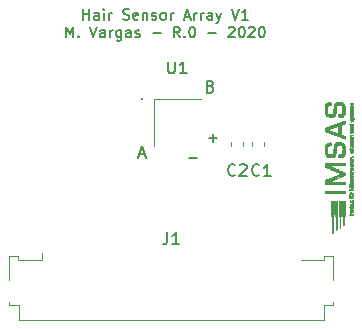
<source format=gbr>
%TF.GenerationSoftware,KiCad,Pcbnew,(5.1.6)-1*%
%TF.CreationDate,2020-10-09T22:51:26+02:00*%
%TF.ProjectId,PCB_Sensor_Array,5043425f-5365-46e7-936f-725f41727261,rev?*%
%TF.SameCoordinates,Original*%
%TF.FileFunction,Legend,Top*%
%TF.FilePolarity,Positive*%
%FSLAX46Y46*%
G04 Gerber Fmt 4.6, Leading zero omitted, Abs format (unit mm)*
G04 Created by KiCad (PCBNEW (5.1.6)-1) date 2020-10-09 22:51:26*
%MOMM*%
%LPD*%
G01*
G04 APERTURE LIST*
%ADD10C,0.150000*%
%ADD11C,0.010000*%
%ADD12C,0.120000*%
G04 APERTURE END LIST*
D10*
X92603714Y-62141142D02*
X92603714Y-61241142D01*
X92603714Y-61669714D02*
X93118000Y-61669714D01*
X93118000Y-62141142D02*
X93118000Y-61241142D01*
X93932285Y-62141142D02*
X93932285Y-61669714D01*
X93889428Y-61584000D01*
X93803714Y-61541142D01*
X93632285Y-61541142D01*
X93546571Y-61584000D01*
X93932285Y-62098285D02*
X93846571Y-62141142D01*
X93632285Y-62141142D01*
X93546571Y-62098285D01*
X93503714Y-62012571D01*
X93503714Y-61926857D01*
X93546571Y-61841142D01*
X93632285Y-61798285D01*
X93846571Y-61798285D01*
X93932285Y-61755428D01*
X94360857Y-62141142D02*
X94360857Y-61541142D01*
X94360857Y-61241142D02*
X94318000Y-61284000D01*
X94360857Y-61326857D01*
X94403714Y-61284000D01*
X94360857Y-61241142D01*
X94360857Y-61326857D01*
X94789428Y-62141142D02*
X94789428Y-61541142D01*
X94789428Y-61712571D02*
X94832285Y-61626857D01*
X94875142Y-61584000D01*
X94960857Y-61541142D01*
X95046571Y-61541142D01*
X95989428Y-62098285D02*
X96118000Y-62141142D01*
X96332285Y-62141142D01*
X96418000Y-62098285D01*
X96460857Y-62055428D01*
X96503714Y-61969714D01*
X96503714Y-61884000D01*
X96460857Y-61798285D01*
X96418000Y-61755428D01*
X96332285Y-61712571D01*
X96160857Y-61669714D01*
X96075142Y-61626857D01*
X96032285Y-61584000D01*
X95989428Y-61498285D01*
X95989428Y-61412571D01*
X96032285Y-61326857D01*
X96075142Y-61284000D01*
X96160857Y-61241142D01*
X96375142Y-61241142D01*
X96503714Y-61284000D01*
X97232285Y-62098285D02*
X97146571Y-62141142D01*
X96975142Y-62141142D01*
X96889428Y-62098285D01*
X96846571Y-62012571D01*
X96846571Y-61669714D01*
X96889428Y-61584000D01*
X96975142Y-61541142D01*
X97146571Y-61541142D01*
X97232285Y-61584000D01*
X97275142Y-61669714D01*
X97275142Y-61755428D01*
X96846571Y-61841142D01*
X97660857Y-61541142D02*
X97660857Y-62141142D01*
X97660857Y-61626857D02*
X97703714Y-61584000D01*
X97789428Y-61541142D01*
X97918000Y-61541142D01*
X98003714Y-61584000D01*
X98046571Y-61669714D01*
X98046571Y-62141142D01*
X98432285Y-62098285D02*
X98518000Y-62141142D01*
X98689428Y-62141142D01*
X98775142Y-62098285D01*
X98818000Y-62012571D01*
X98818000Y-61969714D01*
X98775142Y-61884000D01*
X98689428Y-61841142D01*
X98560857Y-61841142D01*
X98475142Y-61798285D01*
X98432285Y-61712571D01*
X98432285Y-61669714D01*
X98475142Y-61584000D01*
X98560857Y-61541142D01*
X98689428Y-61541142D01*
X98775142Y-61584000D01*
X99332285Y-62141142D02*
X99246571Y-62098285D01*
X99203714Y-62055428D01*
X99160857Y-61969714D01*
X99160857Y-61712571D01*
X99203714Y-61626857D01*
X99246571Y-61584000D01*
X99332285Y-61541142D01*
X99460857Y-61541142D01*
X99546571Y-61584000D01*
X99589428Y-61626857D01*
X99632285Y-61712571D01*
X99632285Y-61969714D01*
X99589428Y-62055428D01*
X99546571Y-62098285D01*
X99460857Y-62141142D01*
X99332285Y-62141142D01*
X100018000Y-62141142D02*
X100018000Y-61541142D01*
X100018000Y-61712571D02*
X100060857Y-61626857D01*
X100103714Y-61584000D01*
X100189428Y-61541142D01*
X100275142Y-61541142D01*
X101218000Y-61884000D02*
X101646571Y-61884000D01*
X101132285Y-62141142D02*
X101432285Y-61241142D01*
X101732285Y-62141142D01*
X102032285Y-62141142D02*
X102032285Y-61541142D01*
X102032285Y-61712571D02*
X102075142Y-61626857D01*
X102118000Y-61584000D01*
X102203714Y-61541142D01*
X102289428Y-61541142D01*
X102589428Y-62141142D02*
X102589428Y-61541142D01*
X102589428Y-61712571D02*
X102632285Y-61626857D01*
X102675142Y-61584000D01*
X102760857Y-61541142D01*
X102846571Y-61541142D01*
X103532285Y-62141142D02*
X103532285Y-61669714D01*
X103489428Y-61584000D01*
X103403714Y-61541142D01*
X103232285Y-61541142D01*
X103146571Y-61584000D01*
X103532285Y-62098285D02*
X103446571Y-62141142D01*
X103232285Y-62141142D01*
X103146571Y-62098285D01*
X103103714Y-62012571D01*
X103103714Y-61926857D01*
X103146571Y-61841142D01*
X103232285Y-61798285D01*
X103446571Y-61798285D01*
X103532285Y-61755428D01*
X103875142Y-61541142D02*
X104089428Y-62141142D01*
X104303714Y-61541142D02*
X104089428Y-62141142D01*
X104003714Y-62355428D01*
X103960857Y-62398285D01*
X103875142Y-62441142D01*
X105203714Y-61241142D02*
X105503714Y-62141142D01*
X105803714Y-61241142D01*
X106575142Y-62141142D02*
X106060857Y-62141142D01*
X106318000Y-62141142D02*
X106318000Y-61241142D01*
X106232285Y-61369714D01*
X106146571Y-61455428D01*
X106060857Y-61498285D01*
X91168000Y-63641142D02*
X91168000Y-62741142D01*
X91468000Y-63384000D01*
X91768000Y-62741142D01*
X91768000Y-63641142D01*
X92196571Y-63555428D02*
X92239428Y-63598285D01*
X92196571Y-63641142D01*
X92153714Y-63598285D01*
X92196571Y-63555428D01*
X92196571Y-63641142D01*
X93182285Y-62741142D02*
X93482285Y-63641142D01*
X93782285Y-62741142D01*
X94468000Y-63641142D02*
X94468000Y-63169714D01*
X94425142Y-63084000D01*
X94339428Y-63041142D01*
X94168000Y-63041142D01*
X94082285Y-63084000D01*
X94468000Y-63598285D02*
X94382285Y-63641142D01*
X94168000Y-63641142D01*
X94082285Y-63598285D01*
X94039428Y-63512571D01*
X94039428Y-63426857D01*
X94082285Y-63341142D01*
X94168000Y-63298285D01*
X94382285Y-63298285D01*
X94468000Y-63255428D01*
X94896571Y-63641142D02*
X94896571Y-63041142D01*
X94896571Y-63212571D02*
X94939428Y-63126857D01*
X94982285Y-63084000D01*
X95068000Y-63041142D01*
X95153714Y-63041142D01*
X95839428Y-63041142D02*
X95839428Y-63769714D01*
X95796571Y-63855428D01*
X95753714Y-63898285D01*
X95668000Y-63941142D01*
X95539428Y-63941142D01*
X95453714Y-63898285D01*
X95839428Y-63598285D02*
X95753714Y-63641142D01*
X95582285Y-63641142D01*
X95496571Y-63598285D01*
X95453714Y-63555428D01*
X95410857Y-63469714D01*
X95410857Y-63212571D01*
X95453714Y-63126857D01*
X95496571Y-63084000D01*
X95582285Y-63041142D01*
X95753714Y-63041142D01*
X95839428Y-63084000D01*
X96653714Y-63641142D02*
X96653714Y-63169714D01*
X96610857Y-63084000D01*
X96525142Y-63041142D01*
X96353714Y-63041142D01*
X96268000Y-63084000D01*
X96653714Y-63598285D02*
X96568000Y-63641142D01*
X96353714Y-63641142D01*
X96268000Y-63598285D01*
X96225142Y-63512571D01*
X96225142Y-63426857D01*
X96268000Y-63341142D01*
X96353714Y-63298285D01*
X96568000Y-63298285D01*
X96653714Y-63255428D01*
X97039428Y-63598285D02*
X97125142Y-63641142D01*
X97296571Y-63641142D01*
X97382285Y-63598285D01*
X97425142Y-63512571D01*
X97425142Y-63469714D01*
X97382285Y-63384000D01*
X97296571Y-63341142D01*
X97168000Y-63341142D01*
X97082285Y-63298285D01*
X97039428Y-63212571D01*
X97039428Y-63169714D01*
X97082285Y-63084000D01*
X97168000Y-63041142D01*
X97296571Y-63041142D01*
X97382285Y-63084000D01*
X98496571Y-63298285D02*
X99182285Y-63298285D01*
X100810857Y-63641142D02*
X100510857Y-63212571D01*
X100296571Y-63641142D02*
X100296571Y-62741142D01*
X100639428Y-62741142D01*
X100725142Y-62784000D01*
X100768000Y-62826857D01*
X100810857Y-62912571D01*
X100810857Y-63041142D01*
X100768000Y-63126857D01*
X100725142Y-63169714D01*
X100639428Y-63212571D01*
X100296571Y-63212571D01*
X101196571Y-63555428D02*
X101239428Y-63598285D01*
X101196571Y-63641142D01*
X101153714Y-63598285D01*
X101196571Y-63555428D01*
X101196571Y-63641142D01*
X101796571Y-62741142D02*
X101882285Y-62741142D01*
X101968000Y-62784000D01*
X102010857Y-62826857D01*
X102053714Y-62912571D01*
X102096571Y-63084000D01*
X102096571Y-63298285D01*
X102053714Y-63469714D01*
X102010857Y-63555428D01*
X101968000Y-63598285D01*
X101882285Y-63641142D01*
X101796571Y-63641142D01*
X101710857Y-63598285D01*
X101668000Y-63555428D01*
X101625142Y-63469714D01*
X101582285Y-63298285D01*
X101582285Y-63084000D01*
X101625142Y-62912571D01*
X101668000Y-62826857D01*
X101710857Y-62784000D01*
X101796571Y-62741142D01*
X103168000Y-63298285D02*
X103853714Y-63298285D01*
X104925142Y-62826857D02*
X104968000Y-62784000D01*
X105053714Y-62741142D01*
X105268000Y-62741142D01*
X105353714Y-62784000D01*
X105396571Y-62826857D01*
X105439428Y-62912571D01*
X105439428Y-62998285D01*
X105396571Y-63126857D01*
X104882285Y-63641142D01*
X105439428Y-63641142D01*
X105996571Y-62741142D02*
X106082285Y-62741142D01*
X106168000Y-62784000D01*
X106210857Y-62826857D01*
X106253714Y-62912571D01*
X106296571Y-63084000D01*
X106296571Y-63298285D01*
X106253714Y-63469714D01*
X106210857Y-63555428D01*
X106168000Y-63598285D01*
X106082285Y-63641142D01*
X105996571Y-63641142D01*
X105910857Y-63598285D01*
X105868000Y-63555428D01*
X105825142Y-63469714D01*
X105782285Y-63298285D01*
X105782285Y-63084000D01*
X105825142Y-62912571D01*
X105868000Y-62826857D01*
X105910857Y-62784000D01*
X105996571Y-62741142D01*
X106639428Y-62826857D02*
X106682285Y-62784000D01*
X106768000Y-62741142D01*
X106982285Y-62741142D01*
X107068000Y-62784000D01*
X107110857Y-62826857D01*
X107153714Y-62912571D01*
X107153714Y-62998285D01*
X107110857Y-63126857D01*
X106596571Y-63641142D01*
X107153714Y-63641142D01*
X107710857Y-62741142D02*
X107796571Y-62741142D01*
X107882285Y-62784000D01*
X107925142Y-62826857D01*
X107968000Y-62912571D01*
X108010857Y-63084000D01*
X108010857Y-63298285D01*
X107968000Y-63469714D01*
X107925142Y-63555428D01*
X107882285Y-63598285D01*
X107796571Y-63641142D01*
X107710857Y-63641142D01*
X107625142Y-63598285D01*
X107582285Y-63555428D01*
X107539428Y-63469714D01*
X107496571Y-63298285D01*
X107496571Y-63084000D01*
X107539428Y-62912571D01*
X107582285Y-62826857D01*
X107625142Y-62784000D01*
X107710857Y-62741142D01*
D11*
%TO.C,G\u002A\u002A\u002A*%
G36*
X115241852Y-70477896D02*
G01*
X115278617Y-70462053D01*
X115319338Y-70449338D01*
X115357292Y-70437901D01*
X115385860Y-70427771D01*
X115400881Y-70420497D01*
X115402080Y-70418507D01*
X115391412Y-70412208D01*
X115366195Y-70400772D01*
X115330913Y-70386177D01*
X115311312Y-70378472D01*
X115266342Y-70359820D01*
X115238682Y-70345008D01*
X115226006Y-70332655D01*
X115224560Y-70327046D01*
X115227200Y-70321222D01*
X115236799Y-70320483D01*
X115255875Y-70325608D01*
X115286944Y-70337379D01*
X115332524Y-70356576D01*
X115364260Y-70370395D01*
X115414772Y-70393041D01*
X115459648Y-70414097D01*
X115495076Y-70431705D01*
X115517247Y-70444009D01*
X115521740Y-70447191D01*
X115533631Y-70465669D01*
X115539277Y-70490182D01*
X115538432Y-70513545D01*
X115530850Y-70528575D01*
X115524598Y-70530720D01*
X115514286Y-70523842D01*
X115515221Y-70516274D01*
X115514578Y-70492371D01*
X115498472Y-70468457D01*
X115471324Y-70450652D01*
X115455987Y-70446218D01*
X115437751Y-70446112D01*
X115412336Y-70451099D01*
X115375458Y-70461941D01*
X115337086Y-70474582D01*
X115294026Y-70488563D01*
X115258523Y-70499109D01*
X115234667Y-70505068D01*
X115226615Y-70505682D01*
X115224356Y-70492537D01*
X115241852Y-70477896D01*
G37*
X115241852Y-70477896D02*
X115278617Y-70462053D01*
X115319338Y-70449338D01*
X115357292Y-70437901D01*
X115385860Y-70427771D01*
X115400881Y-70420497D01*
X115402080Y-70418507D01*
X115391412Y-70412208D01*
X115366195Y-70400772D01*
X115330913Y-70386177D01*
X115311312Y-70378472D01*
X115266342Y-70359820D01*
X115238682Y-70345008D01*
X115226006Y-70332655D01*
X115224560Y-70327046D01*
X115227200Y-70321222D01*
X115236799Y-70320483D01*
X115255875Y-70325608D01*
X115286944Y-70337379D01*
X115332524Y-70356576D01*
X115364260Y-70370395D01*
X115414772Y-70393041D01*
X115459648Y-70414097D01*
X115495076Y-70431705D01*
X115517247Y-70444009D01*
X115521740Y-70447191D01*
X115533631Y-70465669D01*
X115539277Y-70490182D01*
X115538432Y-70513545D01*
X115530850Y-70528575D01*
X115524598Y-70530720D01*
X115514286Y-70523842D01*
X115515221Y-70516274D01*
X115514578Y-70492371D01*
X115498472Y-70468457D01*
X115471324Y-70450652D01*
X115455987Y-70446218D01*
X115437751Y-70446112D01*
X115412336Y-70451099D01*
X115375458Y-70461941D01*
X115337086Y-70474582D01*
X115294026Y-70488563D01*
X115258523Y-70499109D01*
X115234667Y-70505068D01*
X115226615Y-70505682D01*
X115224356Y-70492537D01*
X115241852Y-70477896D01*
G36*
X115410643Y-73663495D02*
G01*
X115415060Y-73662020D01*
X115449913Y-73679784D01*
X115469603Y-73692232D01*
X115477720Y-73701874D01*
X115478560Y-73706400D01*
X115473971Y-73713656D01*
X115457346Y-73712163D01*
X115443000Y-73708145D01*
X115416025Y-73695145D01*
X115407440Y-73677769D01*
X115410643Y-73663495D01*
G37*
X115410643Y-73663495D02*
X115415060Y-73662020D01*
X115449913Y-73679784D01*
X115469603Y-73692232D01*
X115477720Y-73701874D01*
X115478560Y-73706400D01*
X115473971Y-73713656D01*
X115457346Y-73712163D01*
X115443000Y-73708145D01*
X115416025Y-73695145D01*
X115407440Y-73677769D01*
X115410643Y-73663495D01*
G36*
X115144320Y-78666931D02*
G01*
X115150145Y-78660915D01*
X115164807Y-78658747D01*
X115192360Y-78659687D01*
X115227100Y-78662234D01*
X115277139Y-78665481D01*
X115329298Y-78667837D01*
X115372675Y-78668816D01*
X115374420Y-78668820D01*
X115409214Y-78669477D01*
X115428318Y-78672418D01*
X115436346Y-78679220D01*
X115437920Y-78690530D01*
X115435654Y-78704306D01*
X115425081Y-78708702D01*
X115400539Y-78706000D01*
X115399820Y-78705882D01*
X115373532Y-78703218D01*
X115333241Y-78701088D01*
X115285263Y-78699767D01*
X115252500Y-78699472D01*
X115204319Y-78699217D01*
X115172890Y-78698093D01*
X115154643Y-78695383D01*
X115146010Y-78690370D01*
X115143422Y-78682337D01*
X115143280Y-78677535D01*
X115144320Y-78666931D01*
G37*
X115144320Y-78666931D02*
X115150145Y-78660915D01*
X115164807Y-78658747D01*
X115192360Y-78659687D01*
X115227100Y-78662234D01*
X115277139Y-78665481D01*
X115329298Y-78667837D01*
X115372675Y-78668816D01*
X115374420Y-78668820D01*
X115409214Y-78669477D01*
X115428318Y-78672418D01*
X115436346Y-78679220D01*
X115437920Y-78690530D01*
X115435654Y-78704306D01*
X115425081Y-78708702D01*
X115400539Y-78706000D01*
X115399820Y-78705882D01*
X115373532Y-78703218D01*
X115333241Y-78701088D01*
X115285263Y-78699767D01*
X115252500Y-78699472D01*
X115204319Y-78699217D01*
X115172890Y-78698093D01*
X115154643Y-78695383D01*
X115146010Y-78690370D01*
X115143422Y-78682337D01*
X115143280Y-78677535D01*
X115144320Y-78666931D01*
G36*
X115217814Y-78458739D02*
G01*
X115225887Y-78429012D01*
X115241014Y-78409873D01*
X115266944Y-78399221D01*
X115307424Y-78394956D01*
X115332350Y-78394560D01*
X115381796Y-78395690D01*
X115413921Y-78399556D01*
X115431625Y-78406879D01*
X115437806Y-78418376D01*
X115437920Y-78420729D01*
X115433863Y-78427599D01*
X115419339Y-78430761D01*
X115390819Y-78430561D01*
X115358711Y-78428456D01*
X115307785Y-78426952D01*
X115273693Y-78432553D01*
X115253816Y-78446499D01*
X115245533Y-78470030D01*
X115244880Y-78482314D01*
X115252419Y-78518348D01*
X115275601Y-78544131D01*
X115315271Y-78560157D01*
X115372272Y-78566921D01*
X115389660Y-78567224D01*
X115420721Y-78569064D01*
X115435405Y-78575270D01*
X115437920Y-78582520D01*
X115433883Y-78590617D01*
X115419313Y-78595342D01*
X115390518Y-78597444D01*
X115362990Y-78597760D01*
X115299504Y-78595976D01*
X115255602Y-78590569D01*
X115230856Y-78581457D01*
X115224560Y-78571090D01*
X115232743Y-78558797D01*
X115240104Y-78557120D01*
X115248178Y-78554037D01*
X115243967Y-78542272D01*
X115233590Y-78527285D01*
X115218395Y-78499509D01*
X115216362Y-78469486D01*
X115217814Y-78458739D01*
G37*
X115217814Y-78458739D02*
X115225887Y-78429012D01*
X115241014Y-78409873D01*
X115266944Y-78399221D01*
X115307424Y-78394956D01*
X115332350Y-78394560D01*
X115381796Y-78395690D01*
X115413921Y-78399556D01*
X115431625Y-78406879D01*
X115437806Y-78418376D01*
X115437920Y-78420729D01*
X115433863Y-78427599D01*
X115419339Y-78430761D01*
X115390819Y-78430561D01*
X115358711Y-78428456D01*
X115307785Y-78426952D01*
X115273693Y-78432553D01*
X115253816Y-78446499D01*
X115245533Y-78470030D01*
X115244880Y-78482314D01*
X115252419Y-78518348D01*
X115275601Y-78544131D01*
X115315271Y-78560157D01*
X115372272Y-78566921D01*
X115389660Y-78567224D01*
X115420721Y-78569064D01*
X115435405Y-78575270D01*
X115437920Y-78582520D01*
X115433883Y-78590617D01*
X115419313Y-78595342D01*
X115390518Y-78597444D01*
X115362990Y-78597760D01*
X115299504Y-78595976D01*
X115255602Y-78590569D01*
X115230856Y-78581457D01*
X115224560Y-78571090D01*
X115232743Y-78558797D01*
X115240104Y-78557120D01*
X115248178Y-78554037D01*
X115243967Y-78542272D01*
X115233590Y-78527285D01*
X115218395Y-78499509D01*
X115216362Y-78469486D01*
X115217814Y-78458739D01*
G36*
X115222306Y-78224549D02*
G01*
X115231125Y-78214430D01*
X115238913Y-78221498D01*
X115241882Y-78246326D01*
X115241856Y-78247408D01*
X115244542Y-78279006D01*
X115255394Y-78293005D01*
X115275158Y-78289499D01*
X115304584Y-78268581D01*
X115317708Y-78256785D01*
X115354164Y-78226851D01*
X115382913Y-78213629D01*
X115406638Y-78216371D01*
X115421954Y-78227646D01*
X115431775Y-78246164D01*
X115437295Y-78273460D01*
X115438437Y-78302985D01*
X115435124Y-78328189D01*
X115427279Y-78342523D01*
X115423318Y-78343760D01*
X115413945Y-78338437D01*
X115412908Y-78319707D01*
X115414474Y-78308286D01*
X115414190Y-78276477D01*
X115404060Y-78252547D01*
X115386642Y-78242227D01*
X115384969Y-78242160D01*
X115373237Y-78248950D01*
X115352502Y-78266626D01*
X115330712Y-78287880D01*
X115304109Y-78312049D01*
X115279914Y-78328620D01*
X115265813Y-78333600D01*
X115243279Y-78324467D01*
X115225593Y-78301099D01*
X115216398Y-78269546D01*
X115216242Y-78251282D01*
X115222306Y-78224549D01*
G37*
X115222306Y-78224549D02*
X115231125Y-78214430D01*
X115238913Y-78221498D01*
X115241882Y-78246326D01*
X115241856Y-78247408D01*
X115244542Y-78279006D01*
X115255394Y-78293005D01*
X115275158Y-78289499D01*
X115304584Y-78268581D01*
X115317708Y-78256785D01*
X115354164Y-78226851D01*
X115382913Y-78213629D01*
X115406638Y-78216371D01*
X115421954Y-78227646D01*
X115431775Y-78246164D01*
X115437295Y-78273460D01*
X115438437Y-78302985D01*
X115435124Y-78328189D01*
X115427279Y-78342523D01*
X115423318Y-78343760D01*
X115413945Y-78338437D01*
X115412908Y-78319707D01*
X115414474Y-78308286D01*
X115414190Y-78276477D01*
X115404060Y-78252547D01*
X115386642Y-78242227D01*
X115384969Y-78242160D01*
X115373237Y-78248950D01*
X115352502Y-78266626D01*
X115330712Y-78287880D01*
X115304109Y-78312049D01*
X115279914Y-78328620D01*
X115265813Y-78333600D01*
X115243279Y-78324467D01*
X115225593Y-78301099D01*
X115216398Y-78269546D01*
X115216242Y-78251282D01*
X115222306Y-78224549D01*
G36*
X115188336Y-78110073D02*
G01*
X115196034Y-78108324D01*
X115215291Y-78098860D01*
X115222694Y-78077060D01*
X115229053Y-78054434D01*
X115237681Y-78050660D01*
X115244004Y-78065459D01*
X115244880Y-78078417D01*
X115245761Y-78093980D01*
X115251408Y-78103133D01*
X115266319Y-78108112D01*
X115294997Y-78111151D01*
X115313460Y-78112472D01*
X115363316Y-78113631D01*
X115395830Y-78108423D01*
X115413170Y-78096156D01*
X115417600Y-78079243D01*
X115421922Y-78062928D01*
X115427760Y-78059280D01*
X115434502Y-78068205D01*
X115437841Y-78090124D01*
X115437920Y-78094483D01*
X115432831Y-78124610D01*
X115417494Y-78140617D01*
X115393319Y-78146149D01*
X115352661Y-78146766D01*
X115320974Y-78144653D01*
X115281903Y-78141632D01*
X115258916Y-78141699D01*
X115247940Y-78145378D01*
X115244904Y-78153190D01*
X115244880Y-78154399D01*
X115239800Y-78168796D01*
X115234720Y-78171040D01*
X115225589Y-78162863D01*
X115224560Y-78156507D01*
X115215938Y-78143734D01*
X115202495Y-78138727D01*
X115182273Y-78130968D01*
X115177152Y-78119526D01*
X115188336Y-78110073D01*
G37*
X115188336Y-78110073D02*
X115196034Y-78108324D01*
X115215291Y-78098860D01*
X115222694Y-78077060D01*
X115229053Y-78054434D01*
X115237681Y-78050660D01*
X115244004Y-78065459D01*
X115244880Y-78078417D01*
X115245761Y-78093980D01*
X115251408Y-78103133D01*
X115266319Y-78108112D01*
X115294997Y-78111151D01*
X115313460Y-78112472D01*
X115363316Y-78113631D01*
X115395830Y-78108423D01*
X115413170Y-78096156D01*
X115417600Y-78079243D01*
X115421922Y-78062928D01*
X115427760Y-78059280D01*
X115434502Y-78068205D01*
X115437841Y-78090124D01*
X115437920Y-78094483D01*
X115432831Y-78124610D01*
X115417494Y-78140617D01*
X115393319Y-78146149D01*
X115352661Y-78146766D01*
X115320974Y-78144653D01*
X115281903Y-78141632D01*
X115258916Y-78141699D01*
X115247940Y-78145378D01*
X115244904Y-78153190D01*
X115244880Y-78154399D01*
X115239800Y-78168796D01*
X115234720Y-78171040D01*
X115225589Y-78162863D01*
X115224560Y-78156507D01*
X115215938Y-78143734D01*
X115202495Y-78138727D01*
X115182273Y-78130968D01*
X115177152Y-78119526D01*
X115188336Y-78110073D01*
G36*
X115226380Y-77982793D02*
G01*
X115234286Y-77977860D01*
X115251790Y-77975417D01*
X115282427Y-77974981D01*
X115329732Y-77976070D01*
X115331218Y-77976114D01*
X115378814Y-77977801D01*
X115409685Y-77979981D01*
X115427422Y-77983467D01*
X115435618Y-77989071D01*
X115437866Y-77997605D01*
X115437920Y-78000244D01*
X115435089Y-78014217D01*
X115422702Y-78017396D01*
X115406170Y-78014830D01*
X115379947Y-78011635D01*
X115341678Y-78009354D01*
X115299631Y-78008481D01*
X115299490Y-78008480D01*
X115260563Y-78007859D01*
X115237832Y-78005344D01*
X115227191Y-77999963D01*
X115224538Y-77990741D01*
X115224538Y-77990700D01*
X115226380Y-77982793D01*
G37*
X115226380Y-77982793D02*
X115234286Y-77977860D01*
X115251790Y-77975417D01*
X115282427Y-77974981D01*
X115329732Y-77976070D01*
X115331218Y-77976114D01*
X115378814Y-77977801D01*
X115409685Y-77979981D01*
X115427422Y-77983467D01*
X115435618Y-77989071D01*
X115437866Y-77997605D01*
X115437920Y-78000244D01*
X115435089Y-78014217D01*
X115422702Y-78017396D01*
X115406170Y-78014830D01*
X115379947Y-78011635D01*
X115341678Y-78009354D01*
X115299631Y-78008481D01*
X115299490Y-78008480D01*
X115260563Y-78007859D01*
X115237832Y-78005344D01*
X115227191Y-77999963D01*
X115224538Y-77990741D01*
X115224538Y-77990700D01*
X115226380Y-77982793D01*
G36*
X115182453Y-77868826D02*
G01*
X115199160Y-77866240D01*
X115217312Y-77862960D01*
X115223953Y-77849015D01*
X115224560Y-77835760D01*
X115227502Y-77814359D01*
X115234593Y-77805283D01*
X115234720Y-77805280D01*
X115241948Y-77814085D01*
X115244880Y-77834729D01*
X115245765Y-77850153D01*
X115251354Y-77859514D01*
X115266042Y-77865068D01*
X115294225Y-77869070D01*
X115316228Y-77871343D01*
X115364283Y-77873834D01*
X115395516Y-77869186D01*
X115412447Y-77856484D01*
X115417599Y-77834810D01*
X115417600Y-77834516D01*
X115422101Y-77818695D01*
X115427760Y-77815440D01*
X115435517Y-77823884D01*
X115437826Y-77844134D01*
X115435187Y-77868566D01*
X115428104Y-77889557D01*
X115422391Y-77896960D01*
X115405949Y-77903698D01*
X115376296Y-77905947D01*
X115330204Y-77903929D01*
X115325871Y-77903602D01*
X115284772Y-77901023D01*
X115260079Y-77901352D01*
X115248035Y-77904992D01*
X115244880Y-77912279D01*
X115239292Y-77925594D01*
X115234720Y-77927200D01*
X115224894Y-77919435D01*
X115224560Y-77916789D01*
X115216149Y-77905869D01*
X115199160Y-77896720D01*
X115180319Y-77886110D01*
X115173760Y-77876652D01*
X115182453Y-77868826D01*
G37*
X115182453Y-77868826D02*
X115199160Y-77866240D01*
X115217312Y-77862960D01*
X115223953Y-77849015D01*
X115224560Y-77835760D01*
X115227502Y-77814359D01*
X115234593Y-77805283D01*
X115234720Y-77805280D01*
X115241948Y-77814085D01*
X115244880Y-77834729D01*
X115245765Y-77850153D01*
X115251354Y-77859514D01*
X115266042Y-77865068D01*
X115294225Y-77869070D01*
X115316228Y-77871343D01*
X115364283Y-77873834D01*
X115395516Y-77869186D01*
X115412447Y-77856484D01*
X115417599Y-77834810D01*
X115417600Y-77834516D01*
X115422101Y-77818695D01*
X115427760Y-77815440D01*
X115435517Y-77823884D01*
X115437826Y-77844134D01*
X115435187Y-77868566D01*
X115428104Y-77889557D01*
X115422391Y-77896960D01*
X115405949Y-77903698D01*
X115376296Y-77905947D01*
X115330204Y-77903929D01*
X115325871Y-77903602D01*
X115284772Y-77901023D01*
X115260079Y-77901352D01*
X115248035Y-77904992D01*
X115244880Y-77912279D01*
X115239292Y-77925594D01*
X115234720Y-77927200D01*
X115224894Y-77919435D01*
X115224560Y-77916789D01*
X115216149Y-77905869D01*
X115199160Y-77896720D01*
X115180319Y-77886110D01*
X115173760Y-77876652D01*
X115182453Y-77868826D01*
G36*
X115227449Y-77577949D02*
G01*
X115238077Y-77573557D01*
X115259389Y-77572035D01*
X115294327Y-77573226D01*
X115345833Y-77576976D01*
X115360187Y-77578171D01*
X115403592Y-77583123D01*
X115428774Y-77589344D01*
X115437820Y-77597379D01*
X115437920Y-77598491D01*
X115429449Y-77609643D01*
X115417600Y-77612240D01*
X115397280Y-77612240D01*
X115417600Y-77632560D01*
X115434580Y-77663909D01*
X115437920Y-77693520D01*
X115430735Y-77734666D01*
X115417600Y-77754480D01*
X115400552Y-77766636D01*
X115377036Y-77773025D01*
X115342970Y-77774047D01*
X115294274Y-77770104D01*
X115277900Y-77768217D01*
X115242739Y-77761653D01*
X115226273Y-77752373D01*
X115224560Y-77747118D01*
X115227900Y-77739747D01*
X115240491Y-77736422D01*
X115266182Y-77736750D01*
X115299668Y-77739465D01*
X115339244Y-77742571D01*
X115364320Y-77742198D01*
X115380547Y-77737505D01*
X115393573Y-77727652D01*
X115396188Y-77725092D01*
X115414658Y-77696741D01*
X115413345Y-77667251D01*
X115394740Y-77637759D01*
X115379313Y-77623263D01*
X115360008Y-77614183D01*
X115330880Y-77608518D01*
X115298220Y-77605239D01*
X115256076Y-77600358D01*
X115232200Y-77593961D01*
X115224561Y-77585501D01*
X115224560Y-77585367D01*
X115227449Y-77577949D01*
G37*
X115227449Y-77577949D02*
X115238077Y-77573557D01*
X115259389Y-77572035D01*
X115294327Y-77573226D01*
X115345833Y-77576976D01*
X115360187Y-77578171D01*
X115403592Y-77583123D01*
X115428774Y-77589344D01*
X115437820Y-77597379D01*
X115437920Y-77598491D01*
X115429449Y-77609643D01*
X115417600Y-77612240D01*
X115397280Y-77612240D01*
X115417600Y-77632560D01*
X115434580Y-77663909D01*
X115437920Y-77693520D01*
X115430735Y-77734666D01*
X115417600Y-77754480D01*
X115400552Y-77766636D01*
X115377036Y-77773025D01*
X115342970Y-77774047D01*
X115294274Y-77770104D01*
X115277900Y-77768217D01*
X115242739Y-77761653D01*
X115226273Y-77752373D01*
X115224560Y-77747118D01*
X115227900Y-77739747D01*
X115240491Y-77736422D01*
X115266182Y-77736750D01*
X115299668Y-77739465D01*
X115339244Y-77742571D01*
X115364320Y-77742198D01*
X115380547Y-77737505D01*
X115393573Y-77727652D01*
X115396188Y-77725092D01*
X115414658Y-77696741D01*
X115413345Y-77667251D01*
X115394740Y-77637759D01*
X115379313Y-77623263D01*
X115360008Y-77614183D01*
X115330880Y-77608518D01*
X115298220Y-77605239D01*
X115256076Y-77600358D01*
X115232200Y-77593961D01*
X115224561Y-77585501D01*
X115224560Y-77585367D01*
X115227449Y-77577949D01*
G36*
X115182453Y-77462426D02*
G01*
X115199160Y-77459840D01*
X115217187Y-77456647D01*
X115223885Y-77442968D01*
X115224560Y-77428761D01*
X115227311Y-77408450D01*
X115234371Y-77403760D01*
X115234720Y-77403960D01*
X115242746Y-77418045D01*
X115244880Y-77433711D01*
X115248661Y-77450158D01*
X115263628Y-77459285D01*
X115282980Y-77463479D01*
X115337914Y-77469217D01*
X115379572Y-77466586D01*
X115406298Y-77456080D01*
X115416434Y-77438195D01*
X115413975Y-77424410D01*
X115415423Y-77411209D01*
X115422998Y-77409040D01*
X115433530Y-77417460D01*
X115437884Y-77437711D01*
X115436112Y-77462283D01*
X115428264Y-77483665D01*
X115422448Y-77490512D01*
X115405147Y-77497357D01*
X115373483Y-77499686D01*
X115325928Y-77497797D01*
X115284435Y-77495613D01*
X115259507Y-77496307D01*
X115247544Y-77500266D01*
X115244880Y-77506521D01*
X115239075Y-77519413D01*
X115234720Y-77520800D01*
X115224894Y-77513035D01*
X115224560Y-77510389D01*
X115216149Y-77499469D01*
X115199160Y-77490320D01*
X115180319Y-77479710D01*
X115173760Y-77470252D01*
X115182453Y-77462426D01*
G37*
X115182453Y-77462426D02*
X115199160Y-77459840D01*
X115217187Y-77456647D01*
X115223885Y-77442968D01*
X115224560Y-77428761D01*
X115227311Y-77408450D01*
X115234371Y-77403760D01*
X115234720Y-77403960D01*
X115242746Y-77418045D01*
X115244880Y-77433711D01*
X115248661Y-77450158D01*
X115263628Y-77459285D01*
X115282980Y-77463479D01*
X115337914Y-77469217D01*
X115379572Y-77466586D01*
X115406298Y-77456080D01*
X115416434Y-77438195D01*
X115413975Y-77424410D01*
X115415423Y-77411209D01*
X115422998Y-77409040D01*
X115433530Y-77417460D01*
X115437884Y-77437711D01*
X115436112Y-77462283D01*
X115428264Y-77483665D01*
X115422448Y-77490512D01*
X115405147Y-77497357D01*
X115373483Y-77499686D01*
X115325928Y-77497797D01*
X115284435Y-77495613D01*
X115259507Y-77496307D01*
X115247544Y-77500266D01*
X115244880Y-77506521D01*
X115239075Y-77519413D01*
X115234720Y-77520800D01*
X115224894Y-77513035D01*
X115224560Y-77510389D01*
X115216149Y-77499469D01*
X115199160Y-77490320D01*
X115180319Y-77479710D01*
X115173760Y-77470252D01*
X115182453Y-77462426D01*
G36*
X115143944Y-77137260D02*
G01*
X115158030Y-77109320D01*
X115161366Y-77146380D01*
X115167447Y-77174124D01*
X115181133Y-77187368D01*
X115186234Y-77189070D01*
X115210920Y-77190893D01*
X115222557Y-77177956D01*
X115224560Y-77159521D01*
X115228114Y-77140716D01*
X115234720Y-77134720D01*
X115241853Y-77143549D01*
X115244879Y-77164821D01*
X115244880Y-77165200D01*
X115244880Y-77195680D01*
X115341400Y-77195680D01*
X115387410Y-77196226D01*
X115416527Y-77198221D01*
X115432157Y-77202203D01*
X115437707Y-77208710D01*
X115437920Y-77210920D01*
X115434448Y-77218213D01*
X115421755Y-77222816D01*
X115396423Y-77225274D01*
X115355035Y-77226132D01*
X115342246Y-77226160D01*
X115291138Y-77227250D01*
X115258572Y-77230660D01*
X115242883Y-77236598D01*
X115241236Y-77238860D01*
X115233942Y-77244285D01*
X115224644Y-77233780D01*
X115205618Y-77219995D01*
X115183197Y-77216000D01*
X115154608Y-77207952D01*
X115138418Y-77186836D01*
X115136895Y-77157201D01*
X115143944Y-77137260D01*
G37*
X115143944Y-77137260D02*
X115158030Y-77109320D01*
X115161366Y-77146380D01*
X115167447Y-77174124D01*
X115181133Y-77187368D01*
X115186234Y-77189070D01*
X115210920Y-77190893D01*
X115222557Y-77177956D01*
X115224560Y-77159521D01*
X115228114Y-77140716D01*
X115234720Y-77134720D01*
X115241853Y-77143549D01*
X115244879Y-77164821D01*
X115244880Y-77165200D01*
X115244880Y-77195680D01*
X115341400Y-77195680D01*
X115387410Y-77196226D01*
X115416527Y-77198221D01*
X115432157Y-77202203D01*
X115437707Y-77208710D01*
X115437920Y-77210920D01*
X115434448Y-77218213D01*
X115421755Y-77222816D01*
X115396423Y-77225274D01*
X115355035Y-77226132D01*
X115342246Y-77226160D01*
X115291138Y-77227250D01*
X115258572Y-77230660D01*
X115242883Y-77236598D01*
X115241236Y-77238860D01*
X115233942Y-77244285D01*
X115224644Y-77233780D01*
X115205618Y-77219995D01*
X115183197Y-77216000D01*
X115154608Y-77207952D01*
X115138418Y-77186836D01*
X115136895Y-77157201D01*
X115143944Y-77137260D01*
G36*
X115228689Y-76904255D02*
G01*
X115244302Y-76902302D01*
X115262660Y-76904679D01*
X115293405Y-76908039D01*
X115334545Y-76910367D01*
X115369340Y-76911089D01*
X115407203Y-76912109D01*
X115428568Y-76915575D01*
X115437192Y-76922328D01*
X115437920Y-76926440D01*
X115429294Y-76938806D01*
X115415828Y-76941680D01*
X115393737Y-76941680D01*
X115415828Y-76965195D01*
X115432364Y-76994300D01*
X115438340Y-77029971D01*
X115433525Y-77064164D01*
X115419339Y-77087426D01*
X115404185Y-77096269D01*
X115379846Y-77101541D01*
X115342026Y-77103920D01*
X115312659Y-77104240D01*
X115269853Y-77103776D01*
X115243518Y-77101862D01*
X115229819Y-77097723D01*
X115224917Y-77090580D01*
X115224560Y-77086385D01*
X115226711Y-77077514D01*
X115235853Y-77072566D01*
X115256016Y-77070829D01*
X115291231Y-77071589D01*
X115304928Y-77072180D01*
X115345432Y-77073607D01*
X115370740Y-77072607D01*
X115385936Y-77068043D01*
X115396102Y-77058776D01*
X115401911Y-77050471D01*
X115412915Y-77017652D01*
X115407035Y-76984766D01*
X115385700Y-76958962D01*
X115383332Y-76957395D01*
X115362229Y-76949361D01*
X115328500Y-76941823D01*
X115293140Y-76936850D01*
X115254586Y-76931748D01*
X115232959Y-76925448D01*
X115224866Y-76916825D01*
X115224560Y-76914142D01*
X115228689Y-76904255D01*
G37*
X115228689Y-76904255D02*
X115244302Y-76902302D01*
X115262660Y-76904679D01*
X115293405Y-76908039D01*
X115334545Y-76910367D01*
X115369340Y-76911089D01*
X115407203Y-76912109D01*
X115428568Y-76915575D01*
X115437192Y-76922328D01*
X115437920Y-76926440D01*
X115429294Y-76938806D01*
X115415828Y-76941680D01*
X115393737Y-76941680D01*
X115415828Y-76965195D01*
X115432364Y-76994300D01*
X115438340Y-77029971D01*
X115433525Y-77064164D01*
X115419339Y-77087426D01*
X115404185Y-77096269D01*
X115379846Y-77101541D01*
X115342026Y-77103920D01*
X115312659Y-77104240D01*
X115269853Y-77103776D01*
X115243518Y-77101862D01*
X115229819Y-77097723D01*
X115224917Y-77090580D01*
X115224560Y-77086385D01*
X115226711Y-77077514D01*
X115235853Y-77072566D01*
X115256016Y-77070829D01*
X115291231Y-77071589D01*
X115304928Y-77072180D01*
X115345432Y-77073607D01*
X115370740Y-77072607D01*
X115385936Y-77068043D01*
X115396102Y-77058776D01*
X115401911Y-77050471D01*
X115412915Y-77017652D01*
X115407035Y-76984766D01*
X115385700Y-76958962D01*
X115383332Y-76957395D01*
X115362229Y-76949361D01*
X115328500Y-76941823D01*
X115293140Y-76936850D01*
X115254586Y-76931748D01*
X115232959Y-76925448D01*
X115224866Y-76916825D01*
X115224560Y-76914142D01*
X115228689Y-76904255D01*
G36*
X115225196Y-76718743D02*
G01*
X115229640Y-76718160D01*
X115241949Y-76726903D01*
X115244880Y-76741986D01*
X115251513Y-76769322D01*
X115272601Y-76788706D01*
X115309921Y-76801133D01*
X115361661Y-76807379D01*
X115403960Y-76811290D01*
X115428467Y-76816759D01*
X115437688Y-76824403D01*
X115437920Y-76826177D01*
X115433138Y-76833134D01*
X115416740Y-76837452D01*
X115385650Y-76839603D01*
X115347310Y-76840080D01*
X115304774Y-76839416D01*
X115268882Y-76837640D01*
X115245329Y-76835084D01*
X115240630Y-76833913D01*
X115228082Y-76822890D01*
X115224865Y-76808563D01*
X115232346Y-76799761D01*
X115235296Y-76799440D01*
X115238266Y-76792594D01*
X115230216Y-76776860D01*
X115217346Y-76751048D01*
X115215655Y-76729874D01*
X115225196Y-76718743D01*
G37*
X115225196Y-76718743D02*
X115229640Y-76718160D01*
X115241949Y-76726903D01*
X115244880Y-76741986D01*
X115251513Y-76769322D01*
X115272601Y-76788706D01*
X115309921Y-76801133D01*
X115361661Y-76807379D01*
X115403960Y-76811290D01*
X115428467Y-76816759D01*
X115437688Y-76824403D01*
X115437920Y-76826177D01*
X115433138Y-76833134D01*
X115416740Y-76837452D01*
X115385650Y-76839603D01*
X115347310Y-76840080D01*
X115304774Y-76839416D01*
X115268882Y-76837640D01*
X115245329Y-76835084D01*
X115240630Y-76833913D01*
X115228082Y-76822890D01*
X115224865Y-76808563D01*
X115232346Y-76799761D01*
X115235296Y-76799440D01*
X115238266Y-76792594D01*
X115230216Y-76776860D01*
X115217346Y-76751048D01*
X115215655Y-76729874D01*
X115225196Y-76718743D01*
G36*
X115290600Y-76250800D02*
G01*
X115349115Y-76251091D01*
X115390184Y-76252159D01*
X115416672Y-76254301D01*
X115431446Y-76257815D01*
X115437374Y-76262996D01*
X115437920Y-76266040D01*
X115434908Y-76272458D01*
X115423857Y-76276876D01*
X115401745Y-76279663D01*
X115365549Y-76281186D01*
X115312246Y-76281815D01*
X115308380Y-76281833D01*
X115178840Y-76282385D01*
X115308380Y-76334375D01*
X115368684Y-76359215D01*
X115409984Y-76378786D01*
X115432375Y-76394756D01*
X115435953Y-76408792D01*
X115420813Y-76422562D01*
X115387051Y-76437732D01*
X115334763Y-76455971D01*
X115315706Y-76462216D01*
X115269025Y-76477677D01*
X115229709Y-76491197D01*
X115201616Y-76501415D01*
X115188603Y-76506968D01*
X115188260Y-76507233D01*
X115195717Y-76509746D01*
X115219843Y-76512863D01*
X115257013Y-76516209D01*
X115303598Y-76519411D01*
X115310474Y-76519816D01*
X115364659Y-76523348D01*
X115401512Y-76526937D01*
X115424016Y-76531121D01*
X115435151Y-76536438D01*
X115437920Y-76542781D01*
X115435262Y-76550161D01*
X115424814Y-76554055D01*
X115402858Y-76554836D01*
X115365678Y-76552874D01*
X115349020Y-76551657D01*
X115279359Y-76546290D01*
X115227423Y-76541845D01*
X115190670Y-76537759D01*
X115166559Y-76533472D01*
X115152547Y-76528420D01*
X115146095Y-76522040D01*
X115144659Y-76513771D01*
X115145277Y-76506574D01*
X115148260Y-76494829D01*
X115156285Y-76485176D01*
X115172737Y-76475834D01*
X115201003Y-76465018D01*
X115244466Y-76450947D01*
X115260120Y-76446088D01*
X115305118Y-76431774D01*
X115342890Y-76418983D01*
X115369222Y-76409195D01*
X115379680Y-76404153D01*
X115373788Y-76397907D01*
X115352145Y-76386060D01*
X115318003Y-76370202D01*
X115274615Y-76351927D01*
X115265380Y-76348227D01*
X115214878Y-76327794D01*
X115180445Y-76312614D01*
X115159090Y-76300898D01*
X115147820Y-76290858D01*
X115143643Y-76280707D01*
X115143280Y-76275256D01*
X115143280Y-76250800D01*
X115290600Y-76250800D01*
G37*
X115290600Y-76250800D02*
X115349115Y-76251091D01*
X115390184Y-76252159D01*
X115416672Y-76254301D01*
X115431446Y-76257815D01*
X115437374Y-76262996D01*
X115437920Y-76266040D01*
X115434908Y-76272458D01*
X115423857Y-76276876D01*
X115401745Y-76279663D01*
X115365549Y-76281186D01*
X115312246Y-76281815D01*
X115308380Y-76281833D01*
X115178840Y-76282385D01*
X115308380Y-76334375D01*
X115368684Y-76359215D01*
X115409984Y-76378786D01*
X115432375Y-76394756D01*
X115435953Y-76408792D01*
X115420813Y-76422562D01*
X115387051Y-76437732D01*
X115334763Y-76455971D01*
X115315706Y-76462216D01*
X115269025Y-76477677D01*
X115229709Y-76491197D01*
X115201616Y-76501415D01*
X115188603Y-76506968D01*
X115188260Y-76507233D01*
X115195717Y-76509746D01*
X115219843Y-76512863D01*
X115257013Y-76516209D01*
X115303598Y-76519411D01*
X115310474Y-76519816D01*
X115364659Y-76523348D01*
X115401512Y-76526937D01*
X115424016Y-76531121D01*
X115435151Y-76536438D01*
X115437920Y-76542781D01*
X115435262Y-76550161D01*
X115424814Y-76554055D01*
X115402858Y-76554836D01*
X115365678Y-76552874D01*
X115349020Y-76551657D01*
X115279359Y-76546290D01*
X115227423Y-76541845D01*
X115190670Y-76537759D01*
X115166559Y-76533472D01*
X115152547Y-76528420D01*
X115146095Y-76522040D01*
X115144659Y-76513771D01*
X115145277Y-76506574D01*
X115148260Y-76494829D01*
X115156285Y-76485176D01*
X115172737Y-76475834D01*
X115201003Y-76465018D01*
X115244466Y-76450947D01*
X115260120Y-76446088D01*
X115305118Y-76431774D01*
X115342890Y-76418983D01*
X115369222Y-76409195D01*
X115379680Y-76404153D01*
X115373788Y-76397907D01*
X115352145Y-76386060D01*
X115318003Y-76370202D01*
X115274615Y-76351927D01*
X115265380Y-76348227D01*
X115214878Y-76327794D01*
X115180445Y-76312614D01*
X115159090Y-76300898D01*
X115147820Y-76290858D01*
X115143643Y-76280707D01*
X115143280Y-76275256D01*
X115143280Y-76250800D01*
X115290600Y-76250800D01*
G36*
X115226388Y-76143986D02*
G01*
X115237711Y-76142754D01*
X115264819Y-76142878D01*
X115303229Y-76144275D01*
X115334323Y-76145959D01*
X115384441Y-76149774D01*
X115416733Y-76154248D01*
X115433694Y-76159862D01*
X115437920Y-76165975D01*
X115433204Y-76172512D01*
X115417113Y-76176714D01*
X115386728Y-76178972D01*
X115339130Y-76179679D01*
X115336001Y-76179680D01*
X115287714Y-76179105D01*
X115256183Y-76177035D01*
X115237867Y-76172957D01*
X115229227Y-76166356D01*
X115228065Y-76164002D01*
X115225042Y-76148085D01*
X115226388Y-76143986D01*
G37*
X115226388Y-76143986D02*
X115237711Y-76142754D01*
X115264819Y-76142878D01*
X115303229Y-76144275D01*
X115334323Y-76145959D01*
X115384441Y-76149774D01*
X115416733Y-76154248D01*
X115433694Y-76159862D01*
X115437920Y-76165975D01*
X115433204Y-76172512D01*
X115417113Y-76176714D01*
X115386728Y-76178972D01*
X115339130Y-76179679D01*
X115336001Y-76179680D01*
X115287714Y-76179105D01*
X115256183Y-76177035D01*
X115237867Y-76172957D01*
X115229227Y-76166356D01*
X115228065Y-76164002D01*
X115225042Y-76148085D01*
X115226388Y-76143986D01*
G36*
X115146420Y-76041879D02*
G01*
X115158570Y-76038316D01*
X115183824Y-76038662D01*
X115211860Y-76040979D01*
X115258866Y-76044346D01*
X115313568Y-76046714D01*
X115359180Y-76047528D01*
X115400142Y-76048324D01*
X115424462Y-76051091D01*
X115435778Y-76056536D01*
X115437920Y-76062840D01*
X115434700Y-76069725D01*
X115422871Y-76074222D01*
X115399183Y-76076781D01*
X115360381Y-76077852D01*
X115328700Y-76077969D01*
X115257983Y-76076983D01*
X115205799Y-76074019D01*
X115170434Y-76068816D01*
X115150174Y-76061114D01*
X115143303Y-76050655D01*
X115143280Y-76049882D01*
X115146420Y-76041879D01*
G37*
X115146420Y-76041879D02*
X115158570Y-76038316D01*
X115183824Y-76038662D01*
X115211860Y-76040979D01*
X115258866Y-76044346D01*
X115313568Y-76046714D01*
X115359180Y-76047528D01*
X115400142Y-76048324D01*
X115424462Y-76051091D01*
X115435778Y-76056536D01*
X115437920Y-76062840D01*
X115434700Y-76069725D01*
X115422871Y-76074222D01*
X115399183Y-76076781D01*
X115360381Y-76077852D01*
X115328700Y-76077969D01*
X115257983Y-76076983D01*
X115205799Y-76074019D01*
X115170434Y-76068816D01*
X115150174Y-76061114D01*
X115143303Y-76050655D01*
X115143280Y-76049882D01*
X115146420Y-76041879D01*
G36*
X115227822Y-75934552D02*
G01*
X115238083Y-75937501D01*
X115259230Y-75952833D01*
X115268786Y-75960560D01*
X115294285Y-75980416D01*
X115313619Y-75993579D01*
X115320716Y-75996800D01*
X115331985Y-75990743D01*
X115353606Y-75974975D01*
X115376960Y-75956160D01*
X115407420Y-75931387D01*
X115425765Y-75919022D01*
X115434924Y-75917814D01*
X115437828Y-75926514D01*
X115437920Y-75930167D01*
X115430336Y-75943031D01*
X115410291Y-75963642D01*
X115381839Y-75987911D01*
X115376530Y-75992051D01*
X115315141Y-76039289D01*
X115270807Y-76000265D01*
X115246436Y-75975933D01*
X115229930Y-75953971D01*
X115225517Y-75942780D01*
X115227822Y-75934552D01*
G37*
X115227822Y-75934552D02*
X115238083Y-75937501D01*
X115259230Y-75952833D01*
X115268786Y-75960560D01*
X115294285Y-75980416D01*
X115313619Y-75993579D01*
X115320716Y-75996800D01*
X115331985Y-75990743D01*
X115353606Y-75974975D01*
X115376960Y-75956160D01*
X115407420Y-75931387D01*
X115425765Y-75919022D01*
X115434924Y-75917814D01*
X115437828Y-75926514D01*
X115437920Y-75930167D01*
X115430336Y-75943031D01*
X115410291Y-75963642D01*
X115381839Y-75987911D01*
X115376530Y-75992051D01*
X115315141Y-76039289D01*
X115270807Y-76000265D01*
X115246436Y-75975933D01*
X115229930Y-75953971D01*
X115225517Y-75942780D01*
X115227822Y-75934552D01*
G36*
X115225196Y-75753543D02*
G01*
X115229640Y-75752960D01*
X115241916Y-75761761D01*
X115244880Y-75777784D01*
X115252006Y-75803918D01*
X115274316Y-75821593D01*
X115313204Y-75831470D01*
X115363980Y-75834240D01*
X115402155Y-75834702D01*
X115424317Y-75836922D01*
X115434768Y-75842151D01*
X115437809Y-75851640D01*
X115437920Y-75855745D01*
X115434201Y-75871166D01*
X115419344Y-75872182D01*
X115415060Y-75871124D01*
X115394343Y-75868222D01*
X115359928Y-75866024D01*
X115318433Y-75864918D01*
X115308380Y-75864859D01*
X115265920Y-75864103D01*
X115240181Y-75861569D01*
X115227593Y-75856603D01*
X115224560Y-75849480D01*
X115230350Y-75835965D01*
X115235296Y-75834240D01*
X115238266Y-75827394D01*
X115230216Y-75811660D01*
X115217346Y-75785848D01*
X115215655Y-75764674D01*
X115225196Y-75753543D01*
G37*
X115225196Y-75753543D02*
X115229640Y-75752960D01*
X115241916Y-75761761D01*
X115244880Y-75777784D01*
X115252006Y-75803918D01*
X115274316Y-75821593D01*
X115313204Y-75831470D01*
X115363980Y-75834240D01*
X115402155Y-75834702D01*
X115424317Y-75836922D01*
X115434768Y-75842151D01*
X115437809Y-75851640D01*
X115437920Y-75855745D01*
X115434201Y-75871166D01*
X115419344Y-75872182D01*
X115415060Y-75871124D01*
X115394343Y-75868222D01*
X115359928Y-75866024D01*
X115318433Y-75864918D01*
X115308380Y-75864859D01*
X115265920Y-75864103D01*
X115240181Y-75861569D01*
X115227593Y-75856603D01*
X115224560Y-75849480D01*
X115230350Y-75835965D01*
X115235296Y-75834240D01*
X115238266Y-75827394D01*
X115230216Y-75811660D01*
X115217346Y-75785848D01*
X115215655Y-75764674D01*
X115225196Y-75753543D01*
G36*
X115223098Y-75580123D02*
G01*
X115246246Y-75550216D01*
X115279422Y-75530434D01*
X115318206Y-75522072D01*
X115358176Y-75526422D01*
X115394911Y-75544780D01*
X115411907Y-75561046D01*
X115430404Y-75596192D01*
X115438247Y-75639592D01*
X115433961Y-75681370D01*
X115431119Y-75689674D01*
X115415226Y-75706811D01*
X115386268Y-75721607D01*
X115351487Y-75730949D01*
X115331240Y-75732640D01*
X115322831Y-75731164D01*
X115322831Y-75701513D01*
X115360118Y-75697478D01*
X115390523Y-75681492D01*
X115410670Y-75656273D01*
X115417182Y-75624539D01*
X115407267Y-75590078D01*
X115387486Y-75571767D01*
X115355481Y-75559660D01*
X115318879Y-75555634D01*
X115287746Y-75560667D01*
X115258714Y-75579772D01*
X115243454Y-75608217D01*
X115242221Y-75640167D01*
X115255271Y-75669789D01*
X115282038Y-75690880D01*
X115322831Y-75701513D01*
X115322831Y-75731164D01*
X115282602Y-75724097D01*
X115245333Y-75700019D01*
X115221823Y-75662733D01*
X115214400Y-75618860D01*
X115223098Y-75580123D01*
G37*
X115223098Y-75580123D02*
X115246246Y-75550216D01*
X115279422Y-75530434D01*
X115318206Y-75522072D01*
X115358176Y-75526422D01*
X115394911Y-75544780D01*
X115411907Y-75561046D01*
X115430404Y-75596192D01*
X115438247Y-75639592D01*
X115433961Y-75681370D01*
X115431119Y-75689674D01*
X115415226Y-75706811D01*
X115386268Y-75721607D01*
X115351487Y-75730949D01*
X115331240Y-75732640D01*
X115322831Y-75731164D01*
X115322831Y-75701513D01*
X115360118Y-75697478D01*
X115390523Y-75681492D01*
X115410670Y-75656273D01*
X115417182Y-75624539D01*
X115407267Y-75590078D01*
X115387486Y-75571767D01*
X115355481Y-75559660D01*
X115318879Y-75555634D01*
X115287746Y-75560667D01*
X115258714Y-75579772D01*
X115243454Y-75608217D01*
X115242221Y-75640167D01*
X115255271Y-75669789D01*
X115282038Y-75690880D01*
X115322831Y-75701513D01*
X115322831Y-75731164D01*
X115282602Y-75724097D01*
X115245333Y-75700019D01*
X115221823Y-75662733D01*
X115214400Y-75618860D01*
X115223098Y-75580123D01*
G36*
X115217869Y-75371036D02*
G01*
X115220567Y-75362631D01*
X115231307Y-75347975D01*
X115240813Y-75349797D01*
X115242054Y-75366316D01*
X115241651Y-75367971D01*
X115240685Y-75390674D01*
X115246094Y-75415221D01*
X115255387Y-75433422D01*
X115262932Y-75438000D01*
X115274036Y-75431414D01*
X115294757Y-75414221D01*
X115318367Y-75392280D01*
X115354357Y-75361787D01*
X115383117Y-75348429D01*
X115407131Y-75351491D01*
X115421954Y-75362526D01*
X115431775Y-75381044D01*
X115437295Y-75408340D01*
X115438437Y-75437865D01*
X115435124Y-75463069D01*
X115427279Y-75477403D01*
X115423318Y-75478640D01*
X115413945Y-75473317D01*
X115412908Y-75454587D01*
X115414474Y-75443166D01*
X115414190Y-75411357D01*
X115404060Y-75387427D01*
X115386642Y-75377107D01*
X115384969Y-75377040D01*
X115373237Y-75383830D01*
X115352502Y-75401506D01*
X115330712Y-75422760D01*
X115304172Y-75446920D01*
X115280118Y-75463491D01*
X115266155Y-75468480D01*
X115242318Y-75459461D01*
X115224643Y-75436308D01*
X115215652Y-75404881D01*
X115217869Y-75371036D01*
G37*
X115217869Y-75371036D02*
X115220567Y-75362631D01*
X115231307Y-75347975D01*
X115240813Y-75349797D01*
X115242054Y-75366316D01*
X115241651Y-75367971D01*
X115240685Y-75390674D01*
X115246094Y-75415221D01*
X115255387Y-75433422D01*
X115262932Y-75438000D01*
X115274036Y-75431414D01*
X115294757Y-75414221D01*
X115318367Y-75392280D01*
X115354357Y-75361787D01*
X115383117Y-75348429D01*
X115407131Y-75351491D01*
X115421954Y-75362526D01*
X115431775Y-75381044D01*
X115437295Y-75408340D01*
X115438437Y-75437865D01*
X115435124Y-75463069D01*
X115427279Y-75477403D01*
X115423318Y-75478640D01*
X115413945Y-75473317D01*
X115412908Y-75454587D01*
X115414474Y-75443166D01*
X115414190Y-75411357D01*
X115404060Y-75387427D01*
X115386642Y-75377107D01*
X115384969Y-75377040D01*
X115373237Y-75383830D01*
X115352502Y-75401506D01*
X115330712Y-75422760D01*
X115304172Y-75446920D01*
X115280118Y-75463491D01*
X115266155Y-75468480D01*
X115242318Y-75459461D01*
X115224643Y-75436308D01*
X115215652Y-75404881D01*
X115217869Y-75371036D01*
G36*
X115218586Y-75169951D02*
G01*
X115229428Y-75137198D01*
X115249908Y-75117614D01*
X115284918Y-75106795D01*
X115289693Y-75105979D01*
X115326160Y-75100062D01*
X115326160Y-75182671D01*
X115326554Y-75223528D01*
X115328420Y-75248138D01*
X115332781Y-75260569D01*
X115340659Y-75264888D01*
X115346941Y-75265280D01*
X115367828Y-75258396D01*
X115391339Y-75241570D01*
X115393932Y-75239072D01*
X115410238Y-75219627D01*
X115416172Y-75199810D01*
X115414304Y-75170352D01*
X115413872Y-75167133D01*
X115411354Y-75138268D01*
X115414574Y-75125994D01*
X115420222Y-75125560D01*
X115428336Y-75137662D01*
X115434235Y-75164530D01*
X115435919Y-75182501D01*
X115436381Y-75215800D01*
X115430967Y-75237776D01*
X115416806Y-75257207D01*
X115408760Y-75265523D01*
X115381318Y-75287114D01*
X115351211Y-75295217D01*
X115336596Y-75295760D01*
X115295218Y-75289508D01*
X115295218Y-75265280D01*
X115301068Y-75255797D01*
X115304800Y-75229947D01*
X115305840Y-75199240D01*
X115304391Y-75159975D01*
X115299768Y-75138712D01*
X115292860Y-75133200D01*
X115267437Y-75141689D01*
X115245546Y-75162133D01*
X115234880Y-75186999D01*
X115234720Y-75190118D01*
X115241363Y-75212555D01*
X115257492Y-75237282D01*
X115277407Y-75257217D01*
X115295218Y-75265280D01*
X115295218Y-75289508D01*
X115285985Y-75288112D01*
X115247728Y-75266597D01*
X115223836Y-75233361D01*
X115216323Y-75190547D01*
X115218586Y-75169951D01*
G37*
X115218586Y-75169951D02*
X115229428Y-75137198D01*
X115249908Y-75117614D01*
X115284918Y-75106795D01*
X115289693Y-75105979D01*
X115326160Y-75100062D01*
X115326160Y-75182671D01*
X115326554Y-75223528D01*
X115328420Y-75248138D01*
X115332781Y-75260569D01*
X115340659Y-75264888D01*
X115346941Y-75265280D01*
X115367828Y-75258396D01*
X115391339Y-75241570D01*
X115393932Y-75239072D01*
X115410238Y-75219627D01*
X115416172Y-75199810D01*
X115414304Y-75170352D01*
X115413872Y-75167133D01*
X115411354Y-75138268D01*
X115414574Y-75125994D01*
X115420222Y-75125560D01*
X115428336Y-75137662D01*
X115434235Y-75164530D01*
X115435919Y-75182501D01*
X115436381Y-75215800D01*
X115430967Y-75237776D01*
X115416806Y-75257207D01*
X115408760Y-75265523D01*
X115381318Y-75287114D01*
X115351211Y-75295217D01*
X115336596Y-75295760D01*
X115295218Y-75289508D01*
X115295218Y-75265280D01*
X115301068Y-75255797D01*
X115304800Y-75229947D01*
X115305840Y-75199240D01*
X115304391Y-75159975D01*
X115299768Y-75138712D01*
X115292860Y-75133200D01*
X115267437Y-75141689D01*
X115245546Y-75162133D01*
X115234880Y-75186999D01*
X115234720Y-75190118D01*
X115241363Y-75212555D01*
X115257492Y-75237282D01*
X115277407Y-75257217D01*
X115295218Y-75265280D01*
X115295218Y-75289508D01*
X115285985Y-75288112D01*
X115247728Y-75266597D01*
X115223836Y-75233361D01*
X115216323Y-75190547D01*
X115218586Y-75169951D01*
G36*
X115219430Y-74897978D02*
G01*
X115232000Y-74869942D01*
X115244649Y-74859004D01*
X115268552Y-74851928D01*
X115302400Y-74848805D01*
X115340950Y-74849206D01*
X115378960Y-74852699D01*
X115411190Y-74858855D01*
X115432398Y-74867242D01*
X115437920Y-74874883D01*
X115432724Y-74881610D01*
X115415159Y-74885397D01*
X115382257Y-74886633D01*
X115351262Y-74886254D01*
X115303142Y-74886298D01*
X115271953Y-74890408D01*
X115254407Y-74900610D01*
X115247218Y-74918929D01*
X115247099Y-74947391D01*
X115247308Y-74950320D01*
X115252809Y-74976595D01*
X115268332Y-74993844D01*
X115285520Y-75003645D01*
X115323135Y-75015720D01*
X115370352Y-75021268D01*
X115379500Y-75021425D01*
X115413860Y-75022646D01*
X115431984Y-75026994D01*
X115437850Y-75035533D01*
X115437920Y-75037036D01*
X115435093Y-75044100D01*
X115424335Y-75048414D01*
X115402230Y-75050397D01*
X115365359Y-75050464D01*
X115333899Y-75049736D01*
X115286226Y-75047977D01*
X115255239Y-75045419D01*
X115237302Y-75041363D01*
X115228781Y-75035109D01*
X115226474Y-75029060D01*
X115230460Y-75013949D01*
X115239780Y-75011280D01*
X115250891Y-75009526D01*
X115246051Y-75000975D01*
X115241191Y-74995980D01*
X115223853Y-74967834D01*
X115216656Y-74932888D01*
X115219430Y-74897978D01*
G37*
X115219430Y-74897978D02*
X115232000Y-74869942D01*
X115244649Y-74859004D01*
X115268552Y-74851928D01*
X115302400Y-74848805D01*
X115340950Y-74849206D01*
X115378960Y-74852699D01*
X115411190Y-74858855D01*
X115432398Y-74867242D01*
X115437920Y-74874883D01*
X115432724Y-74881610D01*
X115415159Y-74885397D01*
X115382257Y-74886633D01*
X115351262Y-74886254D01*
X115303142Y-74886298D01*
X115271953Y-74890408D01*
X115254407Y-74900610D01*
X115247218Y-74918929D01*
X115247099Y-74947391D01*
X115247308Y-74950320D01*
X115252809Y-74976595D01*
X115268332Y-74993844D01*
X115285520Y-75003645D01*
X115323135Y-75015720D01*
X115370352Y-75021268D01*
X115379500Y-75021425D01*
X115413860Y-75022646D01*
X115431984Y-75026994D01*
X115437850Y-75035533D01*
X115437920Y-75037036D01*
X115435093Y-75044100D01*
X115424335Y-75048414D01*
X115402230Y-75050397D01*
X115365359Y-75050464D01*
X115333899Y-75049736D01*
X115286226Y-75047977D01*
X115255239Y-75045419D01*
X115237302Y-75041363D01*
X115228781Y-75035109D01*
X115226474Y-75029060D01*
X115230460Y-75013949D01*
X115239780Y-75011280D01*
X115250891Y-75009526D01*
X115246051Y-75000975D01*
X115241191Y-74995980D01*
X115223853Y-74967834D01*
X115216656Y-74932888D01*
X115219430Y-74897978D01*
G36*
X115217921Y-74690099D02*
G01*
X115220567Y-74681911D01*
X115230285Y-74666860D01*
X115238617Y-74669986D01*
X115242929Y-74689189D01*
X115242984Y-74699804D01*
X115245627Y-74734444D01*
X115255968Y-74753953D01*
X115265326Y-74757280D01*
X115276696Y-74750548D01*
X115297277Y-74733005D01*
X115319487Y-74711560D01*
X115354081Y-74681014D01*
X115381766Y-74667811D01*
X115405043Y-74671282D01*
X115421105Y-74684421D01*
X115431461Y-74704423D01*
X115437245Y-74732243D01*
X115438330Y-74761366D01*
X115434589Y-74785277D01*
X115425895Y-74797461D01*
X115423318Y-74797920D01*
X115413945Y-74792597D01*
X115412908Y-74773867D01*
X115414474Y-74762446D01*
X115414213Y-74730907D01*
X115404319Y-74706935D01*
X115387366Y-74696408D01*
X115385496Y-74696320D01*
X115374050Y-74703101D01*
X115353526Y-74720758D01*
X115331767Y-74742040D01*
X115305130Y-74766214D01*
X115280857Y-74782785D01*
X115266682Y-74787760D01*
X115242517Y-74778746D01*
X115224645Y-74755583D01*
X115215601Y-74724094D01*
X115217921Y-74690099D01*
G37*
X115217921Y-74690099D02*
X115220567Y-74681911D01*
X115230285Y-74666860D01*
X115238617Y-74669986D01*
X115242929Y-74689189D01*
X115242984Y-74699804D01*
X115245627Y-74734444D01*
X115255968Y-74753953D01*
X115265326Y-74757280D01*
X115276696Y-74750548D01*
X115297277Y-74733005D01*
X115319487Y-74711560D01*
X115354081Y-74681014D01*
X115381766Y-74667811D01*
X115405043Y-74671282D01*
X115421105Y-74684421D01*
X115431461Y-74704423D01*
X115437245Y-74732243D01*
X115438330Y-74761366D01*
X115434589Y-74785277D01*
X115425895Y-74797461D01*
X115423318Y-74797920D01*
X115413945Y-74792597D01*
X115412908Y-74773867D01*
X115414474Y-74762446D01*
X115414213Y-74730907D01*
X115404319Y-74706935D01*
X115387366Y-74696408D01*
X115385496Y-74696320D01*
X115374050Y-74703101D01*
X115353526Y-74720758D01*
X115331767Y-74742040D01*
X115305130Y-74766214D01*
X115280857Y-74782785D01*
X115266682Y-74787760D01*
X115242517Y-74778746D01*
X115224645Y-74755583D01*
X115215601Y-74724094D01*
X115217921Y-74690099D01*
G36*
X115223098Y-74462523D02*
G01*
X115246246Y-74432616D01*
X115279422Y-74412834D01*
X115318206Y-74404472D01*
X115358176Y-74408822D01*
X115394911Y-74427180D01*
X115411907Y-74443446D01*
X115429878Y-74476180D01*
X115437928Y-74515144D01*
X115435264Y-74552292D01*
X115424896Y-74575281D01*
X115393707Y-74600492D01*
X115352036Y-74613459D01*
X115322304Y-74613275D01*
X115322304Y-74583726D01*
X115359771Y-74579898D01*
X115390324Y-74564124D01*
X115410606Y-74539079D01*
X115417262Y-74507436D01*
X115407267Y-74472478D01*
X115387750Y-74454397D01*
X115356103Y-74441919D01*
X115320177Y-74436966D01*
X115287825Y-74441457D01*
X115284948Y-74442557D01*
X115258240Y-74462945D01*
X115244673Y-74492480D01*
X115244420Y-74524997D01*
X115257657Y-74554332D01*
X115281275Y-74572932D01*
X115322304Y-74583726D01*
X115322304Y-74613275D01*
X115306330Y-74613175D01*
X115265796Y-74600109D01*
X115240029Y-74576877D01*
X115221540Y-74541409D01*
X115214400Y-74501537D01*
X115214400Y-74501260D01*
X115223098Y-74462523D01*
G37*
X115223098Y-74462523D02*
X115246246Y-74432616D01*
X115279422Y-74412834D01*
X115318206Y-74404472D01*
X115358176Y-74408822D01*
X115394911Y-74427180D01*
X115411907Y-74443446D01*
X115429878Y-74476180D01*
X115437928Y-74515144D01*
X115435264Y-74552292D01*
X115424896Y-74575281D01*
X115393707Y-74600492D01*
X115352036Y-74613459D01*
X115322304Y-74613275D01*
X115322304Y-74583726D01*
X115359771Y-74579898D01*
X115390324Y-74564124D01*
X115410606Y-74539079D01*
X115417262Y-74507436D01*
X115407267Y-74472478D01*
X115387750Y-74454397D01*
X115356103Y-74441919D01*
X115320177Y-74436966D01*
X115287825Y-74441457D01*
X115284948Y-74442557D01*
X115258240Y-74462945D01*
X115244673Y-74492480D01*
X115244420Y-74524997D01*
X115257657Y-74554332D01*
X115281275Y-74572932D01*
X115322304Y-74583726D01*
X115322304Y-74613275D01*
X115306330Y-74613175D01*
X115265796Y-74600109D01*
X115240029Y-74576877D01*
X115221540Y-74541409D01*
X115214400Y-74501537D01*
X115214400Y-74501260D01*
X115223098Y-74462523D01*
G36*
X115225196Y-74229543D02*
G01*
X115229640Y-74228960D01*
X115241949Y-74237703D01*
X115244880Y-74252786D01*
X115250742Y-74278385D01*
X115269815Y-74296709D01*
X115304326Y-74308998D01*
X115356504Y-74316492D01*
X115359958Y-74316792D01*
X115403430Y-74321743D01*
X115428683Y-74327951D01*
X115437809Y-74335963D01*
X115437920Y-74337131D01*
X115428381Y-74347401D01*
X115399926Y-74350808D01*
X115399820Y-74350808D01*
X115346950Y-74349269D01*
X115299194Y-74345245D01*
X115260347Y-74339316D01*
X115234203Y-74332062D01*
X115224560Y-74324063D01*
X115224560Y-74324011D01*
X115230879Y-74311467D01*
X115235296Y-74310240D01*
X115238266Y-74303394D01*
X115230216Y-74287660D01*
X115217346Y-74261848D01*
X115215655Y-74240674D01*
X115225196Y-74229543D01*
G37*
X115225196Y-74229543D02*
X115229640Y-74228960D01*
X115241949Y-74237703D01*
X115244880Y-74252786D01*
X115250742Y-74278385D01*
X115269815Y-74296709D01*
X115304326Y-74308998D01*
X115356504Y-74316492D01*
X115359958Y-74316792D01*
X115403430Y-74321743D01*
X115428683Y-74327951D01*
X115437809Y-74335963D01*
X115437920Y-74337131D01*
X115428381Y-74347401D01*
X115399926Y-74350808D01*
X115399820Y-74350808D01*
X115346950Y-74349269D01*
X115299194Y-74345245D01*
X115260347Y-74339316D01*
X115234203Y-74332062D01*
X115224560Y-74324063D01*
X115224560Y-74324011D01*
X115230879Y-74311467D01*
X115235296Y-74310240D01*
X115238266Y-74303394D01*
X115230216Y-74287660D01*
X115217346Y-74261848D01*
X115215655Y-74240674D01*
X115225196Y-74229543D01*
G36*
X115223868Y-74073537D02*
G01*
X115243279Y-74045196D01*
X115272377Y-74028352D01*
X115291337Y-74025760D01*
X115326160Y-74025760D01*
X115326160Y-74101960D01*
X115326476Y-74140719D01*
X115328377Y-74163438D01*
X115333289Y-74174399D01*
X115342638Y-74177880D01*
X115351560Y-74178160D01*
X115377348Y-74171110D01*
X115398545Y-74156575D01*
X115411742Y-74139409D01*
X115416417Y-74118667D01*
X115414365Y-74086312D01*
X115414326Y-74085982D01*
X115411852Y-74056665D01*
X115414118Y-74043363D01*
X115421927Y-74042154D01*
X115423221Y-74042614D01*
X115432697Y-74055918D01*
X115437491Y-74082274D01*
X115437647Y-74114975D01*
X115433213Y-74147309D01*
X115424234Y-74172570D01*
X115422308Y-74175608D01*
X115394463Y-74199148D01*
X115356022Y-74211351D01*
X115313320Y-74212113D01*
X115293605Y-74206882D01*
X115293605Y-74177485D01*
X115302542Y-74160331D01*
X115305788Y-74124226D01*
X115305840Y-74117200D01*
X115305290Y-74083408D01*
X115302337Y-74065162D01*
X115295020Y-74057696D01*
X115281381Y-74056241D01*
X115280797Y-74056240D01*
X115255577Y-74064572D01*
X115239982Y-74085650D01*
X115235501Y-74113603D01*
X115243624Y-74142557D01*
X115255040Y-74157840D01*
X115278072Y-74176414D01*
X115293605Y-74177485D01*
X115293605Y-74206882D01*
X115272693Y-74201332D01*
X115240475Y-74178905D01*
X115240167Y-74178567D01*
X115220672Y-74145120D01*
X115215786Y-74108477D01*
X115223868Y-74073537D01*
G37*
X115223868Y-74073537D02*
X115243279Y-74045196D01*
X115272377Y-74028352D01*
X115291337Y-74025760D01*
X115326160Y-74025760D01*
X115326160Y-74101960D01*
X115326476Y-74140719D01*
X115328377Y-74163438D01*
X115333289Y-74174399D01*
X115342638Y-74177880D01*
X115351560Y-74178160D01*
X115377348Y-74171110D01*
X115398545Y-74156575D01*
X115411742Y-74139409D01*
X115416417Y-74118667D01*
X115414365Y-74086312D01*
X115414326Y-74085982D01*
X115411852Y-74056665D01*
X115414118Y-74043363D01*
X115421927Y-74042154D01*
X115423221Y-74042614D01*
X115432697Y-74055918D01*
X115437491Y-74082274D01*
X115437647Y-74114975D01*
X115433213Y-74147309D01*
X115424234Y-74172570D01*
X115422308Y-74175608D01*
X115394463Y-74199148D01*
X115356022Y-74211351D01*
X115313320Y-74212113D01*
X115293605Y-74206882D01*
X115293605Y-74177485D01*
X115302542Y-74160331D01*
X115305788Y-74124226D01*
X115305840Y-74117200D01*
X115305290Y-74083408D01*
X115302337Y-74065162D01*
X115295020Y-74057696D01*
X115281381Y-74056241D01*
X115280797Y-74056240D01*
X115255577Y-74064572D01*
X115239982Y-74085650D01*
X115235501Y-74113603D01*
X115243624Y-74142557D01*
X115255040Y-74157840D01*
X115278072Y-74176414D01*
X115293605Y-74177485D01*
X115293605Y-74206882D01*
X115272693Y-74201332D01*
X115240475Y-74178905D01*
X115240167Y-74178567D01*
X115220672Y-74145120D01*
X115215786Y-74108477D01*
X115223868Y-74073537D01*
G36*
X115223030Y-73808093D02*
G01*
X115228576Y-73797357D01*
X115237576Y-73785427D01*
X115248603Y-73777925D01*
X115266177Y-73773828D01*
X115294815Y-73772115D01*
X115339035Y-73771761D01*
X115341634Y-73771760D01*
X115387580Y-73772308D01*
X115416636Y-73774310D01*
X115432212Y-73778307D01*
X115437717Y-73784838D01*
X115437920Y-73787000D01*
X115434178Y-73794698D01*
X115420577Y-73799373D01*
X115393547Y-73801671D01*
X115353592Y-73802240D01*
X115305016Y-73803504D01*
X115273264Y-73808487D01*
X115254932Y-73818981D01*
X115246616Y-73836776D01*
X115244880Y-73859415D01*
X115254118Y-73892644D01*
X115278614Y-73918553D01*
X115313537Y-73932887D01*
X115330070Y-73934432D01*
X115376074Y-73937038D01*
X115411656Y-73943871D01*
X115433174Y-73953983D01*
X115437920Y-73962497D01*
X115434632Y-73970749D01*
X115421944Y-73974132D01*
X115395623Y-73973244D01*
X115375469Y-73971328D01*
X115332830Y-73967670D01*
X115290538Y-73965302D01*
X115268789Y-73964800D01*
X115239198Y-73962673D01*
X115226056Y-73955486D01*
X115224560Y-73949560D01*
X115232809Y-73936460D01*
X115241374Y-73934320D01*
X115252369Y-73932799D01*
X115249270Y-73924850D01*
X115240940Y-73915261D01*
X115223042Y-73883098D01*
X115216755Y-73844348D01*
X115223030Y-73808093D01*
G37*
X115223030Y-73808093D02*
X115228576Y-73797357D01*
X115237576Y-73785427D01*
X115248603Y-73777925D01*
X115266177Y-73773828D01*
X115294815Y-73772115D01*
X115339035Y-73771761D01*
X115341634Y-73771760D01*
X115387580Y-73772308D01*
X115416636Y-73774310D01*
X115432212Y-73778307D01*
X115437717Y-73784838D01*
X115437920Y-73787000D01*
X115434178Y-73794698D01*
X115420577Y-73799373D01*
X115393547Y-73801671D01*
X115353592Y-73802240D01*
X115305016Y-73803504D01*
X115273264Y-73808487D01*
X115254932Y-73818981D01*
X115246616Y-73836776D01*
X115244880Y-73859415D01*
X115254118Y-73892644D01*
X115278614Y-73918553D01*
X115313537Y-73932887D01*
X115330070Y-73934432D01*
X115376074Y-73937038D01*
X115411656Y-73943871D01*
X115433174Y-73953983D01*
X115437920Y-73962497D01*
X115434632Y-73970749D01*
X115421944Y-73974132D01*
X115395623Y-73973244D01*
X115375469Y-73971328D01*
X115332830Y-73967670D01*
X115290538Y-73965302D01*
X115268789Y-73964800D01*
X115239198Y-73962673D01*
X115226056Y-73955486D01*
X115224560Y-73949560D01*
X115232809Y-73936460D01*
X115241374Y-73934320D01*
X115252369Y-73932799D01*
X115249270Y-73924850D01*
X115240940Y-73915261D01*
X115223042Y-73883098D01*
X115216755Y-73844348D01*
X115223030Y-73808093D01*
G36*
X115219778Y-73205865D02*
G01*
X115229522Y-73179212D01*
X115240907Y-73168221D01*
X115257780Y-73165493D01*
X115289297Y-73163402D01*
X115329782Y-73162271D01*
X115347310Y-73162160D01*
X115390532Y-73162511D01*
X115417318Y-73164139D01*
X115431550Y-73167908D01*
X115437108Y-73174681D01*
X115437920Y-73182325D01*
X115436249Y-73193219D01*
X115428160Y-73198430D01*
X115409036Y-73198966D01*
X115375455Y-73195960D01*
X115312991Y-73189431D01*
X115320265Y-73218413D01*
X115329514Y-73248671D01*
X115341669Y-73281211D01*
X115341862Y-73281675D01*
X115354250Y-73304764D01*
X115369107Y-73313030D01*
X115384352Y-73312717D01*
X115403353Y-73307769D01*
X115412294Y-73294532D01*
X115415673Y-73271380D01*
X115419953Y-73246873D01*
X115426609Y-73233899D01*
X115428373Y-73233280D01*
X115434704Y-73242047D01*
X115437289Y-73263512D01*
X115436237Y-73290422D01*
X115431657Y-73315525D01*
X115426946Y-73327260D01*
X115408188Y-73341295D01*
X115379021Y-73344814D01*
X115352925Y-73339079D01*
X115342041Y-73326961D01*
X115328518Y-73300968D01*
X115315463Y-73267229D01*
X115298975Y-73224772D01*
X115283313Y-73201059D01*
X115266960Y-73194648D01*
X115248676Y-73203866D01*
X115238670Y-73218343D01*
X115236203Y-73242354D01*
X115238166Y-73265963D01*
X115239500Y-73296987D01*
X115235784Y-73312430D01*
X115229074Y-73310908D01*
X115221422Y-73291037D01*
X115218809Y-73279000D01*
X115215793Y-73241205D01*
X115219778Y-73205865D01*
G37*
X115219778Y-73205865D02*
X115229522Y-73179212D01*
X115240907Y-73168221D01*
X115257780Y-73165493D01*
X115289297Y-73163402D01*
X115329782Y-73162271D01*
X115347310Y-73162160D01*
X115390532Y-73162511D01*
X115417318Y-73164139D01*
X115431550Y-73167908D01*
X115437108Y-73174681D01*
X115437920Y-73182325D01*
X115436249Y-73193219D01*
X115428160Y-73198430D01*
X115409036Y-73198966D01*
X115375455Y-73195960D01*
X115312991Y-73189431D01*
X115320265Y-73218413D01*
X115329514Y-73248671D01*
X115341669Y-73281211D01*
X115341862Y-73281675D01*
X115354250Y-73304764D01*
X115369107Y-73313030D01*
X115384352Y-73312717D01*
X115403353Y-73307769D01*
X115412294Y-73294532D01*
X115415673Y-73271380D01*
X115419953Y-73246873D01*
X115426609Y-73233899D01*
X115428373Y-73233280D01*
X115434704Y-73242047D01*
X115437289Y-73263512D01*
X115436237Y-73290422D01*
X115431657Y-73315525D01*
X115426946Y-73327260D01*
X115408188Y-73341295D01*
X115379021Y-73344814D01*
X115352925Y-73339079D01*
X115342041Y-73326961D01*
X115328518Y-73300968D01*
X115315463Y-73267229D01*
X115298975Y-73224772D01*
X115283313Y-73201059D01*
X115266960Y-73194648D01*
X115248676Y-73203866D01*
X115238670Y-73218343D01*
X115236203Y-73242354D01*
X115238166Y-73265963D01*
X115239500Y-73296987D01*
X115235784Y-73312430D01*
X115229074Y-73310908D01*
X115221422Y-73291037D01*
X115218809Y-73279000D01*
X115215793Y-73241205D01*
X115219778Y-73205865D01*
G36*
X115146663Y-73068651D02*
G01*
X115159053Y-73064078D01*
X115183810Y-73061572D01*
X115224293Y-73060621D01*
X115243461Y-73060560D01*
X115319306Y-73061768D01*
X115375784Y-73065470D01*
X115413712Y-73071784D01*
X115433903Y-73080830D01*
X115437920Y-73088811D01*
X115434751Y-73096786D01*
X115422521Y-73100328D01*
X115397144Y-73099963D01*
X115369340Y-73097662D01*
X115322333Y-73094295D01*
X115267631Y-73091927D01*
X115222020Y-73091113D01*
X115181057Y-73090317D01*
X115156737Y-73087550D01*
X115145421Y-73082105D01*
X115143280Y-73075800D01*
X115146663Y-73068651D01*
G37*
X115146663Y-73068651D02*
X115159053Y-73064078D01*
X115183810Y-73061572D01*
X115224293Y-73060621D01*
X115243461Y-73060560D01*
X115319306Y-73061768D01*
X115375784Y-73065470D01*
X115413712Y-73071784D01*
X115433903Y-73080830D01*
X115437920Y-73088811D01*
X115434751Y-73096786D01*
X115422521Y-73100328D01*
X115397144Y-73099963D01*
X115369340Y-73097662D01*
X115322333Y-73094295D01*
X115267631Y-73091927D01*
X115222020Y-73091113D01*
X115181057Y-73090317D01*
X115156737Y-73087550D01*
X115145421Y-73082105D01*
X115143280Y-73075800D01*
X115146663Y-73068651D01*
G36*
X115226364Y-72946039D02*
G01*
X115233768Y-72946727D01*
X115249755Y-72959616D01*
X115269784Y-72978795D01*
X115315009Y-73023180D01*
X115363764Y-72984172D01*
X115398449Y-72956475D01*
X115420195Y-72939789D01*
X115432016Y-72932540D01*
X115436925Y-72933151D01*
X115437935Y-72940047D01*
X115437920Y-72945388D01*
X115429733Y-72962658D01*
X115407611Y-72985978D01*
X115386784Y-73002960D01*
X115357860Y-73023851D01*
X115334299Y-73039616D01*
X115322883Y-73046034D01*
X115306932Y-73042813D01*
X115284039Y-73028090D01*
X115259424Y-73006642D01*
X115238308Y-72983248D01*
X115225911Y-72962683D01*
X115224560Y-72956053D01*
X115226364Y-72946039D01*
G37*
X115226364Y-72946039D02*
X115233768Y-72946727D01*
X115249755Y-72959616D01*
X115269784Y-72978795D01*
X115315009Y-73023180D01*
X115363764Y-72984172D01*
X115398449Y-72956475D01*
X115420195Y-72939789D01*
X115432016Y-72932540D01*
X115436925Y-72933151D01*
X115437935Y-72940047D01*
X115437920Y-72945388D01*
X115429733Y-72962658D01*
X115407611Y-72985978D01*
X115386784Y-73002960D01*
X115357860Y-73023851D01*
X115334299Y-73039616D01*
X115322883Y-73046034D01*
X115306932Y-73042813D01*
X115284039Y-73028090D01*
X115259424Y-73006642D01*
X115238308Y-72983248D01*
X115225911Y-72962683D01*
X115224560Y-72956053D01*
X115226364Y-72946039D01*
G36*
X115182592Y-72840023D02*
G01*
X115199160Y-72837040D01*
X115218494Y-72832844D01*
X115224452Y-72816321D01*
X115224560Y-72811640D01*
X115228037Y-72792547D01*
X115234720Y-72786240D01*
X115241816Y-72795079D01*
X115244877Y-72816413D01*
X115244880Y-72817131D01*
X115244880Y-72848022D01*
X115412520Y-72842120D01*
X115412108Y-72814043D01*
X115415030Y-72794975D01*
X115422268Y-72789426D01*
X115431659Y-72801674D01*
X115435623Y-72824540D01*
X115433691Y-72848935D01*
X115426186Y-72865030D01*
X115407989Y-72872208D01*
X115371994Y-72876512D01*
X115330054Y-72877680D01*
X115281766Y-72879089D01*
X115252480Y-72883422D01*
X115241236Y-72890380D01*
X115233942Y-72895805D01*
X115224644Y-72885300D01*
X115206441Y-72870515D01*
X115193575Y-72867520D01*
X115177384Y-72861040D01*
X115173760Y-72852280D01*
X115182592Y-72840023D01*
G37*
X115182592Y-72840023D02*
X115199160Y-72837040D01*
X115218494Y-72832844D01*
X115224452Y-72816321D01*
X115224560Y-72811640D01*
X115228037Y-72792547D01*
X115234720Y-72786240D01*
X115241816Y-72795079D01*
X115244877Y-72816413D01*
X115244880Y-72817131D01*
X115244880Y-72848022D01*
X115412520Y-72842120D01*
X115412108Y-72814043D01*
X115415030Y-72794975D01*
X115422268Y-72789426D01*
X115431659Y-72801674D01*
X115435623Y-72824540D01*
X115433691Y-72848935D01*
X115426186Y-72865030D01*
X115407989Y-72872208D01*
X115371994Y-72876512D01*
X115330054Y-72877680D01*
X115281766Y-72879089D01*
X115252480Y-72883422D01*
X115241236Y-72890380D01*
X115233942Y-72895805D01*
X115224644Y-72885300D01*
X115206441Y-72870515D01*
X115193575Y-72867520D01*
X115177384Y-72861040D01*
X115173760Y-72852280D01*
X115182592Y-72840023D01*
G36*
X115221366Y-72608837D02*
G01*
X115229289Y-72587083D01*
X115246641Y-72568106D01*
X115249270Y-72565816D01*
X115269834Y-72550755D01*
X115290721Y-72544083D01*
X115320253Y-72543756D01*
X115334812Y-72544815D01*
X115371680Y-72550033D01*
X115395994Y-72560182D01*
X115414241Y-72576966D01*
X115433237Y-72613208D01*
X115438260Y-72656233D01*
X115429141Y-72697911D01*
X115417159Y-72718453D01*
X115386125Y-72742508D01*
X115344871Y-72752891D01*
X115340073Y-72752406D01*
X115340073Y-72717891D01*
X115378202Y-72710064D01*
X115404339Y-72689550D01*
X115416532Y-72660808D01*
X115412828Y-72628292D01*
X115392661Y-72597819D01*
X115361003Y-72577966D01*
X115324096Y-72571872D01*
X115287967Y-72578667D01*
X115258645Y-72597479D01*
X115244645Y-72619218D01*
X115239980Y-72654749D01*
X115253004Y-72684519D01*
X115281360Y-72706092D01*
X115322688Y-72717028D01*
X115340073Y-72717891D01*
X115340073Y-72752406D01*
X115299311Y-72748284D01*
X115292490Y-72746225D01*
X115252675Y-72726729D01*
X115229322Y-72698137D01*
X115219942Y-72656891D01*
X115219480Y-72642054D01*
X115221366Y-72608837D01*
G37*
X115221366Y-72608837D02*
X115229289Y-72587083D01*
X115246641Y-72568106D01*
X115249270Y-72565816D01*
X115269834Y-72550755D01*
X115290721Y-72544083D01*
X115320253Y-72543756D01*
X115334812Y-72544815D01*
X115371680Y-72550033D01*
X115395994Y-72560182D01*
X115414241Y-72576966D01*
X115433237Y-72613208D01*
X115438260Y-72656233D01*
X115429141Y-72697911D01*
X115417159Y-72718453D01*
X115386125Y-72742508D01*
X115344871Y-72752891D01*
X115340073Y-72752406D01*
X115340073Y-72717891D01*
X115378202Y-72710064D01*
X115404339Y-72689550D01*
X115416532Y-72660808D01*
X115412828Y-72628292D01*
X115392661Y-72597819D01*
X115361003Y-72577966D01*
X115324096Y-72571872D01*
X115287967Y-72578667D01*
X115258645Y-72597479D01*
X115244645Y-72619218D01*
X115239980Y-72654749D01*
X115253004Y-72684519D01*
X115281360Y-72706092D01*
X115322688Y-72717028D01*
X115340073Y-72717891D01*
X115340073Y-72752406D01*
X115299311Y-72748284D01*
X115292490Y-72746225D01*
X115252675Y-72726729D01*
X115229322Y-72698137D01*
X115219942Y-72656891D01*
X115219480Y-72642054D01*
X115221366Y-72608837D01*
G36*
X115224546Y-72370305D02*
G01*
X115228965Y-72369680D01*
X115240893Y-72378609D01*
X115246745Y-72397385D01*
X115256696Y-72422488D01*
X115280891Y-72439229D01*
X115321131Y-72448393D01*
X115369340Y-72450811D01*
X115406289Y-72451624D01*
X115427193Y-72454603D01*
X115436298Y-72460856D01*
X115437941Y-72468740D01*
X115436099Y-72476648D01*
X115428193Y-72481581D01*
X115410689Y-72484024D01*
X115380052Y-72484460D01*
X115332747Y-72483371D01*
X115331261Y-72483327D01*
X115281803Y-72481281D01*
X115249615Y-72478343D01*
X115231653Y-72474006D01*
X115224870Y-72467762D01*
X115224560Y-72465547D01*
X115230574Y-72452456D01*
X115235296Y-72450960D01*
X115238266Y-72444114D01*
X115230216Y-72428380D01*
X115217450Y-72402803D01*
X115215520Y-72381591D01*
X115224546Y-72370305D01*
G37*
X115224546Y-72370305D02*
X115228965Y-72369680D01*
X115240893Y-72378609D01*
X115246745Y-72397385D01*
X115256696Y-72422488D01*
X115280891Y-72439229D01*
X115321131Y-72448393D01*
X115369340Y-72450811D01*
X115406289Y-72451624D01*
X115427193Y-72454603D01*
X115436298Y-72460856D01*
X115437941Y-72468740D01*
X115436099Y-72476648D01*
X115428193Y-72481581D01*
X115410689Y-72484024D01*
X115380052Y-72484460D01*
X115332747Y-72483371D01*
X115331261Y-72483327D01*
X115281803Y-72481281D01*
X115249615Y-72478343D01*
X115231653Y-72474006D01*
X115224870Y-72467762D01*
X115224560Y-72465547D01*
X115230574Y-72452456D01*
X115235296Y-72450960D01*
X115238266Y-72444114D01*
X115230216Y-72428380D01*
X115217450Y-72402803D01*
X115215520Y-72381591D01*
X115224546Y-72370305D01*
G36*
X115218586Y-72223551D02*
G01*
X115229428Y-72190798D01*
X115249908Y-72171214D01*
X115284918Y-72160395D01*
X115289693Y-72159579D01*
X115326160Y-72153662D01*
X115326160Y-72236271D01*
X115326554Y-72277128D01*
X115328420Y-72301738D01*
X115332781Y-72314169D01*
X115340659Y-72318488D01*
X115346941Y-72318880D01*
X115367828Y-72311996D01*
X115391339Y-72295170D01*
X115393932Y-72292672D01*
X115410238Y-72273227D01*
X115416172Y-72253410D01*
X115414304Y-72223952D01*
X115413872Y-72220733D01*
X115411354Y-72191868D01*
X115414574Y-72179594D01*
X115420222Y-72179160D01*
X115428336Y-72191262D01*
X115434235Y-72218130D01*
X115435919Y-72236101D01*
X115436381Y-72269400D01*
X115430967Y-72291376D01*
X115416806Y-72310807D01*
X115408760Y-72319123D01*
X115381318Y-72340714D01*
X115351211Y-72348817D01*
X115336596Y-72349360D01*
X115295218Y-72343108D01*
X115295218Y-72318880D01*
X115301068Y-72309397D01*
X115304800Y-72283547D01*
X115305840Y-72252840D01*
X115304391Y-72213575D01*
X115299768Y-72192312D01*
X115292860Y-72186800D01*
X115267437Y-72195289D01*
X115245546Y-72215733D01*
X115234880Y-72240599D01*
X115234720Y-72243718D01*
X115241363Y-72266155D01*
X115257492Y-72290882D01*
X115277407Y-72310817D01*
X115295218Y-72318880D01*
X115295218Y-72343108D01*
X115285985Y-72341712D01*
X115247728Y-72320197D01*
X115223836Y-72286961D01*
X115216323Y-72244147D01*
X115218586Y-72223551D01*
G37*
X115218586Y-72223551D02*
X115229428Y-72190798D01*
X115249908Y-72171214D01*
X115284918Y-72160395D01*
X115289693Y-72159579D01*
X115326160Y-72153662D01*
X115326160Y-72236271D01*
X115326554Y-72277128D01*
X115328420Y-72301738D01*
X115332781Y-72314169D01*
X115340659Y-72318488D01*
X115346941Y-72318880D01*
X115367828Y-72311996D01*
X115391339Y-72295170D01*
X115393932Y-72292672D01*
X115410238Y-72273227D01*
X115416172Y-72253410D01*
X115414304Y-72223952D01*
X115413872Y-72220733D01*
X115411354Y-72191868D01*
X115414574Y-72179594D01*
X115420222Y-72179160D01*
X115428336Y-72191262D01*
X115434235Y-72218130D01*
X115435919Y-72236101D01*
X115436381Y-72269400D01*
X115430967Y-72291376D01*
X115416806Y-72310807D01*
X115408760Y-72319123D01*
X115381318Y-72340714D01*
X115351211Y-72348817D01*
X115336596Y-72349360D01*
X115295218Y-72343108D01*
X115295218Y-72318880D01*
X115301068Y-72309397D01*
X115304800Y-72283547D01*
X115305840Y-72252840D01*
X115304391Y-72213575D01*
X115299768Y-72192312D01*
X115292860Y-72186800D01*
X115267437Y-72195289D01*
X115245546Y-72215733D01*
X115234880Y-72240599D01*
X115234720Y-72243718D01*
X115241363Y-72266155D01*
X115257492Y-72290882D01*
X115277407Y-72310817D01*
X115295218Y-72318880D01*
X115295218Y-72343108D01*
X115285985Y-72341712D01*
X115247728Y-72320197D01*
X115223836Y-72286961D01*
X115216323Y-72244147D01*
X115218586Y-72223551D01*
G36*
X115219430Y-71951578D02*
G01*
X115232000Y-71923542D01*
X115244649Y-71912604D01*
X115268552Y-71905528D01*
X115302400Y-71902405D01*
X115340950Y-71902806D01*
X115378960Y-71906299D01*
X115411190Y-71912455D01*
X115432398Y-71920842D01*
X115437920Y-71928483D01*
X115432724Y-71935210D01*
X115415159Y-71938997D01*
X115382257Y-71940233D01*
X115351262Y-71939854D01*
X115303142Y-71939898D01*
X115271953Y-71944008D01*
X115254407Y-71954210D01*
X115247218Y-71972529D01*
X115247099Y-72000991D01*
X115247308Y-72003920D01*
X115252809Y-72030195D01*
X115268332Y-72047444D01*
X115285520Y-72057245D01*
X115323135Y-72069320D01*
X115370352Y-72074868D01*
X115379500Y-72075025D01*
X115413860Y-72076246D01*
X115431984Y-72080594D01*
X115437850Y-72089133D01*
X115437920Y-72090636D01*
X115435093Y-72097700D01*
X115424335Y-72102014D01*
X115402230Y-72103997D01*
X115365359Y-72104064D01*
X115333899Y-72103336D01*
X115286226Y-72101577D01*
X115255239Y-72099019D01*
X115237302Y-72094963D01*
X115228781Y-72088709D01*
X115226474Y-72082660D01*
X115230460Y-72067549D01*
X115239780Y-72064880D01*
X115250891Y-72063126D01*
X115246051Y-72054575D01*
X115241191Y-72049580D01*
X115223853Y-72021434D01*
X115216656Y-71986488D01*
X115219430Y-71951578D01*
G37*
X115219430Y-71951578D02*
X115232000Y-71923542D01*
X115244649Y-71912604D01*
X115268552Y-71905528D01*
X115302400Y-71902405D01*
X115340950Y-71902806D01*
X115378960Y-71906299D01*
X115411190Y-71912455D01*
X115432398Y-71920842D01*
X115437920Y-71928483D01*
X115432724Y-71935210D01*
X115415159Y-71938997D01*
X115382257Y-71940233D01*
X115351262Y-71939854D01*
X115303142Y-71939898D01*
X115271953Y-71944008D01*
X115254407Y-71954210D01*
X115247218Y-71972529D01*
X115247099Y-72000991D01*
X115247308Y-72003920D01*
X115252809Y-72030195D01*
X115268332Y-72047444D01*
X115285520Y-72057245D01*
X115323135Y-72069320D01*
X115370352Y-72074868D01*
X115379500Y-72075025D01*
X115413860Y-72076246D01*
X115431984Y-72080594D01*
X115437850Y-72089133D01*
X115437920Y-72090636D01*
X115435093Y-72097700D01*
X115424335Y-72102014D01*
X115402230Y-72103997D01*
X115365359Y-72104064D01*
X115333899Y-72103336D01*
X115286226Y-72101577D01*
X115255239Y-72099019D01*
X115237302Y-72094963D01*
X115228781Y-72088709D01*
X115226474Y-72082660D01*
X115230460Y-72067549D01*
X115239780Y-72064880D01*
X115250891Y-72063126D01*
X115246051Y-72054575D01*
X115241191Y-72049580D01*
X115223853Y-72021434D01*
X115216656Y-71986488D01*
X115219430Y-71951578D01*
G36*
X115226724Y-71682663D02*
G01*
X115235998Y-71677699D01*
X115256375Y-71675886D01*
X115291871Y-71676501D01*
X115305089Y-71677011D01*
X115345700Y-71678245D01*
X115371098Y-71677110D01*
X115386350Y-71672469D01*
X115396527Y-71663183D01*
X115402097Y-71655227D01*
X115412809Y-71622552D01*
X115407194Y-71588833D01*
X115389688Y-71564917D01*
X115372037Y-71557659D01*
X115340779Y-71551147D01*
X115302618Y-71546773D01*
X115301880Y-71546720D01*
X115263254Y-71543164D01*
X115240588Y-71538340D01*
X115229523Y-71530848D01*
X115226171Y-71522408D01*
X115226838Y-71508934D01*
X115239855Y-71507984D01*
X115246395Y-71509569D01*
X115267636Y-71512601D01*
X115302483Y-71514895D01*
X115344224Y-71516043D01*
X115354100Y-71516102D01*
X115396559Y-71516858D01*
X115422298Y-71519392D01*
X115434886Y-71524358D01*
X115437920Y-71531480D01*
X115429378Y-71543875D01*
X115416862Y-71546720D01*
X115395805Y-71546720D01*
X115416862Y-71573491D01*
X115432908Y-71605633D01*
X115437757Y-71642043D01*
X115431249Y-71675040D01*
X115419339Y-71692466D01*
X115404185Y-71701309D01*
X115379846Y-71706581D01*
X115342026Y-71708960D01*
X115312659Y-71709280D01*
X115269836Y-71708811D01*
X115243487Y-71706889D01*
X115229782Y-71702739D01*
X115224887Y-71695590D01*
X115224536Y-71691500D01*
X115226724Y-71682663D01*
G37*
X115226724Y-71682663D02*
X115235998Y-71677699D01*
X115256375Y-71675886D01*
X115291871Y-71676501D01*
X115305089Y-71677011D01*
X115345700Y-71678245D01*
X115371098Y-71677110D01*
X115386350Y-71672469D01*
X115396527Y-71663183D01*
X115402097Y-71655227D01*
X115412809Y-71622552D01*
X115407194Y-71588833D01*
X115389688Y-71564917D01*
X115372037Y-71557659D01*
X115340779Y-71551147D01*
X115302618Y-71546773D01*
X115301880Y-71546720D01*
X115263254Y-71543164D01*
X115240588Y-71538340D01*
X115229523Y-71530848D01*
X115226171Y-71522408D01*
X115226838Y-71508934D01*
X115239855Y-71507984D01*
X115246395Y-71509569D01*
X115267636Y-71512601D01*
X115302483Y-71514895D01*
X115344224Y-71516043D01*
X115354100Y-71516102D01*
X115396559Y-71516858D01*
X115422298Y-71519392D01*
X115434886Y-71524358D01*
X115437920Y-71531480D01*
X115429378Y-71543875D01*
X115416862Y-71546720D01*
X115395805Y-71546720D01*
X115416862Y-71573491D01*
X115432908Y-71605633D01*
X115437757Y-71642043D01*
X115431249Y-71675040D01*
X115419339Y-71692466D01*
X115404185Y-71701309D01*
X115379846Y-71706581D01*
X115342026Y-71708960D01*
X115312659Y-71709280D01*
X115269836Y-71708811D01*
X115243487Y-71706889D01*
X115229782Y-71702739D01*
X115224887Y-71695590D01*
X115224536Y-71691500D01*
X115226724Y-71682663D01*
G36*
X115230077Y-71264700D02*
G01*
X115230216Y-71264501D01*
X115239376Y-71253887D01*
X115251789Y-71247231D01*
X115271945Y-71243624D01*
X115304338Y-71242160D01*
X115341976Y-71241920D01*
X115386831Y-71242284D01*
X115415109Y-71243863D01*
X115430549Y-71247389D01*
X115436888Y-71253594D01*
X115437920Y-71260715D01*
X115436033Y-71270277D01*
X115427561Y-71275381D01*
X115408283Y-71276820D01*
X115373980Y-71275387D01*
X115363352Y-71274723D01*
X115311142Y-71273531D01*
X115275936Y-71278637D01*
X115255077Y-71291207D01*
X115245909Y-71312406D01*
X115244880Y-71326696D01*
X115248767Y-71355699D01*
X115257852Y-71377697D01*
X115279424Y-71393304D01*
X115316040Y-71405484D01*
X115362524Y-71412852D01*
X115394740Y-71414398D01*
X115424012Y-71416830D01*
X115436716Y-71424492D01*
X115437920Y-71429880D01*
X115432730Y-71439247D01*
X115414613Y-71443927D01*
X115384580Y-71445032D01*
X115327507Y-71443343D01*
X115280229Y-71438809D01*
X115245744Y-71431933D01*
X115227049Y-71423215D01*
X115224560Y-71418305D01*
X115232777Y-71406232D01*
X115240537Y-71404480D01*
X115249347Y-71401875D01*
X115245525Y-71391328D01*
X115235457Y-71377710D01*
X115218125Y-71341330D01*
X115216206Y-71300950D01*
X115230077Y-71264700D01*
G37*
X115230077Y-71264700D02*
X115230216Y-71264501D01*
X115239376Y-71253887D01*
X115251789Y-71247231D01*
X115271945Y-71243624D01*
X115304338Y-71242160D01*
X115341976Y-71241920D01*
X115386831Y-71242284D01*
X115415109Y-71243863D01*
X115430549Y-71247389D01*
X115436888Y-71253594D01*
X115437920Y-71260715D01*
X115436033Y-71270277D01*
X115427561Y-71275381D01*
X115408283Y-71276820D01*
X115373980Y-71275387D01*
X115363352Y-71274723D01*
X115311142Y-71273531D01*
X115275936Y-71278637D01*
X115255077Y-71291207D01*
X115245909Y-71312406D01*
X115244880Y-71326696D01*
X115248767Y-71355699D01*
X115257852Y-71377697D01*
X115279424Y-71393304D01*
X115316040Y-71405484D01*
X115362524Y-71412852D01*
X115394740Y-71414398D01*
X115424012Y-71416830D01*
X115436716Y-71424492D01*
X115437920Y-71429880D01*
X115432730Y-71439247D01*
X115414613Y-71443927D01*
X115384580Y-71445032D01*
X115327507Y-71443343D01*
X115280229Y-71438809D01*
X115245744Y-71431933D01*
X115227049Y-71423215D01*
X115224560Y-71418305D01*
X115232777Y-71406232D01*
X115240537Y-71404480D01*
X115249347Y-71401875D01*
X115245525Y-71391328D01*
X115235457Y-71377710D01*
X115218125Y-71341330D01*
X115216206Y-71300950D01*
X115230077Y-71264700D01*
G36*
X115146663Y-70985851D02*
G01*
X115159053Y-70981278D01*
X115183810Y-70978772D01*
X115224293Y-70977821D01*
X115243461Y-70977760D01*
X115321769Y-70979136D01*
X115379980Y-70983268D01*
X115418133Y-70990159D01*
X115436264Y-70999816D01*
X115437920Y-71004541D01*
X115429450Y-71015782D01*
X115417600Y-71018400D01*
X115397280Y-71018400D01*
X115417600Y-71038720D01*
X115434964Y-71069159D01*
X115437276Y-71105656D01*
X115424820Y-71140942D01*
X115412981Y-71156022D01*
X115382714Y-71173818D01*
X115342781Y-71181506D01*
X115340732Y-71181363D01*
X115340732Y-71150480D01*
X115377254Y-71143110D01*
X115402564Y-71124020D01*
X115414801Y-71097743D01*
X115412108Y-71068812D01*
X115392624Y-71041758D01*
X115387120Y-71037385D01*
X115362552Y-71025675D01*
X115327376Y-71015974D01*
X115304710Y-71012288D01*
X115272260Y-71009132D01*
X115254474Y-71010322D01*
X115245868Y-71017585D01*
X115241038Y-71032322D01*
X115240861Y-71064198D01*
X115251734Y-71099085D01*
X115270115Y-71128146D01*
X115283991Y-71139503D01*
X115308306Y-71147096D01*
X115339137Y-71150470D01*
X115340732Y-71150480D01*
X115340732Y-71181363D01*
X115301404Y-71178618D01*
X115266805Y-71164683D01*
X115266387Y-71164393D01*
X115240594Y-71135777D01*
X115222217Y-71094710D01*
X115214467Y-71048619D01*
X115214400Y-71044127D01*
X115212866Y-71020149D01*
X115204166Y-71010258D01*
X115182148Y-71008247D01*
X115178840Y-71008240D01*
X115152539Y-71004936D01*
X115143344Y-70994388D01*
X115143280Y-70993000D01*
X115146663Y-70985851D01*
G37*
X115146663Y-70985851D02*
X115159053Y-70981278D01*
X115183810Y-70978772D01*
X115224293Y-70977821D01*
X115243461Y-70977760D01*
X115321769Y-70979136D01*
X115379980Y-70983268D01*
X115418133Y-70990159D01*
X115436264Y-70999816D01*
X115437920Y-71004541D01*
X115429450Y-71015782D01*
X115417600Y-71018400D01*
X115397280Y-71018400D01*
X115417600Y-71038720D01*
X115434964Y-71069159D01*
X115437276Y-71105656D01*
X115424820Y-71140942D01*
X115412981Y-71156022D01*
X115382714Y-71173818D01*
X115342781Y-71181506D01*
X115340732Y-71181363D01*
X115340732Y-71150480D01*
X115377254Y-71143110D01*
X115402564Y-71124020D01*
X115414801Y-71097743D01*
X115412108Y-71068812D01*
X115392624Y-71041758D01*
X115387120Y-71037385D01*
X115362552Y-71025675D01*
X115327376Y-71015974D01*
X115304710Y-71012288D01*
X115272260Y-71009132D01*
X115254474Y-71010322D01*
X115245868Y-71017585D01*
X115241038Y-71032322D01*
X115240861Y-71064198D01*
X115251734Y-71099085D01*
X115270115Y-71128146D01*
X115283991Y-71139503D01*
X115308306Y-71147096D01*
X115339137Y-71150470D01*
X115340732Y-71150480D01*
X115340732Y-71181363D01*
X115301404Y-71178618D01*
X115266805Y-71164683D01*
X115266387Y-71164393D01*
X115240594Y-71135777D01*
X115222217Y-71094710D01*
X115214467Y-71048619D01*
X115214400Y-71044127D01*
X115212866Y-71020149D01*
X115204166Y-71010258D01*
X115182148Y-71008247D01*
X115178840Y-71008240D01*
X115152539Y-71004936D01*
X115143344Y-70994388D01*
X115143280Y-70993000D01*
X115146663Y-70985851D01*
G36*
X115216097Y-70580810D02*
G01*
X115223351Y-70560906D01*
X115233975Y-70552908D01*
X115242387Y-70558412D01*
X115243845Y-70572872D01*
X115243569Y-70609667D01*
X115251431Y-70628808D01*
X115268267Y-70630497D01*
X115294915Y-70614934D01*
X115322256Y-70591680D01*
X115357999Y-70563423D01*
X115386537Y-70552340D01*
X115410445Y-70557795D01*
X115421954Y-70567006D01*
X115431467Y-70585142D01*
X115436992Y-70612250D01*
X115438395Y-70641763D01*
X115435540Y-70667115D01*
X115428293Y-70681741D01*
X115424343Y-70683120D01*
X115414815Y-70674499D01*
X115411588Y-70647833D01*
X115411643Y-70641275D01*
X115408677Y-70608430D01*
X115397016Y-70589909D01*
X115394199Y-70587935D01*
X115380890Y-70583341D01*
X115366561Y-70589451D01*
X115346073Y-70608791D01*
X115341233Y-70613983D01*
X115316574Y-70638469D01*
X115293841Y-70657442D01*
X115285894Y-70662600D01*
X115259055Y-70667955D01*
X115236275Y-70656512D01*
X115220536Y-70631767D01*
X115214820Y-70597213D01*
X115216097Y-70580810D01*
G37*
X115216097Y-70580810D02*
X115223351Y-70560906D01*
X115233975Y-70552908D01*
X115242387Y-70558412D01*
X115243845Y-70572872D01*
X115243569Y-70609667D01*
X115251431Y-70628808D01*
X115268267Y-70630497D01*
X115294915Y-70614934D01*
X115322256Y-70591680D01*
X115357999Y-70563423D01*
X115386537Y-70552340D01*
X115410445Y-70557795D01*
X115421954Y-70567006D01*
X115431467Y-70585142D01*
X115436992Y-70612250D01*
X115438395Y-70641763D01*
X115435540Y-70667115D01*
X115428293Y-70681741D01*
X115424343Y-70683120D01*
X115414815Y-70674499D01*
X115411588Y-70647833D01*
X115411643Y-70641275D01*
X115408677Y-70608430D01*
X115397016Y-70589909D01*
X115394199Y-70587935D01*
X115380890Y-70583341D01*
X115366561Y-70589451D01*
X115346073Y-70608791D01*
X115341233Y-70613983D01*
X115316574Y-70638469D01*
X115293841Y-70657442D01*
X115285894Y-70662600D01*
X115259055Y-70667955D01*
X115236275Y-70656512D01*
X115220536Y-70631767D01*
X115214820Y-70597213D01*
X115216097Y-70580810D01*
G36*
X115217921Y-70179059D02*
G01*
X115220567Y-70170871D01*
X115230285Y-70155820D01*
X115238617Y-70158946D01*
X115242929Y-70178149D01*
X115242984Y-70188764D01*
X115245627Y-70223404D01*
X115255968Y-70242913D01*
X115265326Y-70246240D01*
X115276696Y-70239508D01*
X115297277Y-70221965D01*
X115319487Y-70200520D01*
X115354081Y-70169974D01*
X115381766Y-70156771D01*
X115405043Y-70160242D01*
X115421105Y-70173381D01*
X115431461Y-70193383D01*
X115437245Y-70221203D01*
X115438330Y-70250326D01*
X115434589Y-70274237D01*
X115425895Y-70286421D01*
X115423318Y-70286880D01*
X115413945Y-70281557D01*
X115412908Y-70262827D01*
X115414474Y-70251406D01*
X115414213Y-70219867D01*
X115404319Y-70195895D01*
X115387366Y-70185368D01*
X115385496Y-70185280D01*
X115374050Y-70192061D01*
X115353526Y-70209718D01*
X115331767Y-70231000D01*
X115305130Y-70255174D01*
X115280857Y-70271745D01*
X115266682Y-70276720D01*
X115242517Y-70267706D01*
X115224645Y-70244543D01*
X115215601Y-70213054D01*
X115217921Y-70179059D01*
G37*
X115217921Y-70179059D02*
X115220567Y-70170871D01*
X115230285Y-70155820D01*
X115238617Y-70158946D01*
X115242929Y-70178149D01*
X115242984Y-70188764D01*
X115245627Y-70223404D01*
X115255968Y-70242913D01*
X115265326Y-70246240D01*
X115276696Y-70239508D01*
X115297277Y-70221965D01*
X115319487Y-70200520D01*
X115354081Y-70169974D01*
X115381766Y-70156771D01*
X115405043Y-70160242D01*
X115421105Y-70173381D01*
X115431461Y-70193383D01*
X115437245Y-70221203D01*
X115438330Y-70250326D01*
X115434589Y-70274237D01*
X115425895Y-70286421D01*
X115423318Y-70286880D01*
X115413945Y-70281557D01*
X115412908Y-70262827D01*
X115414474Y-70251406D01*
X115414213Y-70219867D01*
X115404319Y-70195895D01*
X115387366Y-70185368D01*
X115385496Y-70185280D01*
X115374050Y-70192061D01*
X115353526Y-70209718D01*
X115331767Y-70231000D01*
X115305130Y-70255174D01*
X115280857Y-70271745D01*
X115266682Y-70276720D01*
X115242517Y-70267706D01*
X115224645Y-70244543D01*
X115215601Y-70213054D01*
X115217921Y-70179059D01*
G36*
X115186078Y-70054747D02*
G01*
X115198313Y-70053200D01*
X115217031Y-70050080D01*
X115223894Y-70036564D01*
X115224560Y-70022720D01*
X115227502Y-70001319D01*
X115234593Y-69992243D01*
X115234720Y-69992240D01*
X115241989Y-70001034D01*
X115244880Y-70021251D01*
X115245876Y-70036808D01*
X115251888Y-70046050D01*
X115267450Y-70051357D01*
X115297095Y-70055109D01*
X115312096Y-70056539D01*
X115363193Y-70058331D01*
X115396785Y-70052150D01*
X115414244Y-70037551D01*
X115417600Y-70022363D01*
X115421922Y-70006048D01*
X115427760Y-70002400D01*
X115435485Y-70010851D01*
X115437816Y-70031107D01*
X115435235Y-70055519D01*
X115428227Y-70076444D01*
X115422605Y-70083742D01*
X115406748Y-70090261D01*
X115378209Y-70092282D01*
X115333607Y-70090002D01*
X115326085Y-70089368D01*
X115285310Y-70086316D01*
X115260797Y-70086202D01*
X115248643Y-70089453D01*
X115244948Y-70096493D01*
X115244880Y-70098222D01*
X115239604Y-70112185D01*
X115234720Y-70114160D01*
X115225589Y-70105983D01*
X115224560Y-70099627D01*
X115215938Y-70086854D01*
X115202495Y-70081847D01*
X115182052Y-70074214D01*
X115176298Y-70063257D01*
X115186078Y-70054747D01*
G37*
X115186078Y-70054747D02*
X115198313Y-70053200D01*
X115217031Y-70050080D01*
X115223894Y-70036564D01*
X115224560Y-70022720D01*
X115227502Y-70001319D01*
X115234593Y-69992243D01*
X115234720Y-69992240D01*
X115241989Y-70001034D01*
X115244880Y-70021251D01*
X115245876Y-70036808D01*
X115251888Y-70046050D01*
X115267450Y-70051357D01*
X115297095Y-70055109D01*
X115312096Y-70056539D01*
X115363193Y-70058331D01*
X115396785Y-70052150D01*
X115414244Y-70037551D01*
X115417600Y-70022363D01*
X115421922Y-70006048D01*
X115427760Y-70002400D01*
X115435485Y-70010851D01*
X115437816Y-70031107D01*
X115435235Y-70055519D01*
X115428227Y-70076444D01*
X115422605Y-70083742D01*
X115406748Y-70090261D01*
X115378209Y-70092282D01*
X115333607Y-70090002D01*
X115326085Y-70089368D01*
X115285310Y-70086316D01*
X115260797Y-70086202D01*
X115248643Y-70089453D01*
X115244948Y-70096493D01*
X115244880Y-70098222D01*
X115239604Y-70112185D01*
X115234720Y-70114160D01*
X115225589Y-70105983D01*
X115224560Y-70099627D01*
X115215938Y-70086854D01*
X115202495Y-70081847D01*
X115182052Y-70074214D01*
X115176298Y-70063257D01*
X115186078Y-70054747D01*
G36*
X115225860Y-69816166D02*
G01*
X115249001Y-69788290D01*
X115266335Y-69778410D01*
X115293394Y-69769874D01*
X115311021Y-69772701D01*
X115321090Y-69789279D01*
X115325472Y-69822001D01*
X115326160Y-69854762D01*
X115326493Y-69893629D01*
X115328409Y-69916446D01*
X115333285Y-69927480D01*
X115342495Y-69931000D01*
X115350822Y-69931280D01*
X115376454Y-69922550D01*
X115397531Y-69903340D01*
X115411880Y-69879635D01*
X115415612Y-69853440D01*
X115413591Y-69831401D01*
X115411293Y-69803244D01*
X115414921Y-69791708D01*
X115420222Y-69791560D01*
X115428573Y-69803703D01*
X115433724Y-69829007D01*
X115435358Y-69860522D01*
X115433158Y-69891293D01*
X115426807Y-69914369D01*
X115425899Y-69916040D01*
X115409068Y-69938246D01*
X115398017Y-69948737D01*
X115373661Y-69958025D01*
X115338406Y-69960986D01*
X115300633Y-69957713D01*
X115295218Y-69956116D01*
X115295218Y-69931280D01*
X115301068Y-69921797D01*
X115304800Y-69895947D01*
X115305840Y-69865240D01*
X115304391Y-69825975D01*
X115299768Y-69804712D01*
X115292860Y-69799200D01*
X115267437Y-69807689D01*
X115245546Y-69828133D01*
X115234880Y-69852999D01*
X115234720Y-69856118D01*
X115241363Y-69878555D01*
X115257492Y-69903282D01*
X115277407Y-69923217D01*
X115295218Y-69931280D01*
X115295218Y-69956116D01*
X115268723Y-69948299D01*
X115266673Y-69947282D01*
X115236484Y-69922151D01*
X115219612Y-69888392D01*
X115216067Y-69851298D01*
X115225860Y-69816166D01*
G37*
X115225860Y-69816166D02*
X115249001Y-69788290D01*
X115266335Y-69778410D01*
X115293394Y-69769874D01*
X115311021Y-69772701D01*
X115321090Y-69789279D01*
X115325472Y-69822001D01*
X115326160Y-69854762D01*
X115326493Y-69893629D01*
X115328409Y-69916446D01*
X115333285Y-69927480D01*
X115342495Y-69931000D01*
X115350822Y-69931280D01*
X115376454Y-69922550D01*
X115397531Y-69903340D01*
X115411880Y-69879635D01*
X115415612Y-69853440D01*
X115413591Y-69831401D01*
X115411293Y-69803244D01*
X115414921Y-69791708D01*
X115420222Y-69791560D01*
X115428573Y-69803703D01*
X115433724Y-69829007D01*
X115435358Y-69860522D01*
X115433158Y-69891293D01*
X115426807Y-69914369D01*
X115425899Y-69916040D01*
X115409068Y-69938246D01*
X115398017Y-69948737D01*
X115373661Y-69958025D01*
X115338406Y-69960986D01*
X115300633Y-69957713D01*
X115295218Y-69956116D01*
X115295218Y-69931280D01*
X115301068Y-69921797D01*
X115304800Y-69895947D01*
X115305840Y-69865240D01*
X115304391Y-69825975D01*
X115299768Y-69804712D01*
X115292860Y-69799200D01*
X115267437Y-69807689D01*
X115245546Y-69828133D01*
X115234880Y-69852999D01*
X115234720Y-69856118D01*
X115241363Y-69878555D01*
X115257492Y-69903282D01*
X115277407Y-69923217D01*
X115295218Y-69931280D01*
X115295218Y-69956116D01*
X115268723Y-69948299D01*
X115266673Y-69947282D01*
X115236484Y-69922151D01*
X115219612Y-69888392D01*
X115216067Y-69851298D01*
X115225860Y-69816166D01*
G36*
X115222106Y-69439444D02*
G01*
X115239550Y-69418832D01*
X115247703Y-69415048D01*
X115268245Y-69411935D01*
X115302489Y-69410413D01*
X115343863Y-69410726D01*
X115354100Y-69411101D01*
X115397980Y-69413894D01*
X115424461Y-69418126D01*
X115436449Y-69424406D01*
X115437920Y-69428753D01*
X115432941Y-69435884D01*
X115416036Y-69440784D01*
X115384254Y-69443989D01*
X115343940Y-69445759D01*
X115249960Y-69448680D01*
X115246849Y-69480724D01*
X115252210Y-69512217D01*
X115274550Y-69533678D01*
X115312709Y-69544230D01*
X115332230Y-69545200D01*
X115381865Y-69547772D01*
X115417086Y-69555083D01*
X115435619Y-69566527D01*
X115437920Y-69573361D01*
X115434987Y-69581078D01*
X115423573Y-69584819D01*
X115399752Y-69585042D01*
X115360934Y-69582314D01*
X115308153Y-69580109D01*
X115272686Y-69584454D01*
X115252393Y-69596030D01*
X115245132Y-69615520D01*
X115245035Y-69619218D01*
X115251841Y-69649723D01*
X115272824Y-69670682D01*
X115309572Y-69682953D01*
X115363670Y-69687393D01*
X115371212Y-69687440D01*
X115407082Y-69688013D01*
X115427151Y-69690697D01*
X115435927Y-69696937D01*
X115437917Y-69708181D01*
X115437920Y-69708848D01*
X115433679Y-69724329D01*
X115421849Y-69724088D01*
X115404842Y-69721310D01*
X115373213Y-69719182D01*
X115332657Y-69718033D01*
X115315169Y-69717920D01*
X115270791Y-69717318D01*
X115243224Y-69715120D01*
X115228986Y-69710740D01*
X115224592Y-69703592D01*
X115224560Y-69702680D01*
X115232749Y-69689386D01*
X115240537Y-69687440D01*
X115249347Y-69684835D01*
X115245525Y-69674288D01*
X115235457Y-69660670D01*
X115217238Y-69625229D01*
X115218323Y-69591418D01*
X115235082Y-69565158D01*
X115248590Y-69548894D01*
X115247491Y-69537222D01*
X115240828Y-69529537D01*
X115222374Y-69500971D01*
X115216256Y-69468882D01*
X115222106Y-69439444D01*
G37*
X115222106Y-69439444D02*
X115239550Y-69418832D01*
X115247703Y-69415048D01*
X115268245Y-69411935D01*
X115302489Y-69410413D01*
X115343863Y-69410726D01*
X115354100Y-69411101D01*
X115397980Y-69413894D01*
X115424461Y-69418126D01*
X115436449Y-69424406D01*
X115437920Y-69428753D01*
X115432941Y-69435884D01*
X115416036Y-69440784D01*
X115384254Y-69443989D01*
X115343940Y-69445759D01*
X115249960Y-69448680D01*
X115246849Y-69480724D01*
X115252210Y-69512217D01*
X115274550Y-69533678D01*
X115312709Y-69544230D01*
X115332230Y-69545200D01*
X115381865Y-69547772D01*
X115417086Y-69555083D01*
X115435619Y-69566527D01*
X115437920Y-69573361D01*
X115434987Y-69581078D01*
X115423573Y-69584819D01*
X115399752Y-69585042D01*
X115360934Y-69582314D01*
X115308153Y-69580109D01*
X115272686Y-69584454D01*
X115252393Y-69596030D01*
X115245132Y-69615520D01*
X115245035Y-69619218D01*
X115251841Y-69649723D01*
X115272824Y-69670682D01*
X115309572Y-69682953D01*
X115363670Y-69687393D01*
X115371212Y-69687440D01*
X115407082Y-69688013D01*
X115427151Y-69690697D01*
X115435927Y-69696937D01*
X115437917Y-69708181D01*
X115437920Y-69708848D01*
X115433679Y-69724329D01*
X115421849Y-69724088D01*
X115404842Y-69721310D01*
X115373213Y-69719182D01*
X115332657Y-69718033D01*
X115315169Y-69717920D01*
X115270791Y-69717318D01*
X115243224Y-69715120D01*
X115228986Y-69710740D01*
X115224592Y-69703592D01*
X115224560Y-69702680D01*
X115232749Y-69689386D01*
X115240537Y-69687440D01*
X115249347Y-69684835D01*
X115245525Y-69674288D01*
X115235457Y-69660670D01*
X115217238Y-69625229D01*
X115218323Y-69591418D01*
X115235082Y-69565158D01*
X115248590Y-69548894D01*
X115247491Y-69537222D01*
X115240828Y-69529537D01*
X115222374Y-69500971D01*
X115216256Y-69468882D01*
X115222106Y-69439444D01*
G36*
X115223868Y-69206897D02*
G01*
X115243279Y-69178556D01*
X115272377Y-69161712D01*
X115291337Y-69159120D01*
X115326160Y-69159120D01*
X115326160Y-69235320D01*
X115326476Y-69274079D01*
X115328377Y-69296798D01*
X115333289Y-69307759D01*
X115342638Y-69311240D01*
X115351560Y-69311520D01*
X115377348Y-69304470D01*
X115398545Y-69289935D01*
X115411742Y-69272769D01*
X115416417Y-69252027D01*
X115414365Y-69219672D01*
X115414326Y-69219342D01*
X115411852Y-69190025D01*
X115414118Y-69176723D01*
X115421927Y-69175514D01*
X115423221Y-69175974D01*
X115432697Y-69189278D01*
X115437491Y-69215634D01*
X115437647Y-69248335D01*
X115433213Y-69280669D01*
X115424234Y-69305930D01*
X115422308Y-69308968D01*
X115394463Y-69332508D01*
X115356022Y-69344711D01*
X115313320Y-69345473D01*
X115293605Y-69340242D01*
X115293605Y-69310845D01*
X115302542Y-69293691D01*
X115305788Y-69257586D01*
X115305840Y-69250560D01*
X115305290Y-69216768D01*
X115302337Y-69198522D01*
X115295020Y-69191056D01*
X115281381Y-69189601D01*
X115280797Y-69189600D01*
X115255577Y-69197932D01*
X115239982Y-69219010D01*
X115235501Y-69246963D01*
X115243624Y-69275917D01*
X115255040Y-69291200D01*
X115278072Y-69309774D01*
X115293605Y-69310845D01*
X115293605Y-69340242D01*
X115272693Y-69334692D01*
X115240475Y-69312265D01*
X115240167Y-69311927D01*
X115220672Y-69278480D01*
X115215786Y-69241837D01*
X115223868Y-69206897D01*
G37*
X115223868Y-69206897D02*
X115243279Y-69178556D01*
X115272377Y-69161712D01*
X115291337Y-69159120D01*
X115326160Y-69159120D01*
X115326160Y-69235320D01*
X115326476Y-69274079D01*
X115328377Y-69296798D01*
X115333289Y-69307759D01*
X115342638Y-69311240D01*
X115351560Y-69311520D01*
X115377348Y-69304470D01*
X115398545Y-69289935D01*
X115411742Y-69272769D01*
X115416417Y-69252027D01*
X115414365Y-69219672D01*
X115414326Y-69219342D01*
X115411852Y-69190025D01*
X115414118Y-69176723D01*
X115421927Y-69175514D01*
X115423221Y-69175974D01*
X115432697Y-69189278D01*
X115437491Y-69215634D01*
X115437647Y-69248335D01*
X115433213Y-69280669D01*
X115424234Y-69305930D01*
X115422308Y-69308968D01*
X115394463Y-69332508D01*
X115356022Y-69344711D01*
X115313320Y-69345473D01*
X115293605Y-69340242D01*
X115293605Y-69310845D01*
X115302542Y-69293691D01*
X115305788Y-69257586D01*
X115305840Y-69250560D01*
X115305290Y-69216768D01*
X115302337Y-69198522D01*
X115295020Y-69191056D01*
X115281381Y-69189601D01*
X115280797Y-69189600D01*
X115255577Y-69197932D01*
X115239982Y-69219010D01*
X115235501Y-69246963D01*
X115243624Y-69275917D01*
X115255040Y-69291200D01*
X115278072Y-69309774D01*
X115293605Y-69310845D01*
X115293605Y-69340242D01*
X115272693Y-69334692D01*
X115240475Y-69312265D01*
X115240167Y-69311927D01*
X115220672Y-69278480D01*
X115215786Y-69241837D01*
X115223868Y-69206897D01*
G36*
X115317827Y-73387182D02*
G01*
X115322500Y-73368789D01*
X115326160Y-73365360D01*
X115331955Y-73374498D01*
X115335634Y-73397862D01*
X115336320Y-73416160D01*
X115334492Y-73445139D01*
X115329819Y-73463532D01*
X115326160Y-73466960D01*
X115320364Y-73457823D01*
X115316685Y-73434459D01*
X115316000Y-73416160D01*
X115317827Y-73387182D01*
G37*
X115317827Y-73387182D02*
X115322500Y-73368789D01*
X115326160Y-73365360D01*
X115331955Y-73374498D01*
X115335634Y-73397862D01*
X115336320Y-73416160D01*
X115334492Y-73445139D01*
X115329819Y-73463532D01*
X115326160Y-73466960D01*
X115320364Y-73457823D01*
X115316685Y-73434459D01*
X115316000Y-73416160D01*
X115317827Y-73387182D01*
G36*
X115317827Y-70725262D02*
G01*
X115322500Y-70706869D01*
X115326160Y-70703440D01*
X115331955Y-70712578D01*
X115335634Y-70735942D01*
X115336320Y-70754240D01*
X115334492Y-70783219D01*
X115329819Y-70801612D01*
X115326160Y-70805040D01*
X115320364Y-70795903D01*
X115316685Y-70772539D01*
X115316000Y-70754240D01*
X115317827Y-70725262D01*
G37*
X115317827Y-70725262D02*
X115322500Y-70706869D01*
X115326160Y-70703440D01*
X115331955Y-70712578D01*
X115335634Y-70735942D01*
X115336320Y-70754240D01*
X115334492Y-70783219D01*
X115329819Y-70801612D01*
X115326160Y-70805040D01*
X115320364Y-70795903D01*
X115316685Y-70772539D01*
X115316000Y-70754240D01*
X115317827Y-70725262D01*
G36*
X115149632Y-77971612D02*
G01*
X115158520Y-77967840D01*
X115170931Y-77976311D01*
X115173760Y-77988160D01*
X115167407Y-78004709D01*
X115158520Y-78008480D01*
X115146108Y-78000010D01*
X115143280Y-77988160D01*
X115149632Y-77971612D01*
G37*
X115149632Y-77971612D02*
X115158520Y-77967840D01*
X115170931Y-77976311D01*
X115173760Y-77988160D01*
X115167407Y-78004709D01*
X115158520Y-78008480D01*
X115146108Y-78000010D01*
X115143280Y-77988160D01*
X115149632Y-77971612D01*
G36*
X115151412Y-77014571D02*
G01*
X115158520Y-77012800D01*
X115171989Y-77020933D01*
X115173760Y-77028040D01*
X115165627Y-77041510D01*
X115158520Y-77043280D01*
X115145050Y-77035148D01*
X115143280Y-77028040D01*
X115151412Y-77014571D01*
G37*
X115151412Y-77014571D02*
X115158520Y-77012800D01*
X115171989Y-77020933D01*
X115173760Y-77028040D01*
X115165627Y-77041510D01*
X115158520Y-77043280D01*
X115145050Y-77035148D01*
X115143280Y-77028040D01*
X115151412Y-77014571D01*
G36*
X115151412Y-76943451D02*
G01*
X115158520Y-76941680D01*
X115171989Y-76949813D01*
X115173760Y-76956920D01*
X115165627Y-76970390D01*
X115158520Y-76972160D01*
X115145050Y-76964028D01*
X115143280Y-76956920D01*
X115151412Y-76943451D01*
G37*
X115151412Y-76943451D02*
X115158520Y-76941680D01*
X115171989Y-76949813D01*
X115173760Y-76956920D01*
X115165627Y-76970390D01*
X115158520Y-76972160D01*
X115145050Y-76964028D01*
X115143280Y-76956920D01*
X115151412Y-76943451D01*
G36*
X115151412Y-76140811D02*
G01*
X115158520Y-76139040D01*
X115171989Y-76147173D01*
X115173760Y-76154280D01*
X115165627Y-76167750D01*
X115158520Y-76169520D01*
X115145050Y-76161388D01*
X115143280Y-76154280D01*
X115151412Y-76140811D01*
G37*
X115151412Y-76140811D02*
X115158520Y-76139040D01*
X115171989Y-76147173D01*
X115173760Y-76154280D01*
X115165627Y-76167750D01*
X115158520Y-76169520D01*
X115145050Y-76161388D01*
X115143280Y-76154280D01*
X115151412Y-76140811D01*
G36*
X113080042Y-73016299D02*
G01*
X113085286Y-72919082D01*
X113094737Y-72838073D01*
X113109079Y-72771317D01*
X113128997Y-72716858D01*
X113155173Y-72672739D01*
X113188292Y-72637005D01*
X113229038Y-72607699D01*
X113268760Y-72587030D01*
X113318489Y-72569240D01*
X113379463Y-72554691D01*
X113442657Y-72545204D01*
X113489740Y-72542477D01*
X113514866Y-72544034D01*
X113525616Y-72551433D01*
X113527840Y-72567800D01*
X113532602Y-72587718D01*
X113548160Y-72593200D01*
X113557822Y-72594731D01*
X113563822Y-72601904D01*
X113567023Y-72618591D01*
X113568285Y-72648663D01*
X113568479Y-72684447D01*
X113568569Y-72727661D01*
X113566438Y-72755697D01*
X113558490Y-72772345D01*
X113541128Y-72781394D01*
X113510756Y-72786635D01*
X113466880Y-72791504D01*
X113401020Y-72805436D01*
X113351133Y-72831227D01*
X113315858Y-72870128D01*
X113293836Y-72923392D01*
X113287207Y-72956933D01*
X113283524Y-72995463D01*
X113281103Y-73047733D01*
X113279877Y-73109654D01*
X113279778Y-73177135D01*
X113280740Y-73246086D01*
X113282695Y-73312415D01*
X113285577Y-73372033D01*
X113289318Y-73420847D01*
X113293852Y-73454769D01*
X113295478Y-73461880D01*
X113307651Y-73494858D01*
X113325410Y-73519109D01*
X113351653Y-73535851D01*
X113389274Y-73546302D01*
X113441170Y-73551681D01*
X113510236Y-73553206D01*
X113512600Y-73553204D01*
X113588712Y-73550637D01*
X113647832Y-73542492D01*
X113692743Y-73527860D01*
X113726229Y-73505831D01*
X113751074Y-73475497D01*
X113751213Y-73475272D01*
X113761967Y-73456309D01*
X113770784Y-73436292D01*
X113778039Y-73412686D01*
X113784109Y-73382953D01*
X113789368Y-73344559D01*
X113794193Y-73294966D01*
X113798960Y-73231638D01*
X113804045Y-73152039D01*
X113807336Y-73096590D01*
X113811991Y-73021504D01*
X113816878Y-72950883D01*
X113821736Y-72887939D01*
X113826303Y-72835886D01*
X113830316Y-72797936D01*
X113833311Y-72778164D01*
X113855096Y-72705547D01*
X113885804Y-72646398D01*
X113927032Y-72599742D01*
X113980378Y-72564605D01*
X114047439Y-72540011D01*
X114129812Y-72524986D01*
X114229095Y-72518555D01*
X114259360Y-72518165D01*
X114365053Y-72522198D01*
X114454272Y-72535535D01*
X114528904Y-72558783D01*
X114590840Y-72592545D01*
X114641968Y-72637427D01*
X114646097Y-72642025D01*
X114679254Y-72681932D01*
X114705929Y-72720418D01*
X114726862Y-72760376D01*
X114742789Y-72804697D01*
X114754449Y-72856273D01*
X114762580Y-72917996D01*
X114767919Y-72992759D01*
X114771205Y-73083454D01*
X114772327Y-73136760D01*
X114773103Y-73207134D01*
X114773008Y-73275197D01*
X114772112Y-73336724D01*
X114770484Y-73387489D01*
X114768195Y-73423266D01*
X114767500Y-73429586D01*
X114754292Y-73504459D01*
X114734916Y-73574551D01*
X114711112Y-73634535D01*
X114687039Y-73675886D01*
X114642320Y-73720319D01*
X114581220Y-73755986D01*
X114506067Y-73782042D01*
X114419192Y-73797647D01*
X114338100Y-73802064D01*
X114298559Y-73801862D01*
X114275127Y-73800138D01*
X114263591Y-73795543D01*
X114259739Y-73786726D01*
X114259360Y-73776840D01*
X114254597Y-73756923D01*
X114239040Y-73751440D01*
X114229330Y-73749894D01*
X114223322Y-73742658D01*
X114220137Y-73725840D01*
X114218899Y-73695546D01*
X114218720Y-73661270D01*
X114218720Y-73571100D01*
X114250470Y-73564750D01*
X114281259Y-73560716D01*
X114318613Y-73558530D01*
X114328543Y-73558400D01*
X114379670Y-73554006D01*
X114431307Y-73542177D01*
X114477052Y-73524944D01*
X114510503Y-73504338D01*
X114516212Y-73498879D01*
X114532075Y-73479503D01*
X114544377Y-73457904D01*
X114553656Y-73431163D01*
X114560448Y-73396361D01*
X114565291Y-73350576D01*
X114568721Y-73290890D01*
X114571274Y-73214383D01*
X114571722Y-73197002D01*
X114573006Y-73088214D01*
X114571108Y-72995393D01*
X114566103Y-72919422D01*
X114558069Y-72861182D01*
X114547084Y-72821556D01*
X114537545Y-72805218D01*
X114510054Y-72786623D01*
X114466893Y-72771308D01*
X114412515Y-72759751D01*
X114351377Y-72752424D01*
X114287932Y-72749803D01*
X114226635Y-72752362D01*
X114171941Y-72760577D01*
X114156198Y-72764582D01*
X114105952Y-72788496D01*
X114065040Y-72826419D01*
X114038553Y-72873516D01*
X114037163Y-72877680D01*
X114033155Y-72898185D01*
X114028299Y-72935435D01*
X114022959Y-72985891D01*
X114017499Y-73046017D01*
X114012282Y-73112273D01*
X114010546Y-73136760D01*
X114002885Y-73245159D01*
X113995892Y-73335454D01*
X113989176Y-73409835D01*
X113982345Y-73470490D01*
X113975007Y-73519608D01*
X113966771Y-73559379D01*
X113957245Y-73591992D01*
X113946037Y-73619634D01*
X113932756Y-73644496D01*
X113917009Y-73668766D01*
X113914753Y-73672002D01*
X113888419Y-73702278D01*
X113856320Y-73730045D01*
X113849221Y-73734960D01*
X113795041Y-73760683D01*
X113726663Y-73778600D01*
X113648645Y-73788726D01*
X113565546Y-73791075D01*
X113481921Y-73785664D01*
X113402329Y-73772506D01*
X113331327Y-73751617D01*
X113290509Y-73733129D01*
X113245787Y-73701582D01*
X113200189Y-73657035D01*
X113159442Y-73605707D01*
X113133501Y-73562595D01*
X113114196Y-73514585D01*
X113099294Y-73454889D01*
X113088552Y-73381634D01*
X113081733Y-73292946D01*
X113078595Y-73186952D01*
X113078322Y-73131680D01*
X113080042Y-73016299D01*
G37*
X113080042Y-73016299D02*
X113085286Y-72919082D01*
X113094737Y-72838073D01*
X113109079Y-72771317D01*
X113128997Y-72716858D01*
X113155173Y-72672739D01*
X113188292Y-72637005D01*
X113229038Y-72607699D01*
X113268760Y-72587030D01*
X113318489Y-72569240D01*
X113379463Y-72554691D01*
X113442657Y-72545204D01*
X113489740Y-72542477D01*
X113514866Y-72544034D01*
X113525616Y-72551433D01*
X113527840Y-72567800D01*
X113532602Y-72587718D01*
X113548160Y-72593200D01*
X113557822Y-72594731D01*
X113563822Y-72601904D01*
X113567023Y-72618591D01*
X113568285Y-72648663D01*
X113568479Y-72684447D01*
X113568569Y-72727661D01*
X113566438Y-72755697D01*
X113558490Y-72772345D01*
X113541128Y-72781394D01*
X113510756Y-72786635D01*
X113466880Y-72791504D01*
X113401020Y-72805436D01*
X113351133Y-72831227D01*
X113315858Y-72870128D01*
X113293836Y-72923392D01*
X113287207Y-72956933D01*
X113283524Y-72995463D01*
X113281103Y-73047733D01*
X113279877Y-73109654D01*
X113279778Y-73177135D01*
X113280740Y-73246086D01*
X113282695Y-73312415D01*
X113285577Y-73372033D01*
X113289318Y-73420847D01*
X113293852Y-73454769D01*
X113295478Y-73461880D01*
X113307651Y-73494858D01*
X113325410Y-73519109D01*
X113351653Y-73535851D01*
X113389274Y-73546302D01*
X113441170Y-73551681D01*
X113510236Y-73553206D01*
X113512600Y-73553204D01*
X113588712Y-73550637D01*
X113647832Y-73542492D01*
X113692743Y-73527860D01*
X113726229Y-73505831D01*
X113751074Y-73475497D01*
X113751213Y-73475272D01*
X113761967Y-73456309D01*
X113770784Y-73436292D01*
X113778039Y-73412686D01*
X113784109Y-73382953D01*
X113789368Y-73344559D01*
X113794193Y-73294966D01*
X113798960Y-73231638D01*
X113804045Y-73152039D01*
X113807336Y-73096590D01*
X113811991Y-73021504D01*
X113816878Y-72950883D01*
X113821736Y-72887939D01*
X113826303Y-72835886D01*
X113830316Y-72797936D01*
X113833311Y-72778164D01*
X113855096Y-72705547D01*
X113885804Y-72646398D01*
X113927032Y-72599742D01*
X113980378Y-72564605D01*
X114047439Y-72540011D01*
X114129812Y-72524986D01*
X114229095Y-72518555D01*
X114259360Y-72518165D01*
X114365053Y-72522198D01*
X114454272Y-72535535D01*
X114528904Y-72558783D01*
X114590840Y-72592545D01*
X114641968Y-72637427D01*
X114646097Y-72642025D01*
X114679254Y-72681932D01*
X114705929Y-72720418D01*
X114726862Y-72760376D01*
X114742789Y-72804697D01*
X114754449Y-72856273D01*
X114762580Y-72917996D01*
X114767919Y-72992759D01*
X114771205Y-73083454D01*
X114772327Y-73136760D01*
X114773103Y-73207134D01*
X114773008Y-73275197D01*
X114772112Y-73336724D01*
X114770484Y-73387489D01*
X114768195Y-73423266D01*
X114767500Y-73429586D01*
X114754292Y-73504459D01*
X114734916Y-73574551D01*
X114711112Y-73634535D01*
X114687039Y-73675886D01*
X114642320Y-73720319D01*
X114581220Y-73755986D01*
X114506067Y-73782042D01*
X114419192Y-73797647D01*
X114338100Y-73802064D01*
X114298559Y-73801862D01*
X114275127Y-73800138D01*
X114263591Y-73795543D01*
X114259739Y-73786726D01*
X114259360Y-73776840D01*
X114254597Y-73756923D01*
X114239040Y-73751440D01*
X114229330Y-73749894D01*
X114223322Y-73742658D01*
X114220137Y-73725840D01*
X114218899Y-73695546D01*
X114218720Y-73661270D01*
X114218720Y-73571100D01*
X114250470Y-73564750D01*
X114281259Y-73560716D01*
X114318613Y-73558530D01*
X114328543Y-73558400D01*
X114379670Y-73554006D01*
X114431307Y-73542177D01*
X114477052Y-73524944D01*
X114510503Y-73504338D01*
X114516212Y-73498879D01*
X114532075Y-73479503D01*
X114544377Y-73457904D01*
X114553656Y-73431163D01*
X114560448Y-73396361D01*
X114565291Y-73350576D01*
X114568721Y-73290890D01*
X114571274Y-73214383D01*
X114571722Y-73197002D01*
X114573006Y-73088214D01*
X114571108Y-72995393D01*
X114566103Y-72919422D01*
X114558069Y-72861182D01*
X114547084Y-72821556D01*
X114537545Y-72805218D01*
X114510054Y-72786623D01*
X114466893Y-72771308D01*
X114412515Y-72759751D01*
X114351377Y-72752424D01*
X114287932Y-72749803D01*
X114226635Y-72752362D01*
X114171941Y-72760577D01*
X114156198Y-72764582D01*
X114105952Y-72788496D01*
X114065040Y-72826419D01*
X114038553Y-72873516D01*
X114037163Y-72877680D01*
X114033155Y-72898185D01*
X114028299Y-72935435D01*
X114022959Y-72985891D01*
X114017499Y-73046017D01*
X114012282Y-73112273D01*
X114010546Y-73136760D01*
X114002885Y-73245159D01*
X113995892Y-73335454D01*
X113989176Y-73409835D01*
X113982345Y-73470490D01*
X113975007Y-73519608D01*
X113966771Y-73559379D01*
X113957245Y-73591992D01*
X113946037Y-73619634D01*
X113932756Y-73644496D01*
X113917009Y-73668766D01*
X113914753Y-73672002D01*
X113888419Y-73702278D01*
X113856320Y-73730045D01*
X113849221Y-73734960D01*
X113795041Y-73760683D01*
X113726663Y-73778600D01*
X113648645Y-73788726D01*
X113565546Y-73791075D01*
X113481921Y-73785664D01*
X113402329Y-73772506D01*
X113331327Y-73751617D01*
X113290509Y-73733129D01*
X113245787Y-73701582D01*
X113200189Y-73657035D01*
X113159442Y-73605707D01*
X113133501Y-73562595D01*
X113114196Y-73514585D01*
X113099294Y-73454889D01*
X113088552Y-73381634D01*
X113081733Y-73292946D01*
X113078595Y-73186952D01*
X113078322Y-73131680D01*
X113080042Y-73016299D01*
G36*
X113080419Y-69604412D02*
G01*
X113086079Y-69504062D01*
X113096348Y-69420145D01*
X113111849Y-69350860D01*
X113133208Y-69294403D01*
X113161048Y-69248972D01*
X113195994Y-69212763D01*
X113238670Y-69183973D01*
X113270774Y-69168417D01*
X113318933Y-69152414D01*
X113378428Y-69139383D01*
X113440317Y-69130985D01*
X113484660Y-69128717D01*
X113511867Y-69129868D01*
X113524377Y-69135629D01*
X113527764Y-69149272D01*
X113527840Y-69154040D01*
X113532602Y-69173958D01*
X113548160Y-69179440D01*
X113557865Y-69180986D01*
X113563873Y-69188217D01*
X113567059Y-69205025D01*
X113568299Y-69235301D01*
X113568480Y-69269696D01*
X113567807Y-69316013D01*
X113563934Y-69345719D01*
X113554077Y-69362519D01*
X113535452Y-69370117D01*
X113505277Y-69372219D01*
X113491354Y-69372342D01*
X113445004Y-69378144D01*
X113396279Y-69393108D01*
X113353772Y-69414126D01*
X113333827Y-69429293D01*
X113317278Y-69448747D01*
X113304300Y-69473357D01*
X113294528Y-69505538D01*
X113287598Y-69547705D01*
X113283145Y-69602276D01*
X113280805Y-69671665D01*
X113280213Y-69758289D01*
X113280301Y-69783960D01*
X113281261Y-69878317D01*
X113283957Y-69954336D01*
X113289681Y-70013992D01*
X113299723Y-70059264D01*
X113315375Y-70092127D01*
X113337929Y-70114558D01*
X113368676Y-70128535D01*
X113408907Y-70136032D01*
X113459915Y-70139028D01*
X113512600Y-70139512D01*
X113566719Y-70139049D01*
X113605587Y-70137232D01*
X113634260Y-70133344D01*
X113657798Y-70126670D01*
X113681257Y-70116493D01*
X113683772Y-70115265D01*
X113731288Y-70082799D01*
X113764320Y-70038030D01*
X113781640Y-69992240D01*
X113784809Y-69972753D01*
X113788766Y-69936055D01*
X113793255Y-69885231D01*
X113798023Y-69823365D01*
X113802816Y-69753540D01*
X113807177Y-69682360D01*
X113813397Y-69582270D01*
X113819658Y-69499991D01*
X113826370Y-69433017D01*
X113833943Y-69378843D01*
X113842786Y-69334964D01*
X113853310Y-69298874D01*
X113865924Y-69268066D01*
X113878962Y-69243535D01*
X113911487Y-69199442D01*
X113952989Y-69165028D01*
X114006141Y-69139004D01*
X114073618Y-69120082D01*
X114158093Y-69106972D01*
X114163557Y-69106364D01*
X114234659Y-69100630D01*
X114297703Y-69100678D01*
X114364114Y-69106529D01*
X114365527Y-69106702D01*
X114443430Y-69118920D01*
X114505790Y-69135446D01*
X114557248Y-69158241D01*
X114602444Y-69189270D01*
X114637664Y-69221802D01*
X114672573Y-69259766D01*
X114700778Y-69296935D01*
X114723023Y-69336079D01*
X114740052Y-69379968D01*
X114752611Y-69431371D01*
X114761442Y-69493058D01*
X114767290Y-69567798D01*
X114770899Y-69658362D01*
X114772327Y-69723000D01*
X114773103Y-69793374D01*
X114773008Y-69861437D01*
X114772112Y-69922964D01*
X114770484Y-69973729D01*
X114768195Y-70009506D01*
X114767500Y-70015826D01*
X114749701Y-70113699D01*
X114722587Y-70194293D01*
X114685018Y-70258932D01*
X114635854Y-70308942D01*
X114573957Y-70345645D01*
X114498184Y-70370366D01*
X114455251Y-70378569D01*
X114407839Y-70383985D01*
X114357760Y-70386727D01*
X114324349Y-70386492D01*
X114290315Y-70383830D01*
X114271648Y-70379016D01*
X114263395Y-70370092D01*
X114261329Y-70361576D01*
X114250640Y-70341786D01*
X114238469Y-70334587D01*
X114229003Y-70330132D01*
X114223139Y-70320080D01*
X114220035Y-70300345D01*
X114218854Y-70266840D01*
X114218720Y-70238390D01*
X114218720Y-70147357D01*
X114317780Y-70142556D01*
X114393778Y-70135518D01*
X114452669Y-70121810D01*
X114496944Y-70100120D01*
X114529096Y-70069136D01*
X114551617Y-70027548D01*
X114555255Y-70017640D01*
X114559874Y-69993425D01*
X114563630Y-69952524D01*
X114566517Y-69898554D01*
X114568525Y-69835131D01*
X114569646Y-69765871D01*
X114569871Y-69694392D01*
X114569194Y-69624309D01*
X114567605Y-69559238D01*
X114565097Y-69502798D01*
X114561660Y-69458602D01*
X114557288Y-69430269D01*
X114556598Y-69427765D01*
X114542968Y-69398649D01*
X114520139Y-69376637D01*
X114484986Y-69360007D01*
X114434381Y-69347036D01*
X114398835Y-69340839D01*
X114323389Y-69333733D01*
X114250259Y-69335417D01*
X114183469Y-69345231D01*
X114127046Y-69362514D01*
X114085015Y-69386606D01*
X114077261Y-69393582D01*
X114062984Y-69409989D01*
X114051358Y-69429367D01*
X114041872Y-69454277D01*
X114034014Y-69487277D01*
X114027270Y-69530926D01*
X114021129Y-69587783D01*
X114015079Y-69660408D01*
X114010144Y-69728917D01*
X114002302Y-69839261D01*
X113995072Y-69931417D01*
X113987991Y-70007488D01*
X113980597Y-70069577D01*
X113972427Y-70119789D01*
X113963020Y-70160226D01*
X113951913Y-70192993D01*
X113938643Y-70220191D01*
X113922748Y-70243926D01*
X113903765Y-70266299D01*
X113888520Y-70282150D01*
X113847686Y-70317310D01*
X113802787Y-70342793D01*
X113749510Y-70360150D01*
X113683540Y-70370931D01*
X113629440Y-70375285D01*
X113514834Y-70375374D01*
X113413961Y-70361772D01*
X113327286Y-70334610D01*
X113255277Y-70294016D01*
X113216502Y-70260435D01*
X113178611Y-70217487D01*
X113147965Y-70172399D01*
X113123894Y-70122562D01*
X113105728Y-70065365D01*
X113092800Y-69998197D01*
X113084440Y-69918448D01*
X113079978Y-69823508D01*
X113078743Y-69723000D01*
X113080419Y-69604412D01*
G37*
X113080419Y-69604412D02*
X113086079Y-69504062D01*
X113096348Y-69420145D01*
X113111849Y-69350860D01*
X113133208Y-69294403D01*
X113161048Y-69248972D01*
X113195994Y-69212763D01*
X113238670Y-69183973D01*
X113270774Y-69168417D01*
X113318933Y-69152414D01*
X113378428Y-69139383D01*
X113440317Y-69130985D01*
X113484660Y-69128717D01*
X113511867Y-69129868D01*
X113524377Y-69135629D01*
X113527764Y-69149272D01*
X113527840Y-69154040D01*
X113532602Y-69173958D01*
X113548160Y-69179440D01*
X113557865Y-69180986D01*
X113563873Y-69188217D01*
X113567059Y-69205025D01*
X113568299Y-69235301D01*
X113568480Y-69269696D01*
X113567807Y-69316013D01*
X113563934Y-69345719D01*
X113554077Y-69362519D01*
X113535452Y-69370117D01*
X113505277Y-69372219D01*
X113491354Y-69372342D01*
X113445004Y-69378144D01*
X113396279Y-69393108D01*
X113353772Y-69414126D01*
X113333827Y-69429293D01*
X113317278Y-69448747D01*
X113304300Y-69473357D01*
X113294528Y-69505538D01*
X113287598Y-69547705D01*
X113283145Y-69602276D01*
X113280805Y-69671665D01*
X113280213Y-69758289D01*
X113280301Y-69783960D01*
X113281261Y-69878317D01*
X113283957Y-69954336D01*
X113289681Y-70013992D01*
X113299723Y-70059264D01*
X113315375Y-70092127D01*
X113337929Y-70114558D01*
X113368676Y-70128535D01*
X113408907Y-70136032D01*
X113459915Y-70139028D01*
X113512600Y-70139512D01*
X113566719Y-70139049D01*
X113605587Y-70137232D01*
X113634260Y-70133344D01*
X113657798Y-70126670D01*
X113681257Y-70116493D01*
X113683772Y-70115265D01*
X113731288Y-70082799D01*
X113764320Y-70038030D01*
X113781640Y-69992240D01*
X113784809Y-69972753D01*
X113788766Y-69936055D01*
X113793255Y-69885231D01*
X113798023Y-69823365D01*
X113802816Y-69753540D01*
X113807177Y-69682360D01*
X113813397Y-69582270D01*
X113819658Y-69499991D01*
X113826370Y-69433017D01*
X113833943Y-69378843D01*
X113842786Y-69334964D01*
X113853310Y-69298874D01*
X113865924Y-69268066D01*
X113878962Y-69243535D01*
X113911487Y-69199442D01*
X113952989Y-69165028D01*
X114006141Y-69139004D01*
X114073618Y-69120082D01*
X114158093Y-69106972D01*
X114163557Y-69106364D01*
X114234659Y-69100630D01*
X114297703Y-69100678D01*
X114364114Y-69106529D01*
X114365527Y-69106702D01*
X114443430Y-69118920D01*
X114505790Y-69135446D01*
X114557248Y-69158241D01*
X114602444Y-69189270D01*
X114637664Y-69221802D01*
X114672573Y-69259766D01*
X114700778Y-69296935D01*
X114723023Y-69336079D01*
X114740052Y-69379968D01*
X114752611Y-69431371D01*
X114761442Y-69493058D01*
X114767290Y-69567798D01*
X114770899Y-69658362D01*
X114772327Y-69723000D01*
X114773103Y-69793374D01*
X114773008Y-69861437D01*
X114772112Y-69922964D01*
X114770484Y-69973729D01*
X114768195Y-70009506D01*
X114767500Y-70015826D01*
X114749701Y-70113699D01*
X114722587Y-70194293D01*
X114685018Y-70258932D01*
X114635854Y-70308942D01*
X114573957Y-70345645D01*
X114498184Y-70370366D01*
X114455251Y-70378569D01*
X114407839Y-70383985D01*
X114357760Y-70386727D01*
X114324349Y-70386492D01*
X114290315Y-70383830D01*
X114271648Y-70379016D01*
X114263395Y-70370092D01*
X114261329Y-70361576D01*
X114250640Y-70341786D01*
X114238469Y-70334587D01*
X114229003Y-70330132D01*
X114223139Y-70320080D01*
X114220035Y-70300345D01*
X114218854Y-70266840D01*
X114218720Y-70238390D01*
X114218720Y-70147357D01*
X114317780Y-70142556D01*
X114393778Y-70135518D01*
X114452669Y-70121810D01*
X114496944Y-70100120D01*
X114529096Y-70069136D01*
X114551617Y-70027548D01*
X114555255Y-70017640D01*
X114559874Y-69993425D01*
X114563630Y-69952524D01*
X114566517Y-69898554D01*
X114568525Y-69835131D01*
X114569646Y-69765871D01*
X114569871Y-69694392D01*
X114569194Y-69624309D01*
X114567605Y-69559238D01*
X114565097Y-69502798D01*
X114561660Y-69458602D01*
X114557288Y-69430269D01*
X114556598Y-69427765D01*
X114542968Y-69398649D01*
X114520139Y-69376637D01*
X114484986Y-69360007D01*
X114434381Y-69347036D01*
X114398835Y-69340839D01*
X114323389Y-69333733D01*
X114250259Y-69335417D01*
X114183469Y-69345231D01*
X114127046Y-69362514D01*
X114085015Y-69386606D01*
X114077261Y-69393582D01*
X114062984Y-69409989D01*
X114051358Y-69429367D01*
X114041872Y-69454277D01*
X114034014Y-69487277D01*
X114027270Y-69530926D01*
X114021129Y-69587783D01*
X114015079Y-69660408D01*
X114010144Y-69728917D01*
X114002302Y-69839261D01*
X113995072Y-69931417D01*
X113987991Y-70007488D01*
X113980597Y-70069577D01*
X113972427Y-70119789D01*
X113963020Y-70160226D01*
X113951913Y-70192993D01*
X113938643Y-70220191D01*
X113922748Y-70243926D01*
X113903765Y-70266299D01*
X113888520Y-70282150D01*
X113847686Y-70317310D01*
X113802787Y-70342793D01*
X113749510Y-70360150D01*
X113683540Y-70370931D01*
X113629440Y-70375285D01*
X113514834Y-70375374D01*
X113413961Y-70361772D01*
X113327286Y-70334610D01*
X113255277Y-70294016D01*
X113216502Y-70260435D01*
X113178611Y-70217487D01*
X113147965Y-70172399D01*
X113123894Y-70122562D01*
X113105728Y-70065365D01*
X113092800Y-69998197D01*
X113084440Y-69918448D01*
X113079978Y-69823508D01*
X113078743Y-69723000D01*
X113080419Y-69604412D01*
G36*
X114726720Y-76626720D02*
G01*
X114726720Y-76652120D01*
X114731482Y-76672038D01*
X114747040Y-76677520D01*
X114756694Y-76679048D01*
X114762693Y-76686210D01*
X114765896Y-76702874D01*
X114767163Y-76732907D01*
X114767360Y-76768960D01*
X114767360Y-76860400D01*
X113131600Y-76860400D01*
X113131600Y-76839129D01*
X113122889Y-76818846D01*
X113111280Y-76812544D01*
X113101523Y-76808149D01*
X113095494Y-76798440D01*
X113092313Y-76779289D01*
X113091104Y-76746566D01*
X113090960Y-76716976D01*
X113090960Y-76626720D01*
X114726720Y-76626720D01*
G37*
X114726720Y-76626720D02*
X114726720Y-76652120D01*
X114731482Y-76672038D01*
X114747040Y-76677520D01*
X114756694Y-76679048D01*
X114762693Y-76686210D01*
X114765896Y-76702874D01*
X114767163Y-76732907D01*
X114767360Y-76768960D01*
X114767360Y-76860400D01*
X113131600Y-76860400D01*
X113131600Y-76839129D01*
X113122889Y-76818846D01*
X113111280Y-76812544D01*
X113101523Y-76808149D01*
X113095494Y-76798440D01*
X113092313Y-76779289D01*
X113091104Y-76746566D01*
X113090960Y-76716976D01*
X113090960Y-76626720D01*
X114726720Y-76626720D01*
G36*
X113090960Y-74239120D02*
G01*
X114726720Y-74239120D01*
X114726720Y-74269600D01*
X114729913Y-74291911D01*
X114741794Y-74299766D01*
X114747040Y-74300080D01*
X114756920Y-74301688D01*
X114762955Y-74309158D01*
X114766079Y-74326464D01*
X114767229Y-74357580D01*
X114767360Y-74386440D01*
X114767360Y-74472800D01*
X114060640Y-74472800D01*
X113942989Y-74472908D01*
X113831599Y-74473220D01*
X113728089Y-74473718D01*
X113634072Y-74474384D01*
X113551167Y-74475200D01*
X113480988Y-74476149D01*
X113425153Y-74477213D01*
X113385278Y-74478374D01*
X113362978Y-74479615D01*
X113358690Y-74480518D01*
X113368623Y-74485591D01*
X113395838Y-74497815D01*
X113438847Y-74516557D01*
X113496161Y-74541186D01*
X113566294Y-74571068D01*
X113647756Y-74605572D01*
X113739060Y-74644065D01*
X113838716Y-74685915D01*
X113945238Y-74730491D01*
X114045090Y-74772142D01*
X114180652Y-74828706D01*
X114298415Y-74878079D01*
X114399405Y-74920713D01*
X114484649Y-74957063D01*
X114555174Y-74987583D01*
X114612007Y-75012726D01*
X114656173Y-75032948D01*
X114688701Y-75048703D01*
X114710616Y-75060443D01*
X114722946Y-75068625D01*
X114726720Y-75073619D01*
X114735227Y-75090500D01*
X114747410Y-75097758D01*
X114757150Y-75102420D01*
X114763026Y-75111598D01*
X114765777Y-75129429D01*
X114766142Y-75160049D01*
X114765190Y-75197271D01*
X114762280Y-75290217D01*
X114080637Y-75574929D01*
X113398994Y-75859640D01*
X114062857Y-75862254D01*
X114726720Y-75864867D01*
X114726720Y-75890194D01*
X114731511Y-75910074D01*
X114747040Y-75915520D01*
X114756694Y-75917048D01*
X114762693Y-75924210D01*
X114765896Y-75940874D01*
X114767163Y-75970907D01*
X114767360Y-76006960D01*
X114767360Y-76098400D01*
X113131600Y-76098400D01*
X113131600Y-76077129D01*
X113122798Y-76056787D01*
X113111028Y-76050479D01*
X113103265Y-76047480D01*
X113097827Y-76041164D01*
X113094381Y-76028463D01*
X113092593Y-76006311D01*
X113092132Y-75971639D01*
X113092663Y-75921381D01*
X113093248Y-75886593D01*
X113096040Y-75728087D01*
X113768842Y-75449513D01*
X113879284Y-75403664D01*
X113983960Y-75359974D01*
X114081396Y-75319074D01*
X114170118Y-75281593D01*
X114248652Y-75248161D01*
X114315524Y-75219407D01*
X114369260Y-75195963D01*
X114408386Y-75178458D01*
X114431429Y-75167520D01*
X114437278Y-75163872D01*
X114427394Y-75158890D01*
X114400259Y-75146796D01*
X114357401Y-75128236D01*
X114300348Y-75103857D01*
X114230629Y-75074305D01*
X114149773Y-75040228D01*
X114059308Y-75002271D01*
X113960762Y-74961082D01*
X113855664Y-74917307D01*
X113786227Y-74888463D01*
X113654556Y-74833721D01*
X113540620Y-74786108D01*
X113443313Y-74745136D01*
X113361532Y-74710315D01*
X113294173Y-74681158D01*
X113240132Y-74657175D01*
X113198304Y-74637878D01*
X113167586Y-74622779D01*
X113146874Y-74611389D01*
X113135062Y-74603219D01*
X113131270Y-74598646D01*
X113117924Y-74578708D01*
X113106978Y-74571025D01*
X113100877Y-74566086D01*
X113096516Y-74554754D01*
X113093619Y-74534134D01*
X113091911Y-74501325D01*
X113091119Y-74453429D01*
X113090959Y-74401999D01*
X113090960Y-74239120D01*
G37*
X113090960Y-74239120D02*
X114726720Y-74239120D01*
X114726720Y-74269600D01*
X114729913Y-74291911D01*
X114741794Y-74299766D01*
X114747040Y-74300080D01*
X114756920Y-74301688D01*
X114762955Y-74309158D01*
X114766079Y-74326464D01*
X114767229Y-74357580D01*
X114767360Y-74386440D01*
X114767360Y-74472800D01*
X114060640Y-74472800D01*
X113942989Y-74472908D01*
X113831599Y-74473220D01*
X113728089Y-74473718D01*
X113634072Y-74474384D01*
X113551167Y-74475200D01*
X113480988Y-74476149D01*
X113425153Y-74477213D01*
X113385278Y-74478374D01*
X113362978Y-74479615D01*
X113358690Y-74480518D01*
X113368623Y-74485591D01*
X113395838Y-74497815D01*
X113438847Y-74516557D01*
X113496161Y-74541186D01*
X113566294Y-74571068D01*
X113647756Y-74605572D01*
X113739060Y-74644065D01*
X113838716Y-74685915D01*
X113945238Y-74730491D01*
X114045090Y-74772142D01*
X114180652Y-74828706D01*
X114298415Y-74878079D01*
X114399405Y-74920713D01*
X114484649Y-74957063D01*
X114555174Y-74987583D01*
X114612007Y-75012726D01*
X114656173Y-75032948D01*
X114688701Y-75048703D01*
X114710616Y-75060443D01*
X114722946Y-75068625D01*
X114726720Y-75073619D01*
X114735227Y-75090500D01*
X114747410Y-75097758D01*
X114757150Y-75102420D01*
X114763026Y-75111598D01*
X114765777Y-75129429D01*
X114766142Y-75160049D01*
X114765190Y-75197271D01*
X114762280Y-75290217D01*
X114080637Y-75574929D01*
X113398994Y-75859640D01*
X114062857Y-75862254D01*
X114726720Y-75864867D01*
X114726720Y-75890194D01*
X114731511Y-75910074D01*
X114747040Y-75915520D01*
X114756694Y-75917048D01*
X114762693Y-75924210D01*
X114765896Y-75940874D01*
X114767163Y-75970907D01*
X114767360Y-76006960D01*
X114767360Y-76098400D01*
X113131600Y-76098400D01*
X113131600Y-76077129D01*
X113122798Y-76056787D01*
X113111028Y-76050479D01*
X113103265Y-76047480D01*
X113097827Y-76041164D01*
X113094381Y-76028463D01*
X113092593Y-76006311D01*
X113092132Y-75971639D01*
X113092663Y-75921381D01*
X113093248Y-75886593D01*
X113096040Y-75728087D01*
X113768842Y-75449513D01*
X113879284Y-75403664D01*
X113983960Y-75359974D01*
X114081396Y-75319074D01*
X114170118Y-75281593D01*
X114248652Y-75248161D01*
X114315524Y-75219407D01*
X114369260Y-75195963D01*
X114408386Y-75178458D01*
X114431429Y-75167520D01*
X114437278Y-75163872D01*
X114427394Y-75158890D01*
X114400259Y-75146796D01*
X114357401Y-75128236D01*
X114300348Y-75103857D01*
X114230629Y-75074305D01*
X114149773Y-75040228D01*
X114059308Y-75002271D01*
X113960762Y-74961082D01*
X113855664Y-74917307D01*
X113786227Y-74888463D01*
X113654556Y-74833721D01*
X113540620Y-74786108D01*
X113443313Y-74745136D01*
X113361532Y-74710315D01*
X113294173Y-74681158D01*
X113240132Y-74657175D01*
X113198304Y-74637878D01*
X113167586Y-74622779D01*
X113146874Y-74611389D01*
X113135062Y-74603219D01*
X113131270Y-74598646D01*
X113117924Y-74578708D01*
X113106978Y-74571025D01*
X113100877Y-74566086D01*
X113096516Y-74554754D01*
X113093619Y-74534134D01*
X113091911Y-74501325D01*
X113091119Y-74453429D01*
X113090959Y-74401999D01*
X113090960Y-74239120D01*
G36*
X113092397Y-71470240D02*
G01*
X113093186Y-71429607D01*
X113096040Y-71299606D01*
X113903760Y-70996635D01*
X114026095Y-70950778D01*
X114142975Y-70907026D01*
X114253001Y-70865899D01*
X114354774Y-70827916D01*
X114446894Y-70793599D01*
X114527963Y-70763467D01*
X114596582Y-70738040D01*
X114651352Y-70717840D01*
X114690873Y-70703385D01*
X114713747Y-70695197D01*
X114719100Y-70693472D01*
X114724404Y-70702181D01*
X114726716Y-70723494D01*
X114726720Y-70724445D01*
X114728648Y-70745637D01*
X114737048Y-70751323D01*
X114747431Y-70749036D01*
X114757080Y-70746996D01*
X114762976Y-70750715D01*
X114765840Y-70763748D01*
X114766394Y-70789653D01*
X114765358Y-70831985D01*
X114765211Y-70836732D01*
X114762280Y-70931002D01*
X114427000Y-71055652D01*
X114421688Y-71859380D01*
X114541184Y-71902662D01*
X114605159Y-71925935D01*
X114652484Y-71943541D01*
X114685656Y-71956623D01*
X114707168Y-71966328D01*
X114719516Y-71973800D01*
X114725195Y-71980184D01*
X114726699Y-71986625D01*
X114726720Y-71987805D01*
X114734800Y-72004402D01*
X114747040Y-72014080D01*
X114756835Y-72021502D01*
X114762888Y-72033880D01*
X114766069Y-72055579D01*
X114767249Y-72090966D01*
X114767360Y-72116038D01*
X114766478Y-72156219D01*
X114764117Y-72187344D01*
X114760702Y-72204871D01*
X114758817Y-72207120D01*
X114748174Y-72203712D01*
X114719883Y-72193830D01*
X114675376Y-72177994D01*
X114616084Y-72156720D01*
X114543441Y-72130526D01*
X114458877Y-72099931D01*
X114363824Y-72065451D01*
X114259715Y-72027604D01*
X114223783Y-72014518D01*
X114223783Y-71790560D01*
X114225010Y-71780798D01*
X114226131Y-71753098D01*
X114227109Y-71709846D01*
X114227908Y-71653423D01*
X114228490Y-71586214D01*
X114228819Y-71510601D01*
X114228880Y-71459616D01*
X114228758Y-71367053D01*
X114228342Y-71292950D01*
X114227552Y-71235449D01*
X114226308Y-71192690D01*
X114224532Y-71162814D01*
X114222144Y-71143963D01*
X114219066Y-71134278D01*
X114215217Y-71131899D01*
X114214930Y-71131956D01*
X114201452Y-71136382D01*
X114171798Y-71146915D01*
X114128241Y-71162708D01*
X114073052Y-71182914D01*
X114008503Y-71206685D01*
X113936868Y-71233176D01*
X113860417Y-71261538D01*
X113781423Y-71290925D01*
X113702158Y-71320490D01*
X113624895Y-71349386D01*
X113551905Y-71376767D01*
X113485461Y-71401784D01*
X113427834Y-71423591D01*
X113381298Y-71441342D01*
X113348123Y-71454189D01*
X113330583Y-71461285D01*
X113328390Y-71462417D01*
X113338198Y-71466394D01*
X113364810Y-71476481D01*
X113405936Y-71491837D01*
X113459286Y-71511624D01*
X113522568Y-71535003D01*
X113593493Y-71561134D01*
X113669770Y-71589177D01*
X113749108Y-71618293D01*
X113829217Y-71647642D01*
X113907806Y-71676386D01*
X113982585Y-71703685D01*
X114051264Y-71728699D01*
X114111552Y-71750589D01*
X114161158Y-71768516D01*
X114197791Y-71781639D01*
X114219163Y-71789121D01*
X114223783Y-71790560D01*
X114223783Y-72014518D01*
X114147981Y-71986909D01*
X114030054Y-71943882D01*
X113968877Y-71921532D01*
X113847801Y-71877283D01*
X113731792Y-71834889D01*
X113622330Y-71794892D01*
X113520895Y-71757831D01*
X113428966Y-71724248D01*
X113348024Y-71694683D01*
X113279549Y-71669677D01*
X113225020Y-71649769D01*
X113185917Y-71635502D01*
X113163721Y-71627414D01*
X113159540Y-71625899D01*
X113139471Y-71614500D01*
X113131600Y-71602183D01*
X113124011Y-71586297D01*
X113110966Y-71574060D01*
X113102473Y-71566707D01*
X113096820Y-71556304D01*
X113093556Y-71539196D01*
X113092232Y-71511727D01*
X113092397Y-71470240D01*
G37*
X113092397Y-71470240D02*
X113093186Y-71429607D01*
X113096040Y-71299606D01*
X113903760Y-70996635D01*
X114026095Y-70950778D01*
X114142975Y-70907026D01*
X114253001Y-70865899D01*
X114354774Y-70827916D01*
X114446894Y-70793599D01*
X114527963Y-70763467D01*
X114596582Y-70738040D01*
X114651352Y-70717840D01*
X114690873Y-70703385D01*
X114713747Y-70695197D01*
X114719100Y-70693472D01*
X114724404Y-70702181D01*
X114726716Y-70723494D01*
X114726720Y-70724445D01*
X114728648Y-70745637D01*
X114737048Y-70751323D01*
X114747431Y-70749036D01*
X114757080Y-70746996D01*
X114762976Y-70750715D01*
X114765840Y-70763748D01*
X114766394Y-70789653D01*
X114765358Y-70831985D01*
X114765211Y-70836732D01*
X114762280Y-70931002D01*
X114427000Y-71055652D01*
X114421688Y-71859380D01*
X114541184Y-71902662D01*
X114605159Y-71925935D01*
X114652484Y-71943541D01*
X114685656Y-71956623D01*
X114707168Y-71966328D01*
X114719516Y-71973800D01*
X114725195Y-71980184D01*
X114726699Y-71986625D01*
X114726720Y-71987805D01*
X114734800Y-72004402D01*
X114747040Y-72014080D01*
X114756835Y-72021502D01*
X114762888Y-72033880D01*
X114766069Y-72055579D01*
X114767249Y-72090966D01*
X114767360Y-72116038D01*
X114766478Y-72156219D01*
X114764117Y-72187344D01*
X114760702Y-72204871D01*
X114758817Y-72207120D01*
X114748174Y-72203712D01*
X114719883Y-72193830D01*
X114675376Y-72177994D01*
X114616084Y-72156720D01*
X114543441Y-72130526D01*
X114458877Y-72099931D01*
X114363824Y-72065451D01*
X114259715Y-72027604D01*
X114223783Y-72014518D01*
X114223783Y-71790560D01*
X114225010Y-71780798D01*
X114226131Y-71753098D01*
X114227109Y-71709846D01*
X114227908Y-71653423D01*
X114228490Y-71586214D01*
X114228819Y-71510601D01*
X114228880Y-71459616D01*
X114228758Y-71367053D01*
X114228342Y-71292950D01*
X114227552Y-71235449D01*
X114226308Y-71192690D01*
X114224532Y-71162814D01*
X114222144Y-71143963D01*
X114219066Y-71134278D01*
X114215217Y-71131899D01*
X114214930Y-71131956D01*
X114201452Y-71136382D01*
X114171798Y-71146915D01*
X114128241Y-71162708D01*
X114073052Y-71182914D01*
X114008503Y-71206685D01*
X113936868Y-71233176D01*
X113860417Y-71261538D01*
X113781423Y-71290925D01*
X113702158Y-71320490D01*
X113624895Y-71349386D01*
X113551905Y-71376767D01*
X113485461Y-71401784D01*
X113427834Y-71423591D01*
X113381298Y-71441342D01*
X113348123Y-71454189D01*
X113330583Y-71461285D01*
X113328390Y-71462417D01*
X113338198Y-71466394D01*
X113364810Y-71476481D01*
X113405936Y-71491837D01*
X113459286Y-71511624D01*
X113522568Y-71535003D01*
X113593493Y-71561134D01*
X113669770Y-71589177D01*
X113749108Y-71618293D01*
X113829217Y-71647642D01*
X113907806Y-71676386D01*
X113982585Y-71703685D01*
X114051264Y-71728699D01*
X114111552Y-71750589D01*
X114161158Y-71768516D01*
X114197791Y-71781639D01*
X114219163Y-71789121D01*
X114223783Y-71790560D01*
X114223783Y-72014518D01*
X114147981Y-71986909D01*
X114030054Y-71943882D01*
X113968877Y-71921532D01*
X113847801Y-71877283D01*
X113731792Y-71834889D01*
X113622330Y-71794892D01*
X113520895Y-71757831D01*
X113428966Y-71724248D01*
X113348024Y-71694683D01*
X113279549Y-71669677D01*
X113225020Y-71649769D01*
X113185917Y-71635502D01*
X113163721Y-71627414D01*
X113159540Y-71625899D01*
X113139471Y-71614500D01*
X113131600Y-71602183D01*
X113124011Y-71586297D01*
X113110966Y-71574060D01*
X113102473Y-71566707D01*
X113096820Y-71556304D01*
X113093556Y-71539196D01*
X113092232Y-71511727D01*
X113092397Y-71470240D01*
G36*
X114747040Y-77480160D02*
G01*
X114747040Y-78731404D01*
X114686080Y-78792364D01*
X114686080Y-79151905D01*
X114686043Y-79246863D01*
X114685860Y-79323532D01*
X114685419Y-79383946D01*
X114684608Y-79430135D01*
X114683316Y-79464131D01*
X114681432Y-79487966D01*
X114678843Y-79503672D01*
X114675439Y-79513280D01*
X114671108Y-79518823D01*
X114665760Y-79522320D01*
X114660492Y-79524730D01*
X114656223Y-79524496D01*
X114652847Y-79519742D01*
X114650259Y-79508591D01*
X114648352Y-79489165D01*
X114647022Y-79459587D01*
X114646162Y-79417981D01*
X114645667Y-79362469D01*
X114645432Y-79291174D01*
X114645350Y-79202219D01*
X114645336Y-79159458D01*
X114645233Y-78785720D01*
X114604738Y-78768713D01*
X114570869Y-78747938D01*
X114554042Y-78724872D01*
X114551772Y-78708553D01*
X114549759Y-78672743D01*
X114548018Y-78618271D01*
X114546561Y-78545965D01*
X114545401Y-78456652D01*
X114544552Y-78351161D01*
X114544027Y-78230319D01*
X114543840Y-78094954D01*
X114543840Y-77480160D01*
X114747040Y-77480160D01*
G37*
X114747040Y-77480160D02*
X114747040Y-78731404D01*
X114686080Y-78792364D01*
X114686080Y-79151905D01*
X114686043Y-79246863D01*
X114685860Y-79323532D01*
X114685419Y-79383946D01*
X114684608Y-79430135D01*
X114683316Y-79464131D01*
X114681432Y-79487966D01*
X114678843Y-79503672D01*
X114675439Y-79513280D01*
X114671108Y-79518823D01*
X114665760Y-79522320D01*
X114660492Y-79524730D01*
X114656223Y-79524496D01*
X114652847Y-79519742D01*
X114650259Y-79508591D01*
X114648352Y-79489165D01*
X114647022Y-79459587D01*
X114646162Y-79417981D01*
X114645667Y-79362469D01*
X114645432Y-79291174D01*
X114645350Y-79202219D01*
X114645336Y-79159458D01*
X114645233Y-78785720D01*
X114604738Y-78768713D01*
X114570869Y-78747938D01*
X114554042Y-78724872D01*
X114551772Y-78708553D01*
X114549759Y-78672743D01*
X114548018Y-78618271D01*
X114546561Y-78545965D01*
X114545401Y-78456652D01*
X114544552Y-78351161D01*
X114544027Y-78230319D01*
X114543840Y-78094954D01*
X114543840Y-77480160D01*
X114747040Y-77480160D01*
G36*
X114432080Y-77480160D02*
G01*
X114432080Y-78740971D01*
X114381280Y-78788051D01*
X114381280Y-79260291D01*
X114381255Y-79370518D01*
X114381130Y-79462215D01*
X114380832Y-79537168D01*
X114380287Y-79597167D01*
X114379420Y-79644001D01*
X114378157Y-79679458D01*
X114376425Y-79705327D01*
X114374149Y-79723396D01*
X114371254Y-79735454D01*
X114367668Y-79743289D01*
X114363316Y-79748691D01*
X114360960Y-79750920D01*
X114356315Y-79754830D01*
X114352439Y-79756334D01*
X114349261Y-79753812D01*
X114346712Y-79745643D01*
X114344722Y-79730207D01*
X114343223Y-79705882D01*
X114342145Y-79671048D01*
X114341418Y-79624084D01*
X114340973Y-79563368D01*
X114340742Y-79487281D01*
X114340654Y-79394200D01*
X114340640Y-79282506D01*
X114340640Y-78782843D01*
X114312700Y-78775909D01*
X114284084Y-78763515D01*
X114261900Y-78747636D01*
X114239040Y-78726298D01*
X114239040Y-77480160D01*
X114432080Y-77480160D01*
G37*
X114432080Y-77480160D02*
X114432080Y-78740971D01*
X114381280Y-78788051D01*
X114381280Y-79260291D01*
X114381255Y-79370518D01*
X114381130Y-79462215D01*
X114380832Y-79537168D01*
X114380287Y-79597167D01*
X114379420Y-79644001D01*
X114378157Y-79679458D01*
X114376425Y-79705327D01*
X114374149Y-79723396D01*
X114371254Y-79735454D01*
X114367668Y-79743289D01*
X114363316Y-79748691D01*
X114360960Y-79750920D01*
X114356315Y-79754830D01*
X114352439Y-79756334D01*
X114349261Y-79753812D01*
X114346712Y-79745643D01*
X114344722Y-79730207D01*
X114343223Y-79705882D01*
X114342145Y-79671048D01*
X114341418Y-79624084D01*
X114340973Y-79563368D01*
X114340742Y-79487281D01*
X114340654Y-79394200D01*
X114340640Y-79282506D01*
X114340640Y-78782843D01*
X114312700Y-78775909D01*
X114284084Y-78763515D01*
X114261900Y-78747636D01*
X114239040Y-78726298D01*
X114239040Y-77480160D01*
X114432080Y-77480160D01*
G36*
X114127280Y-77480160D02*
G01*
X114127280Y-78731404D01*
X114066320Y-78792364D01*
X114066320Y-79385585D01*
X114066304Y-79510196D01*
X114066224Y-79616051D01*
X114066026Y-79704713D01*
X114065657Y-79777745D01*
X114065066Y-79836711D01*
X114064199Y-79883175D01*
X114063003Y-79918700D01*
X114061427Y-79944849D01*
X114059417Y-79963186D01*
X114056922Y-79975275D01*
X114053888Y-79982678D01*
X114050263Y-79986960D01*
X114046000Y-79989681D01*
X114041779Y-79991633D01*
X114038187Y-79991625D01*
X114035173Y-79988166D01*
X114032686Y-79979767D01*
X114030674Y-79964938D01*
X114029087Y-79942189D01*
X114027874Y-79910030D01*
X114026983Y-79866972D01*
X114026364Y-79811524D01*
X114025966Y-79742197D01*
X114025737Y-79657501D01*
X114025627Y-79555945D01*
X114025584Y-79436041D01*
X114025576Y-79393138D01*
X114025473Y-78785720D01*
X113984978Y-78768713D01*
X113951109Y-78747938D01*
X113934282Y-78724872D01*
X113932012Y-78708553D01*
X113929999Y-78672743D01*
X113928258Y-78618271D01*
X113926801Y-78545965D01*
X113925641Y-78456652D01*
X113924792Y-78351161D01*
X113924267Y-78230319D01*
X113924080Y-78094954D01*
X113924080Y-77480160D01*
X114127280Y-77480160D01*
G37*
X114127280Y-77480160D02*
X114127280Y-78731404D01*
X114066320Y-78792364D01*
X114066320Y-79385585D01*
X114066304Y-79510196D01*
X114066224Y-79616051D01*
X114066026Y-79704713D01*
X114065657Y-79777745D01*
X114065066Y-79836711D01*
X114064199Y-79883175D01*
X114063003Y-79918700D01*
X114061427Y-79944849D01*
X114059417Y-79963186D01*
X114056922Y-79975275D01*
X114053888Y-79982678D01*
X114050263Y-79986960D01*
X114046000Y-79989681D01*
X114041779Y-79991633D01*
X114038187Y-79991625D01*
X114035173Y-79988166D01*
X114032686Y-79979767D01*
X114030674Y-79964938D01*
X114029087Y-79942189D01*
X114027874Y-79910030D01*
X114026983Y-79866972D01*
X114026364Y-79811524D01*
X114025966Y-79742197D01*
X114025737Y-79657501D01*
X114025627Y-79555945D01*
X114025584Y-79436041D01*
X114025576Y-79393138D01*
X114025473Y-78785720D01*
X113984978Y-78768713D01*
X113951109Y-78747938D01*
X113934282Y-78724872D01*
X113932012Y-78708553D01*
X113929999Y-78672743D01*
X113928258Y-78618271D01*
X113926801Y-78545965D01*
X113925641Y-78456652D01*
X113924792Y-78351161D01*
X113924267Y-78230319D01*
X113924080Y-78094954D01*
X113924080Y-77480160D01*
X114127280Y-77480160D01*
G36*
X113812320Y-77480160D02*
G01*
X113812320Y-78110080D01*
X113812304Y-78238825D01*
X113812226Y-78348787D01*
X113812037Y-78441507D01*
X113811689Y-78518522D01*
X113811134Y-78581371D01*
X113810323Y-78631593D01*
X113809210Y-78670726D01*
X113807745Y-78700309D01*
X113805881Y-78721880D01*
X113803569Y-78736977D01*
X113800762Y-78747140D01*
X113797411Y-78753907D01*
X113793469Y-78758816D01*
X113792000Y-78760320D01*
X113773804Y-78775237D01*
X113761520Y-78780640D01*
X113759297Y-78790767D01*
X113757342Y-78821013D01*
X113755658Y-78871180D01*
X113754247Y-78941072D01*
X113753113Y-79030488D01*
X113752258Y-79139231D01*
X113751684Y-79267102D01*
X113751396Y-79413904D01*
X113751360Y-79494888D01*
X113751332Y-79635103D01*
X113751211Y-79756371D01*
X113750934Y-79860065D01*
X113750442Y-79947558D01*
X113749675Y-80020223D01*
X113748571Y-80079433D01*
X113747070Y-80126561D01*
X113745113Y-80162980D01*
X113742637Y-80190063D01*
X113739584Y-80209184D01*
X113735893Y-80221714D01*
X113731502Y-80229028D01*
X113726353Y-80232497D01*
X113720383Y-80233496D01*
X113718848Y-80233521D01*
X113717510Y-80223629D01*
X113716241Y-80195027D01*
X113715058Y-80149325D01*
X113713980Y-80088133D01*
X113713025Y-80013060D01*
X113712211Y-79925716D01*
X113711556Y-79827712D01*
X113711077Y-79720657D01*
X113710794Y-79606160D01*
X113710720Y-79508182D01*
X113710720Y-78782843D01*
X113685061Y-78776403D01*
X113657807Y-78764025D01*
X113639341Y-78749902D01*
X113635225Y-78745258D01*
X113631714Y-78739166D01*
X113628760Y-78730080D01*
X113626315Y-78716458D01*
X113624331Y-78696754D01*
X113622759Y-78669424D01*
X113621552Y-78632923D01*
X113620662Y-78585708D01*
X113620040Y-78526234D01*
X113619639Y-78452957D01*
X113619411Y-78364333D01*
X113619307Y-78258816D01*
X113619280Y-78134863D01*
X113619280Y-77480160D01*
X113812320Y-77480160D01*
G37*
X113812320Y-77480160D02*
X113812320Y-78110080D01*
X113812304Y-78238825D01*
X113812226Y-78348787D01*
X113812037Y-78441507D01*
X113811689Y-78518522D01*
X113811134Y-78581371D01*
X113810323Y-78631593D01*
X113809210Y-78670726D01*
X113807745Y-78700309D01*
X113805881Y-78721880D01*
X113803569Y-78736977D01*
X113800762Y-78747140D01*
X113797411Y-78753907D01*
X113793469Y-78758816D01*
X113792000Y-78760320D01*
X113773804Y-78775237D01*
X113761520Y-78780640D01*
X113759297Y-78790767D01*
X113757342Y-78821013D01*
X113755658Y-78871180D01*
X113754247Y-78941072D01*
X113753113Y-79030488D01*
X113752258Y-79139231D01*
X113751684Y-79267102D01*
X113751396Y-79413904D01*
X113751360Y-79494888D01*
X113751332Y-79635103D01*
X113751211Y-79756371D01*
X113750934Y-79860065D01*
X113750442Y-79947558D01*
X113749675Y-80020223D01*
X113748571Y-80079433D01*
X113747070Y-80126561D01*
X113745113Y-80162980D01*
X113742637Y-80190063D01*
X113739584Y-80209184D01*
X113735893Y-80221714D01*
X113731502Y-80229028D01*
X113726353Y-80232497D01*
X113720383Y-80233496D01*
X113718848Y-80233521D01*
X113717510Y-80223629D01*
X113716241Y-80195027D01*
X113715058Y-80149325D01*
X113713980Y-80088133D01*
X113713025Y-80013060D01*
X113712211Y-79925716D01*
X113711556Y-79827712D01*
X113711077Y-79720657D01*
X113710794Y-79606160D01*
X113710720Y-79508182D01*
X113710720Y-78782843D01*
X113685061Y-78776403D01*
X113657807Y-78764025D01*
X113639341Y-78749902D01*
X113635225Y-78745258D01*
X113631714Y-78739166D01*
X113628760Y-78730080D01*
X113626315Y-78716458D01*
X113624331Y-78696754D01*
X113622759Y-78669424D01*
X113621552Y-78632923D01*
X113620662Y-78585708D01*
X113620040Y-78526234D01*
X113619639Y-78452957D01*
X113619411Y-78364333D01*
X113619307Y-78258816D01*
X113619280Y-78134863D01*
X113619280Y-77480160D01*
X113812320Y-77480160D01*
D12*
%TO.C,C2*%
X106174000Y-72481221D02*
X106174000Y-72806779D01*
X105154000Y-72481221D02*
X105154000Y-72806779D01*
%TO.C,C1*%
X107952000Y-72481221D02*
X107952000Y-72806779D01*
X106932000Y-72481221D02*
X106932000Y-72806779D01*
%TO.C,J1*%
X89116000Y-81902000D02*
X89116000Y-82492000D01*
X89116000Y-82492000D02*
X87136000Y-82492000D01*
X87136000Y-82492000D02*
X87136000Y-82142000D01*
X87136000Y-82142000D02*
X86366000Y-82142000D01*
X86366000Y-82142000D02*
X86366000Y-84192000D01*
X86366000Y-86012000D02*
X86366000Y-86312000D01*
X86366000Y-86312000D02*
X87166000Y-86312000D01*
X87166000Y-86312000D02*
X87166000Y-87612000D01*
X87166000Y-87612000D02*
X112986000Y-87612000D01*
X112986000Y-87612000D02*
X112986000Y-86312000D01*
X112986000Y-86312000D02*
X113786000Y-86312000D01*
X113786000Y-86312000D02*
X113786000Y-86012000D01*
X113786000Y-84192000D02*
X113786000Y-82142000D01*
X113786000Y-82142000D02*
X113016000Y-82142000D01*
X113016000Y-82142000D02*
X113016000Y-82492000D01*
X113016000Y-82492000D02*
X111036000Y-82492000D01*
%TO.C,U1*%
X97684499Y-68866000D02*
G75*
G03*
X97684499Y-68866000I-100499J0D01*
G01*
X98584000Y-68866000D02*
X102584000Y-68866000D01*
X98584000Y-72866000D02*
X98584000Y-68866000D01*
%TO.C,C2*%
D10*
X105497333Y-75287142D02*
X105449714Y-75334761D01*
X105306857Y-75382380D01*
X105211619Y-75382380D01*
X105068761Y-75334761D01*
X104973523Y-75239523D01*
X104925904Y-75144285D01*
X104878285Y-74953809D01*
X104878285Y-74810952D01*
X104925904Y-74620476D01*
X104973523Y-74525238D01*
X105068761Y-74430000D01*
X105211619Y-74382380D01*
X105306857Y-74382380D01*
X105449714Y-74430000D01*
X105497333Y-74477619D01*
X105878285Y-74477619D02*
X105925904Y-74430000D01*
X106021142Y-74382380D01*
X106259238Y-74382380D01*
X106354476Y-74430000D01*
X106402095Y-74477619D01*
X106449714Y-74572857D01*
X106449714Y-74668095D01*
X106402095Y-74810952D01*
X105830666Y-75382380D01*
X106449714Y-75382380D01*
%TO.C,C1*%
X107529333Y-75287142D02*
X107481714Y-75334761D01*
X107338857Y-75382380D01*
X107243619Y-75382380D01*
X107100761Y-75334761D01*
X107005523Y-75239523D01*
X106957904Y-75144285D01*
X106910285Y-74953809D01*
X106910285Y-74810952D01*
X106957904Y-74620476D01*
X107005523Y-74525238D01*
X107100761Y-74430000D01*
X107243619Y-74382380D01*
X107338857Y-74382380D01*
X107481714Y-74430000D01*
X107529333Y-74477619D01*
X108481714Y-75382380D02*
X107910285Y-75382380D01*
X108196000Y-75382380D02*
X108196000Y-74382380D01*
X108100761Y-74525238D01*
X108005523Y-74620476D01*
X107910285Y-74668095D01*
%TO.C,J1*%
X99742666Y-80154380D02*
X99742666Y-80868666D01*
X99695047Y-81011523D01*
X99599809Y-81106761D01*
X99456952Y-81154380D01*
X99361714Y-81154380D01*
X100742666Y-81154380D02*
X100171238Y-81154380D01*
X100456952Y-81154380D02*
X100456952Y-80154380D01*
X100361714Y-80297238D01*
X100266476Y-80392476D01*
X100171238Y-80440095D01*
%TO.C,U1*%
X99822095Y-65693380D02*
X99822095Y-66502904D01*
X99869714Y-66598142D01*
X99917333Y-66645761D01*
X100012571Y-66693380D01*
X100203047Y-66693380D01*
X100298285Y-66645761D01*
X100345904Y-66598142D01*
X100393523Y-66502904D01*
X100393523Y-65693380D01*
X101393523Y-66693380D02*
X100822095Y-66693380D01*
X101107809Y-66693380D02*
X101107809Y-65693380D01*
X101012571Y-65836238D01*
X100917333Y-65931476D01*
X100822095Y-65979095D01*
X103231142Y-72170285D02*
X103916857Y-72170285D01*
X103574000Y-72513142D02*
X103574000Y-71827428D01*
X101581142Y-73870285D02*
X102266857Y-73870285D01*
X103405428Y-67794571D02*
X103548285Y-67842190D01*
X103595904Y-67889809D01*
X103643523Y-67985047D01*
X103643523Y-68127904D01*
X103595904Y-68223142D01*
X103548285Y-68270761D01*
X103453047Y-68318380D01*
X103072095Y-68318380D01*
X103072095Y-67318380D01*
X103405428Y-67318380D01*
X103500666Y-67366000D01*
X103548285Y-67413619D01*
X103595904Y-67508857D01*
X103595904Y-67604095D01*
X103548285Y-67699333D01*
X103500666Y-67746952D01*
X103405428Y-67794571D01*
X103072095Y-67794571D01*
X97345904Y-73532666D02*
X97822095Y-73532666D01*
X97250666Y-73818380D02*
X97584000Y-72818380D01*
X97917333Y-73818380D01*
%TD*%
M02*

</source>
